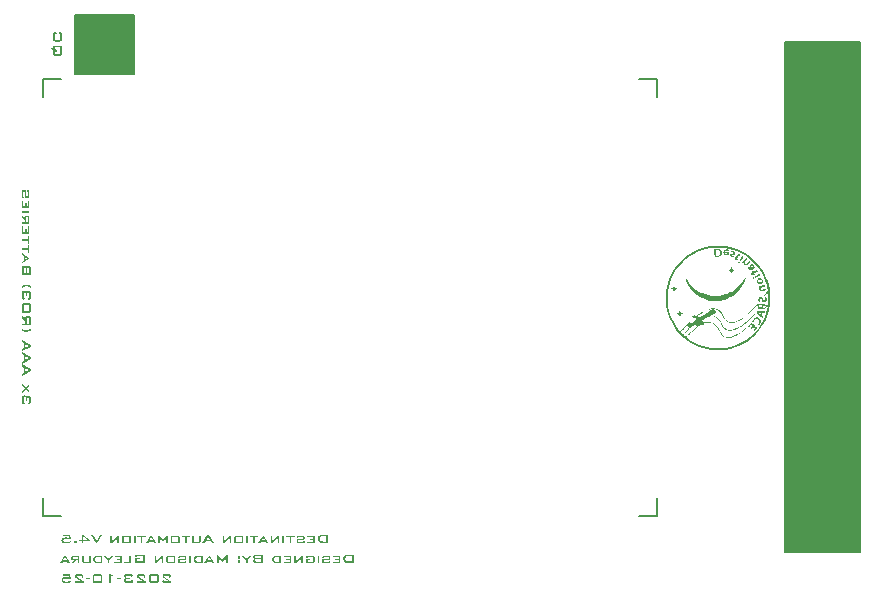
<source format=gbr>
%TF.GenerationSoftware,KiCad,Pcbnew,7.0.8*%
%TF.CreationDate,2023-11-01T11:01:00-04:00*%
%TF.ProjectId,destinationAutomation_v4.5,64657374-696e-4617-9469-6f6e4175746f,04.5*%
%TF.SameCoordinates,Original*%
%TF.FileFunction,Legend,Bot*%
%TF.FilePolarity,Positive*%
%FSLAX46Y46*%
G04 Gerber Fmt 4.6, Leading zero omitted, Abs format (unit mm)*
G04 Created by KiCad (PCBNEW 7.0.8) date 2023-11-01 11:01:00*
%MOMM*%
%LPD*%
G01*
G04 APERTURE LIST*
%ADD10C,0.150000*%
%ADD11C,0.120000*%
G04 APERTURE END LIST*
D10*
X151130000Y-86360000D02*
X157480000Y-86360000D01*
X157480000Y-129540000D01*
X151130000Y-129540000D01*
X151130000Y-86360000D01*
G36*
X151130000Y-86360000D02*
G01*
X157480000Y-86360000D01*
X157480000Y-129540000D01*
X151130000Y-129540000D01*
X151130000Y-86360000D01*
G37*
X91000000Y-84000000D02*
X96000000Y-84000000D01*
X96000000Y-89000000D01*
X91000000Y-89000000D01*
X91000000Y-84000000D01*
G36*
X91000000Y-84000000D02*
G01*
X96000000Y-84000000D01*
X96000000Y-89000000D01*
X91000000Y-89000000D01*
X91000000Y-84000000D01*
G37*
G36*
X89734238Y-86615426D02*
G01*
X89745523Y-86615858D01*
X89756334Y-86616579D01*
X89766670Y-86617587D01*
X89776530Y-86618884D01*
X89790430Y-86621369D01*
X89803260Y-86624502D01*
X89815022Y-86628284D01*
X89825714Y-86632714D01*
X89835338Y-86637792D01*
X89843892Y-86643519D01*
X89853635Y-86652163D01*
X89859964Y-86659679D01*
X89865671Y-86668397D01*
X89870755Y-86678318D01*
X89875216Y-86689440D01*
X89879055Y-86701765D01*
X89882272Y-86715292D01*
X89884070Y-86724978D01*
X89885592Y-86735198D01*
X89886837Y-86745952D01*
X89887805Y-86757241D01*
X89888497Y-86769063D01*
X89888912Y-86781421D01*
X89889050Y-86794312D01*
X89889050Y-87326273D01*
X89888912Y-87339164D01*
X89888497Y-87351522D01*
X89887805Y-87363344D01*
X89886837Y-87374633D01*
X89885592Y-87385387D01*
X89884070Y-87395607D01*
X89882272Y-87405293D01*
X89879055Y-87418820D01*
X89875216Y-87431145D01*
X89870755Y-87442267D01*
X89865671Y-87452188D01*
X89859964Y-87460906D01*
X89853635Y-87468422D01*
X89851378Y-87470691D01*
X89843892Y-87477066D01*
X89835338Y-87482793D01*
X89825714Y-87487871D01*
X89815022Y-87492301D01*
X89803260Y-87496083D01*
X89790430Y-87499216D01*
X89776530Y-87501701D01*
X89766670Y-87502998D01*
X89756334Y-87504006D01*
X89745523Y-87504727D01*
X89734238Y-87505159D01*
X89722477Y-87505303D01*
X89345122Y-87505303D01*
X89338835Y-87505267D01*
X89326640Y-87504979D01*
X89314950Y-87504403D01*
X89303767Y-87503538D01*
X89293089Y-87502386D01*
X89282916Y-87500945D01*
X89268606Y-87498244D01*
X89255433Y-87494894D01*
X89243398Y-87490896D01*
X89232501Y-87486250D01*
X89222742Y-87480956D01*
X89214120Y-87475013D01*
X89206636Y-87468422D01*
X89200089Y-87460906D01*
X89194185Y-87452188D01*
X89188926Y-87442267D01*
X89184311Y-87431145D01*
X89180339Y-87418820D01*
X89177012Y-87405293D01*
X89175151Y-87395607D01*
X89173577Y-87385387D01*
X89172289Y-87374633D01*
X89171287Y-87363344D01*
X89170572Y-87351522D01*
X89170143Y-87339164D01*
X89170000Y-87326273D01*
X89170000Y-87029518D01*
X88982421Y-86948185D01*
X88982421Y-86781367D01*
X89170000Y-86872226D01*
X89170000Y-86794312D01*
X89170127Y-86782833D01*
X89310683Y-86782833D01*
X89310683Y-86937194D01*
X89513893Y-87034891D01*
X89465289Y-87156524D01*
X89310683Y-87089602D01*
X89310683Y-87337020D01*
X89763998Y-87337020D01*
X89763998Y-86782833D01*
X89310683Y-86782833D01*
X89170127Y-86782833D01*
X89170143Y-86781421D01*
X89170572Y-86769063D01*
X89171287Y-86757241D01*
X89172289Y-86745952D01*
X89173577Y-86735198D01*
X89175151Y-86724978D01*
X89177012Y-86715292D01*
X89180339Y-86701765D01*
X89184311Y-86689440D01*
X89188926Y-86678318D01*
X89194185Y-86668397D01*
X89200089Y-86659679D01*
X89206636Y-86652163D01*
X89211499Y-86647697D01*
X89219741Y-86641538D01*
X89229122Y-86636027D01*
X89239639Y-86631165D01*
X89251295Y-86626951D01*
X89264089Y-86623386D01*
X89278020Y-86620468D01*
X89287939Y-86618884D01*
X89298364Y-86617587D01*
X89309295Y-86616579D01*
X89320732Y-86615858D01*
X89332674Y-86615426D01*
X89345122Y-86615282D01*
X89722477Y-86615282D01*
X89734238Y-86615426D01*
G37*
G36*
X89763998Y-85654919D02*
G01*
X89763998Y-86107990D01*
X89310683Y-86107990D01*
X89310683Y-85654919D01*
X89466999Y-85654919D01*
X89431828Y-85486636D01*
X89345854Y-85486636D01*
X89333347Y-85486782D01*
X89321350Y-85487220D01*
X89309862Y-85487950D01*
X89298883Y-85488971D01*
X89288414Y-85490285D01*
X89278455Y-85491891D01*
X89264471Y-85494847D01*
X89251633Y-85498460D01*
X89239941Y-85502729D01*
X89229396Y-85507656D01*
X89219997Y-85513239D01*
X89211745Y-85519480D01*
X89206880Y-85524005D01*
X89200289Y-85531561D01*
X89194347Y-85540305D01*
X89189052Y-85550239D01*
X89184406Y-85561363D01*
X89180408Y-85573675D01*
X89177059Y-85587177D01*
X89175186Y-85596839D01*
X89173601Y-85607029D01*
X89172305Y-85617748D01*
X89171296Y-85628996D01*
X89170576Y-85640772D01*
X89170144Y-85653077D01*
X89170000Y-85665910D01*
X89170000Y-86097243D01*
X89170144Y-86110134D01*
X89170576Y-86122492D01*
X89171296Y-86134314D01*
X89172305Y-86145603D01*
X89173601Y-86156357D01*
X89175186Y-86166577D01*
X89177059Y-86176263D01*
X89180408Y-86189790D01*
X89184406Y-86202115D01*
X89189052Y-86213237D01*
X89194347Y-86223158D01*
X89200289Y-86231876D01*
X89206880Y-86239392D01*
X89214368Y-86245983D01*
X89223003Y-86251926D01*
X89232784Y-86257220D01*
X89243711Y-86261866D01*
X89255785Y-86265864D01*
X89269005Y-86269214D01*
X89283371Y-86271915D01*
X89293585Y-86273356D01*
X89304309Y-86274508D01*
X89315542Y-86275373D01*
X89327285Y-86275949D01*
X89339537Y-86276237D01*
X89345854Y-86276273D01*
X89721011Y-86276273D01*
X89732863Y-86276129D01*
X89744237Y-86275697D01*
X89755135Y-86274976D01*
X89765555Y-86273968D01*
X89775499Y-86272671D01*
X89789519Y-86270186D01*
X89802466Y-86267053D01*
X89814340Y-86263271D01*
X89825141Y-86258841D01*
X89834868Y-86253763D01*
X89843522Y-86248036D01*
X89851103Y-86241661D01*
X89853391Y-86239392D01*
X89859764Y-86231876D01*
X89865510Y-86223158D01*
X89870629Y-86213237D01*
X89875121Y-86202115D01*
X89878986Y-86189790D01*
X89882225Y-86176263D01*
X89884036Y-86166577D01*
X89885568Y-86156357D01*
X89886822Y-86145603D01*
X89887797Y-86134314D01*
X89888493Y-86122492D01*
X89888911Y-86110134D01*
X89889050Y-86097243D01*
X89889050Y-85665910D01*
X89888911Y-85653077D01*
X89888493Y-85640772D01*
X89887797Y-85628996D01*
X89886822Y-85617748D01*
X89885568Y-85607029D01*
X89884036Y-85596839D01*
X89882225Y-85587177D01*
X89878986Y-85573675D01*
X89875121Y-85561363D01*
X89870629Y-85550239D01*
X89865510Y-85540305D01*
X89859764Y-85531561D01*
X89853391Y-85524005D01*
X89846168Y-85517327D01*
X89837872Y-85511305D01*
X89828503Y-85505941D01*
X89818060Y-85501233D01*
X89806544Y-85497182D01*
X89793954Y-85493789D01*
X89780291Y-85491052D01*
X89770586Y-85489592D01*
X89760405Y-85488424D01*
X89749746Y-85487548D01*
X89738610Y-85486964D01*
X89726997Y-85486672D01*
X89721011Y-85486636D01*
X89650669Y-85486636D01*
X89623314Y-85654919D01*
X89763998Y-85654919D01*
G37*
G36*
X86530000Y-116841171D02*
G01*
X86530113Y-116853134D01*
X86530454Y-116864599D01*
X86531021Y-116875566D01*
X86531816Y-116886035D01*
X86532838Y-116896006D01*
X86534796Y-116910029D01*
X86537266Y-116922931D01*
X86540246Y-116934713D01*
X86543737Y-116945374D01*
X86547739Y-116954915D01*
X86553870Y-116965892D01*
X86559064Y-116972818D01*
X86567170Y-116980718D01*
X86576833Y-116987564D01*
X86588053Y-116993357D01*
X86597490Y-116997011D01*
X86607802Y-117000072D01*
X86618991Y-117002541D01*
X86631055Y-117004417D01*
X86643995Y-117005701D01*
X86657811Y-117006392D01*
X86667508Y-117006524D01*
X86731256Y-117006524D01*
X86764473Y-116858268D01*
X86655052Y-116858268D01*
X86655052Y-116468701D01*
X86655269Y-116458694D01*
X86656153Y-116447410D01*
X86657717Y-116437485D01*
X86660490Y-116427370D01*
X86664963Y-116418044D01*
X86668974Y-116413013D01*
X86677812Y-116406816D01*
X86688426Y-116402845D01*
X86699663Y-116400521D01*
X86710536Y-116399345D01*
X86722780Y-116398861D01*
X86725394Y-116398847D01*
X86779860Y-116398847D01*
X86791000Y-116399199D01*
X86800912Y-116400255D01*
X86811184Y-116402450D01*
X86820933Y-116406292D01*
X86829127Y-116412371D01*
X86829930Y-116413258D01*
X86835486Y-116422127D01*
X86839046Y-116432617D01*
X86841130Y-116443637D01*
X86842184Y-116454249D01*
X86842618Y-116466162D01*
X86842630Y-116468701D01*
X86842630Y-116712699D01*
X86967683Y-116712699D01*
X86967683Y-116495323D01*
X86967885Y-116485492D01*
X86968707Y-116474406D01*
X86970160Y-116464655D01*
X86972739Y-116454718D01*
X86976898Y-116445555D01*
X86980628Y-116440613D01*
X86988779Y-116434629D01*
X86998667Y-116430795D01*
X87009188Y-116428551D01*
X87019399Y-116427416D01*
X87030922Y-116426949D01*
X87033384Y-116426935D01*
X87066601Y-116426935D01*
X87076937Y-116427269D01*
X87087814Y-116428551D01*
X87098397Y-116431263D01*
X87107717Y-116435965D01*
X87112763Y-116440613D01*
X87117678Y-116449161D01*
X87120827Y-116459446D01*
X87122671Y-116470346D01*
X87123603Y-116480898D01*
X87123987Y-116492785D01*
X87123998Y-116495323D01*
X87123998Y-116852162D01*
X87045840Y-116852162D01*
X87069043Y-116995044D01*
X87108122Y-116995044D01*
X87118058Y-116994913D01*
X87132210Y-116994227D01*
X87145461Y-116992953D01*
X87157810Y-116991090D01*
X87169257Y-116988639D01*
X87179803Y-116985600D01*
X87189448Y-116981973D01*
X87200904Y-116976222D01*
X87210758Y-116969425D01*
X87219009Y-116961583D01*
X87226050Y-116952210D01*
X87232152Y-116940822D01*
X87236112Y-116930959D01*
X87239545Y-116919962D01*
X87242449Y-116907832D01*
X87244826Y-116894569D01*
X87246674Y-116880172D01*
X87247613Y-116869944D01*
X87248317Y-116859213D01*
X87248786Y-116847977D01*
X87249021Y-116836239D01*
X87249050Y-116830180D01*
X87249050Y-116439147D01*
X87248933Y-116427186D01*
X87248581Y-116415727D01*
X87247994Y-116404769D01*
X87247173Y-116394314D01*
X87246117Y-116384360D01*
X87244092Y-116370370D01*
X87241540Y-116357509D01*
X87238460Y-116345778D01*
X87234851Y-116335175D01*
X87230714Y-116325702D01*
X87224377Y-116314828D01*
X87219009Y-116307989D01*
X87210758Y-116300146D01*
X87200904Y-116293350D01*
X87189448Y-116287599D01*
X87179803Y-116283971D01*
X87169257Y-116280932D01*
X87157810Y-116278482D01*
X87145461Y-116276619D01*
X87132210Y-116275345D01*
X87118058Y-116274658D01*
X87108122Y-116274528D01*
X87051214Y-116274528D01*
X87039326Y-116274798D01*
X87028027Y-116275610D01*
X87017316Y-116276962D01*
X87007193Y-116278855D01*
X86997658Y-116281290D01*
X86985860Y-116285377D01*
X86975108Y-116290426D01*
X86965401Y-116296437D01*
X86956740Y-116303409D01*
X86954738Y-116305302D01*
X86947216Y-116313732D01*
X86940282Y-116323636D01*
X86933935Y-116335012D01*
X86929561Y-116344511D01*
X86925517Y-116354839D01*
X86921804Y-116365995D01*
X86918422Y-116377980D01*
X86915370Y-116390793D01*
X86912649Y-116404435D01*
X86911018Y-116413990D01*
X86909903Y-116403304D01*
X86908572Y-116392982D01*
X86907026Y-116383024D01*
X86904301Y-116368771D01*
X86901092Y-116355338D01*
X86897398Y-116342725D01*
X86893218Y-116330932D01*
X86888553Y-116319959D01*
X86883404Y-116309806D01*
X86877769Y-116300473D01*
X86871648Y-116291960D01*
X86867299Y-116286740D01*
X86860377Y-116279538D01*
X86852893Y-116273044D01*
X86844847Y-116267259D01*
X86836238Y-116262182D01*
X86827067Y-116257814D01*
X86817333Y-116254153D01*
X86807037Y-116251202D01*
X86796178Y-116248959D01*
X86784757Y-116247424D01*
X86772774Y-116246597D01*
X86764473Y-116246440D01*
X86682407Y-116246440D01*
X86671720Y-116246590D01*
X86661459Y-116247039D01*
X86651624Y-116247788D01*
X86637668Y-116249473D01*
X86624670Y-116251832D01*
X86612630Y-116254865D01*
X86601546Y-116258573D01*
X86591421Y-116262954D01*
X86582252Y-116268009D01*
X86574041Y-116273739D01*
X86564583Y-116282427D01*
X86562484Y-116284786D01*
X86554870Y-116295254D01*
X86549826Y-116304342D01*
X86545353Y-116314491D01*
X86541451Y-116325700D01*
X86538121Y-116337970D01*
X86535361Y-116351300D01*
X86533172Y-116365690D01*
X86532030Y-116375873D01*
X86531142Y-116386527D01*
X86530507Y-116397653D01*
X86530126Y-116409250D01*
X86530000Y-116421318D01*
X86530000Y-116841171D01*
G37*
G36*
X86530000Y-116007815D02*
G01*
X86834570Y-115715212D01*
X87123998Y-116013188D01*
X87123998Y-115819748D01*
X86932023Y-115620934D01*
X87123998Y-115433600D01*
X87123998Y-115266782D01*
X86851667Y-115536914D01*
X86530000Y-115203767D01*
X86530000Y-115401360D01*
X86752260Y-115628505D01*
X86530000Y-115836845D01*
X86530000Y-116007815D01*
G37*
G36*
X87249050Y-114027493D02*
G01*
X87249050Y-114189427D01*
X86530000Y-114598289D01*
X86530000Y-114430738D01*
X86686315Y-114346719D01*
X86686315Y-113958373D01*
X86811367Y-113958373D01*
X86811367Y-114274912D01*
X87107634Y-114114200D01*
X86811367Y-113958373D01*
X86686315Y-113958373D01*
X86686315Y-113888519D01*
X86530000Y-113801813D01*
X86530000Y-113613258D01*
X87249050Y-114027493D01*
G37*
G36*
X87249050Y-112973341D02*
G01*
X87249050Y-113135274D01*
X86530000Y-113544137D01*
X86530000Y-113376586D01*
X86686315Y-113292567D01*
X86686315Y-112904221D01*
X86811367Y-112904221D01*
X86811367Y-113220759D01*
X87107634Y-113060048D01*
X86811367Y-112904221D01*
X86686315Y-112904221D01*
X86686315Y-112834367D01*
X86530000Y-112747661D01*
X86530000Y-112559106D01*
X87249050Y-112973341D01*
G37*
G36*
X87249050Y-111944590D02*
G01*
X87249050Y-112106524D01*
X86530000Y-112515386D01*
X86530000Y-112347835D01*
X86686315Y-112263816D01*
X86686315Y-111875470D01*
X86811367Y-111875470D01*
X86811367Y-112192009D01*
X87107634Y-112031297D01*
X86811367Y-111875470D01*
X86686315Y-111875470D01*
X86686315Y-111805616D01*
X86530000Y-111718910D01*
X86530000Y-111530355D01*
X87249050Y-111944590D01*
G37*
G36*
X87280314Y-110729971D02*
G01*
X87280314Y-110580250D01*
X87267728Y-110588662D01*
X87255191Y-110596801D01*
X87242701Y-110604668D01*
X87230259Y-110612261D01*
X87217865Y-110619582D01*
X87205518Y-110626629D01*
X87193219Y-110633404D01*
X87180968Y-110639906D01*
X87168764Y-110646135D01*
X87156608Y-110652092D01*
X87144500Y-110657775D01*
X87132440Y-110663186D01*
X87120427Y-110668323D01*
X87108462Y-110673188D01*
X87096545Y-110677780D01*
X87084675Y-110682099D01*
X87072837Y-110686151D01*
X87061014Y-110689942D01*
X87049206Y-110693471D01*
X87037414Y-110696739D01*
X87025637Y-110699745D01*
X87013875Y-110702490D01*
X87002129Y-110704973D01*
X86990397Y-110707195D01*
X86978681Y-110709156D01*
X86966980Y-110710855D01*
X86955295Y-110712293D01*
X86943625Y-110713469D01*
X86931970Y-110714384D01*
X86920330Y-110715038D01*
X86908706Y-110715430D01*
X86897096Y-110715560D01*
X86885546Y-110715430D01*
X86873977Y-110715038D01*
X86862389Y-110714384D01*
X86850782Y-110713469D01*
X86839156Y-110712293D01*
X86827510Y-110710855D01*
X86815846Y-110709156D01*
X86804162Y-110707195D01*
X86792459Y-110704973D01*
X86780738Y-110702490D01*
X86768997Y-110699745D01*
X86757237Y-110696739D01*
X86745458Y-110693471D01*
X86733660Y-110689942D01*
X86721843Y-110686151D01*
X86710006Y-110682099D01*
X86698137Y-110677780D01*
X86686220Y-110673188D01*
X86674254Y-110668323D01*
X86662242Y-110663186D01*
X86650181Y-110657775D01*
X86638073Y-110652092D01*
X86625917Y-110646135D01*
X86613714Y-110639906D01*
X86601462Y-110633404D01*
X86589164Y-110626629D01*
X86576817Y-110619582D01*
X86564422Y-110612261D01*
X86551980Y-110604668D01*
X86539491Y-110596801D01*
X86526953Y-110588662D01*
X86514368Y-110580250D01*
X86514368Y-110729971D01*
X86525892Y-110737364D01*
X86537445Y-110744522D01*
X86549027Y-110751446D01*
X86560637Y-110758135D01*
X86572275Y-110764589D01*
X86583943Y-110770809D01*
X86595639Y-110776794D01*
X86607363Y-110782544D01*
X86619117Y-110788060D01*
X86630899Y-110793340D01*
X86642709Y-110798386D01*
X86654548Y-110803198D01*
X86666416Y-110807775D01*
X86678312Y-110812117D01*
X86690237Y-110816224D01*
X86702191Y-110820096D01*
X86714201Y-110823734D01*
X86726233Y-110827137D01*
X86738289Y-110830306D01*
X86750368Y-110833240D01*
X86762469Y-110835939D01*
X86774593Y-110838403D01*
X86786741Y-110840633D01*
X86798911Y-110842628D01*
X86811104Y-110844388D01*
X86823320Y-110845914D01*
X86835559Y-110847205D01*
X86847821Y-110848261D01*
X86860105Y-110849082D01*
X86872413Y-110849669D01*
X86884743Y-110850021D01*
X86897096Y-110850138D01*
X86909508Y-110850021D01*
X86921891Y-110849669D01*
X86934245Y-110849082D01*
X86946571Y-110848261D01*
X86958868Y-110847205D01*
X86971136Y-110845914D01*
X86983376Y-110844388D01*
X86995587Y-110842628D01*
X87007770Y-110840633D01*
X87019924Y-110838403D01*
X87032049Y-110835939D01*
X87044146Y-110833240D01*
X87056214Y-110830306D01*
X87068253Y-110827137D01*
X87080264Y-110823734D01*
X87092247Y-110820096D01*
X87104230Y-110816224D01*
X87116182Y-110812117D01*
X87128104Y-110807775D01*
X87139996Y-110803198D01*
X87151857Y-110798386D01*
X87163688Y-110793340D01*
X87175488Y-110788060D01*
X87187257Y-110782544D01*
X87198996Y-110776794D01*
X87210704Y-110770809D01*
X87222382Y-110764589D01*
X87234030Y-110758135D01*
X87245646Y-110751446D01*
X87257233Y-110744522D01*
X87268788Y-110737364D01*
X87280314Y-110729971D01*
G37*
G36*
X86795736Y-109795009D02*
G01*
X86795736Y-109700731D01*
X86795867Y-109690140D01*
X86796262Y-109679921D01*
X86797349Y-109665290D01*
X86799027Y-109651496D01*
X86801298Y-109638540D01*
X86804162Y-109626421D01*
X86807618Y-109615138D01*
X86811667Y-109604693D01*
X86816308Y-109595086D01*
X86821542Y-109586315D01*
X86829441Y-109575923D01*
X86831602Y-109573549D01*
X86841028Y-109564806D01*
X86848920Y-109559040D01*
X86857515Y-109553952D01*
X86866814Y-109549543D01*
X86876818Y-109545812D01*
X86887525Y-109542760D01*
X86898937Y-109540386D01*
X86911053Y-109538690D01*
X86923873Y-109537672D01*
X86937397Y-109537333D01*
X87108855Y-109537333D01*
X87122329Y-109537672D01*
X87135090Y-109538690D01*
X87147139Y-109540386D01*
X87158475Y-109542760D01*
X87169098Y-109545812D01*
X87179008Y-109549543D01*
X87188206Y-109553952D01*
X87196691Y-109559040D01*
X87206896Y-109566879D01*
X87215833Y-109575923D01*
X87219856Y-109580933D01*
X87225403Y-109589146D01*
X87230366Y-109598195D01*
X87234745Y-109608082D01*
X87238540Y-109618806D01*
X87241752Y-109630367D01*
X87244379Y-109642766D01*
X87246423Y-109656001D01*
X87247883Y-109670074D01*
X87248531Y-109679921D01*
X87248921Y-109690140D01*
X87249050Y-109700731D01*
X87249050Y-110318666D01*
X86530000Y-110318666D01*
X86530000Y-110153313D01*
X86795736Y-110153313D01*
X86920788Y-110153313D01*
X87123998Y-110153313D01*
X87123998Y-109775226D01*
X87123884Y-109767273D01*
X87123379Y-109757431D01*
X87122178Y-109746351D01*
X87119902Y-109734851D01*
X87116717Y-109725308D01*
X87111053Y-109715630D01*
X87106619Y-109710986D01*
X87097590Y-109705193D01*
X87087736Y-109701777D01*
X87077838Y-109700077D01*
X87066601Y-109699510D01*
X86978918Y-109699510D01*
X86971102Y-109699762D01*
X86960523Y-109701084D01*
X86949918Y-109704060D01*
X86941182Y-109708578D01*
X86933489Y-109715630D01*
X86929830Y-109721271D01*
X86925749Y-109731453D01*
X86923219Y-109742300D01*
X86921793Y-109752836D01*
X86920987Y-109764731D01*
X86920788Y-109775226D01*
X86920788Y-110153313D01*
X86795736Y-110153313D01*
X86795736Y-109994067D01*
X86530000Y-109702930D01*
X86530000Y-109461618D01*
X86795736Y-109795009D01*
G37*
G36*
X87088424Y-108430071D02*
G01*
X87100219Y-108430478D01*
X87111512Y-108431155D01*
X87122304Y-108432104D01*
X87132593Y-108433323D01*
X87147087Y-108435660D01*
X87160451Y-108438607D01*
X87172687Y-108442163D01*
X87183793Y-108446329D01*
X87193770Y-108451104D01*
X87202618Y-108456490D01*
X87212658Y-108464618D01*
X87221188Y-108474193D01*
X87226838Y-108482642D01*
X87231849Y-108492177D01*
X87236221Y-108502798D01*
X87239952Y-108514505D01*
X87243044Y-108527298D01*
X87245497Y-108541178D01*
X87246776Y-108551035D01*
X87247771Y-108561374D01*
X87248482Y-108572196D01*
X87248908Y-108583501D01*
X87249050Y-108595288D01*
X87249050Y-109084018D01*
X87248908Y-109095748D01*
X87248482Y-109107000D01*
X87247771Y-109117775D01*
X87246776Y-109128074D01*
X87245497Y-109137895D01*
X87243044Y-109151732D01*
X87239952Y-109164496D01*
X87236221Y-109176187D01*
X87231849Y-109186804D01*
X87226838Y-109196349D01*
X87221188Y-109204819D01*
X87212658Y-109214444D01*
X87207889Y-109218614D01*
X87199794Y-109224365D01*
X87190570Y-109229511D01*
X87180216Y-109234051D01*
X87168734Y-109237986D01*
X87156122Y-109241315D01*
X87142381Y-109244039D01*
X87132593Y-109245519D01*
X87122304Y-109246730D01*
X87111512Y-109247671D01*
X87100219Y-109248344D01*
X87088424Y-109248748D01*
X87076127Y-109248882D01*
X86696085Y-109248882D01*
X86684295Y-109248748D01*
X86672985Y-109248344D01*
X86662153Y-109247671D01*
X86651800Y-109246730D01*
X86641927Y-109245519D01*
X86628014Y-109243199D01*
X86615179Y-109240273D01*
X86603422Y-109236741D01*
X86592742Y-109232605D01*
X86583140Y-109227863D01*
X86574616Y-109222515D01*
X86564926Y-109214444D01*
X86556740Y-109204819D01*
X86551317Y-109196349D01*
X86546508Y-109186804D01*
X86542313Y-109176187D01*
X86538731Y-109164496D01*
X86535764Y-109151732D01*
X86533410Y-109137895D01*
X86532182Y-109128074D01*
X86531227Y-109117775D01*
X86530545Y-109107000D01*
X86530136Y-109095748D01*
X86530000Y-109084018D01*
X86530000Y-108595288D01*
X86530136Y-108583501D01*
X86530204Y-108581611D01*
X86655052Y-108581611D01*
X86655052Y-109097696D01*
X87123998Y-109097696D01*
X87123998Y-108581611D01*
X86655052Y-108581611D01*
X86530204Y-108581611D01*
X86530545Y-108572196D01*
X86531227Y-108561374D01*
X86532182Y-108551035D01*
X86533410Y-108541178D01*
X86535764Y-108527298D01*
X86538731Y-108514505D01*
X86542313Y-108502798D01*
X86546508Y-108492177D01*
X86551317Y-108482642D01*
X86556740Y-108474193D01*
X86564926Y-108464618D01*
X86574616Y-108456490D01*
X86583140Y-108451104D01*
X86592742Y-108446329D01*
X86603422Y-108442163D01*
X86615179Y-108438607D01*
X86628014Y-108435660D01*
X86641927Y-108433323D01*
X86651800Y-108432104D01*
X86662153Y-108431155D01*
X86672985Y-108430478D01*
X86684295Y-108430071D01*
X86696085Y-108429936D01*
X87076127Y-108429936D01*
X87088424Y-108430071D01*
G37*
G36*
X86530000Y-107980041D02*
G01*
X86530113Y-107992004D01*
X86530454Y-108003469D01*
X86531021Y-108014436D01*
X86531816Y-108024905D01*
X86532838Y-108034876D01*
X86534796Y-108048899D01*
X86537266Y-108061801D01*
X86540246Y-108073583D01*
X86543737Y-108084244D01*
X86547739Y-108093784D01*
X86553870Y-108104762D01*
X86559064Y-108111687D01*
X86567170Y-108119587D01*
X86576833Y-108126434D01*
X86588053Y-108132227D01*
X86597490Y-108135880D01*
X86607802Y-108138942D01*
X86618991Y-108141410D01*
X86631055Y-108143286D01*
X86643995Y-108144570D01*
X86657811Y-108145261D01*
X86667508Y-108145393D01*
X86731256Y-108145393D01*
X86764473Y-107997138D01*
X86655052Y-107997138D01*
X86655052Y-107607570D01*
X86655269Y-107597564D01*
X86656153Y-107586280D01*
X86657717Y-107576355D01*
X86660490Y-107566240D01*
X86664963Y-107556913D01*
X86668974Y-107551883D01*
X86677812Y-107545685D01*
X86688426Y-107541715D01*
X86699663Y-107539391D01*
X86710536Y-107538215D01*
X86722780Y-107537731D01*
X86725394Y-107537717D01*
X86779860Y-107537717D01*
X86791000Y-107538069D01*
X86800912Y-107539124D01*
X86811184Y-107541319D01*
X86820933Y-107545161D01*
X86829127Y-107551241D01*
X86829930Y-107552127D01*
X86835486Y-107560996D01*
X86839046Y-107571486D01*
X86841130Y-107582506D01*
X86842184Y-107593119D01*
X86842618Y-107605032D01*
X86842630Y-107607570D01*
X86842630Y-107851569D01*
X86967683Y-107851569D01*
X86967683Y-107634193D01*
X86967885Y-107624362D01*
X86968707Y-107613276D01*
X86970160Y-107603525D01*
X86972739Y-107593587D01*
X86976898Y-107584424D01*
X86980628Y-107579482D01*
X86988779Y-107573498D01*
X86998667Y-107569665D01*
X87009188Y-107567421D01*
X87019399Y-107566286D01*
X87030922Y-107565818D01*
X87033384Y-107565805D01*
X87066601Y-107565805D01*
X87076937Y-107566139D01*
X87087814Y-107567421D01*
X87098397Y-107570132D01*
X87107717Y-107574834D01*
X87112763Y-107579482D01*
X87117678Y-107588031D01*
X87120827Y-107598316D01*
X87122671Y-107609215D01*
X87123603Y-107619767D01*
X87123987Y-107631655D01*
X87123998Y-107634193D01*
X87123998Y-107991032D01*
X87045840Y-107991032D01*
X87069043Y-108133914D01*
X87108122Y-108133914D01*
X87118058Y-108133783D01*
X87132210Y-108133097D01*
X87145461Y-108131822D01*
X87157810Y-108129960D01*
X87169257Y-108127509D01*
X87179803Y-108124470D01*
X87189448Y-108120843D01*
X87200904Y-108115092D01*
X87210758Y-108108295D01*
X87219009Y-108100452D01*
X87226050Y-108091080D01*
X87232152Y-108079692D01*
X87236112Y-108069828D01*
X87239545Y-108058832D01*
X87242449Y-108046702D01*
X87244826Y-108033438D01*
X87246674Y-108019041D01*
X87247613Y-108008814D01*
X87248317Y-107998082D01*
X87248786Y-107986847D01*
X87249021Y-107975108D01*
X87249050Y-107969050D01*
X87249050Y-107578017D01*
X87248933Y-107566056D01*
X87248581Y-107554596D01*
X87247994Y-107543639D01*
X87247173Y-107533183D01*
X87246117Y-107523229D01*
X87244092Y-107509239D01*
X87241540Y-107496379D01*
X87238460Y-107484647D01*
X87234851Y-107474045D01*
X87230714Y-107464572D01*
X87224377Y-107453697D01*
X87219009Y-107446858D01*
X87210758Y-107439016D01*
X87200904Y-107432219D01*
X87189448Y-107426468D01*
X87179803Y-107422841D01*
X87169257Y-107419802D01*
X87157810Y-107417351D01*
X87145461Y-107415489D01*
X87132210Y-107414214D01*
X87118058Y-107413528D01*
X87108122Y-107413397D01*
X87051214Y-107413397D01*
X87039326Y-107413668D01*
X87028027Y-107414479D01*
X87017316Y-107415832D01*
X87007193Y-107417725D01*
X86997658Y-107420159D01*
X86985860Y-107424246D01*
X86975108Y-107429295D01*
X86965401Y-107435306D01*
X86956740Y-107442278D01*
X86954738Y-107444172D01*
X86947216Y-107452602D01*
X86940282Y-107462505D01*
X86933935Y-107473882D01*
X86929561Y-107483381D01*
X86925517Y-107493708D01*
X86921804Y-107504864D01*
X86918422Y-107516849D01*
X86915370Y-107529663D01*
X86912649Y-107543305D01*
X86911018Y-107552860D01*
X86909903Y-107542173D01*
X86908572Y-107531851D01*
X86907026Y-107521893D01*
X86904301Y-107507640D01*
X86901092Y-107494207D01*
X86897398Y-107481594D01*
X86893218Y-107469801D01*
X86888553Y-107458828D01*
X86883404Y-107448675D01*
X86877769Y-107439342D01*
X86871648Y-107430829D01*
X86867299Y-107425609D01*
X86860377Y-107418407D01*
X86852893Y-107411914D01*
X86844847Y-107406128D01*
X86836238Y-107401051D01*
X86827067Y-107396683D01*
X86817333Y-107393023D01*
X86807037Y-107390071D01*
X86796178Y-107387828D01*
X86784757Y-107386293D01*
X86772774Y-107385467D01*
X86764473Y-107385309D01*
X86682407Y-107385309D01*
X86671720Y-107385459D01*
X86661459Y-107385908D01*
X86651624Y-107386657D01*
X86637668Y-107388343D01*
X86624670Y-107390702D01*
X86612630Y-107393735D01*
X86601546Y-107397442D01*
X86591421Y-107401824D01*
X86582252Y-107406879D01*
X86574041Y-107412608D01*
X86564583Y-107421296D01*
X86562484Y-107423655D01*
X86554870Y-107434123D01*
X86549826Y-107443212D01*
X86545353Y-107453360D01*
X86541451Y-107464570D01*
X86538121Y-107476839D01*
X86535361Y-107490169D01*
X86533172Y-107504560D01*
X86532030Y-107514743D01*
X86531142Y-107525397D01*
X86530507Y-107536522D01*
X86530126Y-107548119D01*
X86530000Y-107560187D01*
X86530000Y-107980041D01*
G37*
G36*
X87280314Y-106990857D02*
G01*
X87268699Y-106983374D01*
X87257057Y-106976130D01*
X87245389Y-106969124D01*
X87233694Y-106962357D01*
X87221972Y-106955828D01*
X87210223Y-106949538D01*
X87198448Y-106943486D01*
X87186646Y-106937673D01*
X87174818Y-106932099D01*
X87162962Y-106926762D01*
X87151080Y-106921665D01*
X87139172Y-106916806D01*
X87127236Y-106912185D01*
X87115274Y-106907803D01*
X87103285Y-106903660D01*
X87091270Y-106899754D01*
X87079263Y-106896057D01*
X87067238Y-106892599D01*
X87055197Y-106889379D01*
X87043138Y-106886397D01*
X87031063Y-106883654D01*
X87018970Y-106881150D01*
X87006860Y-106878884D01*
X86994733Y-106876857D01*
X86982588Y-106875068D01*
X86970427Y-106873517D01*
X86958248Y-106872206D01*
X86946052Y-106871132D01*
X86933839Y-106870297D01*
X86921609Y-106869701D01*
X86909361Y-106869343D01*
X86897096Y-106869224D01*
X86884832Y-106869343D01*
X86872584Y-106869701D01*
X86860354Y-106870297D01*
X86848141Y-106871132D01*
X86835945Y-106872206D01*
X86823766Y-106873517D01*
X86811605Y-106875068D01*
X86799460Y-106876857D01*
X86787333Y-106878884D01*
X86775223Y-106881150D01*
X86763130Y-106883654D01*
X86751055Y-106886397D01*
X86738996Y-106889379D01*
X86726955Y-106892599D01*
X86714930Y-106896057D01*
X86702923Y-106899754D01*
X86690967Y-106903660D01*
X86679033Y-106907803D01*
X86667123Y-106912185D01*
X86655235Y-106916806D01*
X86643370Y-106921665D01*
X86631528Y-106926762D01*
X86619709Y-106932099D01*
X86607913Y-106937673D01*
X86596140Y-106943486D01*
X86584389Y-106949538D01*
X86572662Y-106955828D01*
X86560957Y-106962357D01*
X86549276Y-106969124D01*
X86537617Y-106976130D01*
X86525981Y-106983374D01*
X86514368Y-106990857D01*
X86514368Y-107140578D01*
X86526953Y-107132166D01*
X86539491Y-107124027D01*
X86551980Y-107116160D01*
X86564422Y-107108567D01*
X86576817Y-107101246D01*
X86589164Y-107094199D01*
X86601462Y-107087424D01*
X86613714Y-107080922D01*
X86625917Y-107074692D01*
X86638073Y-107068736D01*
X86650181Y-107063053D01*
X86662242Y-107057642D01*
X86674254Y-107052505D01*
X86686220Y-107047640D01*
X86698137Y-107043048D01*
X86710006Y-107038729D01*
X86721843Y-107034677D01*
X86733660Y-107030886D01*
X86745458Y-107027357D01*
X86757237Y-107024089D01*
X86768997Y-107021083D01*
X86780738Y-107018338D01*
X86792459Y-107015855D01*
X86804162Y-107013633D01*
X86815846Y-107011672D01*
X86827510Y-107009973D01*
X86839156Y-107008535D01*
X86850782Y-107007359D01*
X86862389Y-107006444D01*
X86873977Y-107005790D01*
X86885546Y-107005398D01*
X86897096Y-107005267D01*
X86908706Y-107005398D01*
X86920330Y-107005790D01*
X86931970Y-107006444D01*
X86943625Y-107007359D01*
X86955295Y-107008535D01*
X86966980Y-107009973D01*
X86978681Y-107011672D01*
X86990397Y-107013633D01*
X87002129Y-107015855D01*
X87013875Y-107018338D01*
X87025637Y-107021083D01*
X87037414Y-107024089D01*
X87049206Y-107027357D01*
X87061014Y-107030886D01*
X87072837Y-107034677D01*
X87084675Y-107038729D01*
X87096545Y-107043048D01*
X87108462Y-107047640D01*
X87120427Y-107052505D01*
X87132440Y-107057642D01*
X87144500Y-107063053D01*
X87156608Y-107068736D01*
X87168764Y-107074692D01*
X87180968Y-107080922D01*
X87193219Y-107087424D01*
X87205518Y-107094199D01*
X87217865Y-107101246D01*
X87230259Y-107108567D01*
X87242701Y-107116160D01*
X87255191Y-107124027D01*
X87267728Y-107132166D01*
X87280314Y-107140578D01*
X87280314Y-106990857D01*
G37*
G36*
X86764786Y-105242111D02*
G01*
X86775719Y-105242609D01*
X86786253Y-105243703D01*
X86796387Y-105245394D01*
X86806122Y-105247681D01*
X86815458Y-105250566D01*
X86827285Y-105255340D01*
X86838402Y-105261175D01*
X86848809Y-105268071D01*
X86858506Y-105276028D01*
X86863065Y-105280353D01*
X86871506Y-105289672D01*
X86879047Y-105299885D01*
X86885688Y-105310990D01*
X86890077Y-105319905D01*
X86893960Y-105329323D01*
X86897335Y-105339242D01*
X86900205Y-105349664D01*
X86902568Y-105360589D01*
X86904424Y-105372015D01*
X86906002Y-105360953D01*
X86907987Y-105350389D01*
X86910381Y-105340322D01*
X86913182Y-105330754D01*
X86917552Y-105318771D01*
X86922647Y-105307673D01*
X86928466Y-105297460D01*
X86935011Y-105288133D01*
X86942281Y-105279692D01*
X86950231Y-105272135D01*
X86958814Y-105265587D01*
X86968030Y-105260045D01*
X86977880Y-105255512D01*
X86988363Y-105251985D01*
X86999480Y-105249467D01*
X87011230Y-105247955D01*
X87023614Y-105247452D01*
X87103482Y-105247452D01*
X87108189Y-105247489D01*
X87121827Y-105248051D01*
X87134739Y-105249287D01*
X87146925Y-105251196D01*
X87158386Y-105253780D01*
X87169122Y-105257038D01*
X87179132Y-105260970D01*
X87188416Y-105265576D01*
X87196975Y-105270856D01*
X87204808Y-105276810D01*
X87214124Y-105285798D01*
X87218353Y-105290775D01*
X87224186Y-105298932D01*
X87229404Y-105307917D01*
X87234009Y-105317731D01*
X87237999Y-105328373D01*
X87241376Y-105339844D01*
X87244139Y-105352144D01*
X87246288Y-105365272D01*
X87247823Y-105379229D01*
X87248505Y-105388994D01*
X87248914Y-105399127D01*
X87249050Y-105409629D01*
X87249050Y-106028784D01*
X86530000Y-106028784D01*
X86530000Y-105863432D01*
X86655052Y-105863432D01*
X86842630Y-105863432D01*
X86967683Y-105863432D01*
X87123998Y-105863432D01*
X87123998Y-105479971D01*
X87123902Y-105472012D01*
X87123472Y-105462141D01*
X87122453Y-105450994D01*
X87120521Y-105439364D01*
X87117816Y-105429642D01*
X87113007Y-105419643D01*
X87106718Y-105412270D01*
X87097453Y-105406493D01*
X87087271Y-105403597D01*
X87076859Y-105402790D01*
X87014822Y-105402790D01*
X87004136Y-105403597D01*
X86993756Y-105406493D01*
X86985329Y-105411496D01*
X86978185Y-105419643D01*
X86975160Y-105425495D01*
X86971785Y-105435912D01*
X86969693Y-105446905D01*
X86968513Y-105457523D01*
X86967847Y-105469465D01*
X86967683Y-105479971D01*
X86967683Y-105863432D01*
X86842630Y-105863432D01*
X86842630Y-105479971D01*
X86842616Y-105477009D01*
X86842279Y-105465774D01*
X86841490Y-105455516D01*
X86839872Y-105444067D01*
X86837550Y-105434145D01*
X86833835Y-105424253D01*
X86828220Y-105415491D01*
X86826361Y-105413450D01*
X86818455Y-105407344D01*
X86808375Y-105402851D01*
X86798005Y-105400284D01*
X86788144Y-105399049D01*
X86777173Y-105398638D01*
X86721242Y-105398638D01*
X86718958Y-105398654D01*
X86708193Y-105399230D01*
X86696707Y-105401008D01*
X86686783Y-105403970D01*
X86677181Y-105408924D01*
X86669706Y-105415491D01*
X86668805Y-105416559D01*
X86663295Y-105425749D01*
X86659689Y-105436007D01*
X86657470Y-105446235D01*
X86655968Y-105457989D01*
X86655281Y-105468491D01*
X86655052Y-105479971D01*
X86655052Y-105863432D01*
X86530000Y-105863432D01*
X86530000Y-105454570D01*
X86530032Y-105447922D01*
X86530296Y-105434946D01*
X86530822Y-105422398D01*
X86531612Y-105410278D01*
X86532666Y-105398585D01*
X86533982Y-105387319D01*
X86535562Y-105376481D01*
X86537405Y-105366070D01*
X86539512Y-105356086D01*
X86543166Y-105341913D01*
X86547412Y-105328701D01*
X86552250Y-105316450D01*
X86557681Y-105305162D01*
X86563705Y-105294835D01*
X86568058Y-105288446D01*
X86575115Y-105279636D01*
X86582802Y-105271754D01*
X86591120Y-105264799D01*
X86600070Y-105258771D01*
X86609650Y-105253670D01*
X86619862Y-105249497D01*
X86630705Y-105246251D01*
X86642179Y-105243933D01*
X86654284Y-105242542D01*
X86667020Y-105242078D01*
X86761053Y-105242078D01*
X86764786Y-105242111D01*
G37*
G36*
X87123998Y-104570899D02*
G01*
X87123998Y-104709629D01*
X86530000Y-105060850D01*
X86530000Y-104916747D01*
X86655052Y-104842253D01*
X86655052Y-104509350D01*
X86764473Y-104509350D01*
X86764473Y-104780704D01*
X87015066Y-104647347D01*
X86764473Y-104509350D01*
X86655052Y-104509350D01*
X86655052Y-104450487D01*
X86530000Y-104375993D01*
X86530000Y-104214060D01*
X87123998Y-104570899D01*
G37*
G36*
X87014577Y-103752441D02*
G01*
X86530000Y-103752441D01*
X86530000Y-103896544D01*
X87014577Y-103896544D01*
X87014577Y-104182309D01*
X87123998Y-104182309D01*
X87123998Y-103465944D01*
X87014577Y-103465944D01*
X87014577Y-103752441D01*
G37*
G36*
X87014577Y-102996265D02*
G01*
X86530000Y-102996265D01*
X86530000Y-103140369D01*
X87014577Y-103140369D01*
X87014577Y-103426133D01*
X87123998Y-103426133D01*
X87123998Y-102709768D01*
X87014577Y-102709768D01*
X87014577Y-102996265D01*
G37*
G36*
X86530000Y-102554674D02*
G01*
X87123998Y-102554674D01*
X87123998Y-101919643D01*
X87014577Y-101919643D01*
X87014577Y-102409106D01*
X86905157Y-102409106D01*
X86905157Y-102124074D01*
X86795736Y-102124074D01*
X86795736Y-102409106D01*
X86639420Y-102409106D01*
X86639420Y-101912071D01*
X86530000Y-101912071D01*
X86530000Y-102554674D01*
G37*
G36*
X86748841Y-101251883D02*
G01*
X86748841Y-101170550D01*
X86748952Y-101161579D01*
X86749533Y-101148712D01*
X86750612Y-101136554D01*
X86752189Y-101125105D01*
X86754264Y-101114364D01*
X86756837Y-101104331D01*
X86759908Y-101095006D01*
X86764778Y-101083676D01*
X86770533Y-101073605D01*
X86777173Y-101064793D01*
X86784810Y-101057065D01*
X86793553Y-101050367D01*
X86803403Y-101044700D01*
X86814359Y-101040063D01*
X86826423Y-101036457D01*
X86836196Y-101034428D01*
X86846593Y-101032979D01*
X86857611Y-101032110D01*
X86869253Y-101031820D01*
X87002121Y-101031820D01*
X87013895Y-101032110D01*
X87025039Y-101032979D01*
X87035551Y-101034428D01*
X87045432Y-101036457D01*
X87057625Y-101040063D01*
X87068696Y-101044700D01*
X87078645Y-101050367D01*
X87087472Y-101057065D01*
X87095177Y-101064793D01*
X87098667Y-101069041D01*
X87104972Y-101078483D01*
X87110376Y-101089184D01*
X87114879Y-101101144D01*
X87117665Y-101110941D01*
X87119945Y-101121446D01*
X87121718Y-101132659D01*
X87122985Y-101144581D01*
X87123745Y-101157211D01*
X87123998Y-101170550D01*
X87123998Y-101703732D01*
X86530000Y-101703732D01*
X86530000Y-101561583D01*
X86748841Y-101561583D01*
X86858262Y-101561583D01*
X87014577Y-101561583D01*
X87014577Y-101232099D01*
X87014321Y-101220923D01*
X87013552Y-101210904D01*
X87011952Y-101200409D01*
X87009152Y-101190269D01*
X87004075Y-101180564D01*
X86998030Y-101174366D01*
X86989040Y-101169511D01*
X86979102Y-101167076D01*
X86968904Y-101166398D01*
X86903935Y-101166398D01*
X86895100Y-101166896D01*
X86884895Y-101169109D01*
X86875568Y-101173716D01*
X86868520Y-101180564D01*
X86867889Y-101181457D01*
X86863561Y-101190269D01*
X86860826Y-101200409D01*
X86859264Y-101210904D01*
X86858512Y-101220923D01*
X86858262Y-101232099D01*
X86858262Y-101561583D01*
X86748841Y-101561583D01*
X86748841Y-101425540D01*
X86530000Y-101177389D01*
X86530000Y-100970271D01*
X86748841Y-101251883D01*
G37*
G36*
X86530000Y-100794172D02*
G01*
X87123998Y-100794172D01*
X87123998Y-100650557D01*
X86530000Y-100650557D01*
X86530000Y-100794172D01*
G37*
G36*
X86530000Y-100386775D02*
G01*
X87123998Y-100386775D01*
X87123998Y-99751743D01*
X87014577Y-99751743D01*
X87014577Y-100241206D01*
X86905157Y-100241206D01*
X86905157Y-99956175D01*
X86795736Y-99956175D01*
X86795736Y-100241206D01*
X86639420Y-100241206D01*
X86639420Y-99744172D01*
X86530000Y-99744172D01*
X86530000Y-100386775D01*
G37*
G36*
X87014577Y-98988973D02*
G01*
X87014577Y-99396370D01*
X86889525Y-99396370D01*
X86889525Y-99010711D01*
X86889416Y-98999586D01*
X86889090Y-98988927D01*
X86888546Y-98978734D01*
X86887322Y-98964317D01*
X86885609Y-98950947D01*
X86883407Y-98938625D01*
X86880715Y-98927351D01*
X86877534Y-98917124D01*
X86873863Y-98907945D01*
X86868207Y-98897336D01*
X86861681Y-98888589D01*
X86854003Y-98881205D01*
X86844767Y-98874805D01*
X86833975Y-98869389D01*
X86821625Y-98864959D01*
X86811341Y-98862282D01*
X86800182Y-98860159D01*
X86788146Y-98858589D01*
X86775235Y-98857574D01*
X86761447Y-98857113D01*
X86756657Y-98857082D01*
X86672393Y-98857082D01*
X86662279Y-98857208D01*
X86647877Y-98857869D01*
X86634398Y-98859097D01*
X86621842Y-98860891D01*
X86610209Y-98863253D01*
X86599500Y-98866181D01*
X86589713Y-98869676D01*
X86578100Y-98875217D01*
X86568128Y-98881766D01*
X86559797Y-98889322D01*
X86552813Y-98898218D01*
X86546761Y-98908907D01*
X86542832Y-98918101D01*
X86539428Y-98928304D01*
X86536547Y-98939516D01*
X86534190Y-98951737D01*
X86532357Y-98964967D01*
X86531047Y-98979206D01*
X86530465Y-98989259D01*
X86530116Y-98999761D01*
X86530000Y-99010711D01*
X86530000Y-99394905D01*
X86530116Y-99406123D01*
X86530465Y-99416879D01*
X86531047Y-99427173D01*
X86531862Y-99437006D01*
X86533521Y-99450889D01*
X86535703Y-99463733D01*
X86538409Y-99475539D01*
X86541639Y-99486305D01*
X86545393Y-99496032D01*
X86551213Y-99507386D01*
X86557964Y-99516892D01*
X86559797Y-99518980D01*
X86568128Y-99526593D01*
X86578100Y-99533192D01*
X86589713Y-99538775D01*
X86599500Y-99542296D01*
X86610209Y-99545246D01*
X86621842Y-99547626D01*
X86634398Y-99549434D01*
X86647877Y-99550671D01*
X86662279Y-99551337D01*
X86672393Y-99551464D01*
X86690711Y-99551464D01*
X86717578Y-99422992D01*
X86639420Y-99422992D01*
X86639420Y-98987507D01*
X86780104Y-98987507D01*
X86780104Y-99370969D01*
X86780216Y-99382127D01*
X86780551Y-99392825D01*
X86781109Y-99403063D01*
X86781890Y-99412841D01*
X86783481Y-99426646D01*
X86785574Y-99439417D01*
X86788169Y-99451153D01*
X86791267Y-99461854D01*
X86794867Y-99471520D01*
X86800448Y-99482799D01*
X86806922Y-99492239D01*
X86808681Y-99494311D01*
X86816649Y-99501810D01*
X86826144Y-99508310D01*
X86837165Y-99513809D01*
X86846433Y-99517277D01*
X86856560Y-99520183D01*
X86867545Y-99522526D01*
X86879389Y-99524307D01*
X86892091Y-99525526D01*
X86905653Y-99526182D01*
X86915170Y-99526307D01*
X86981605Y-99526307D01*
X86991601Y-99526182D01*
X87005845Y-99525526D01*
X87019187Y-99524307D01*
X87031628Y-99522526D01*
X87043167Y-99520183D01*
X87053805Y-99517277D01*
X87063540Y-99513809D01*
X87075119Y-99508310D01*
X87085095Y-99501810D01*
X87093468Y-99494311D01*
X87100623Y-99485332D01*
X87106825Y-99474512D01*
X87110850Y-99465191D01*
X87114338Y-99454835D01*
X87117290Y-99443444D01*
X87119705Y-99431018D01*
X87121583Y-99417558D01*
X87122925Y-99403063D01*
X87123521Y-99392825D01*
X87123879Y-99382127D01*
X87123998Y-99370969D01*
X87123998Y-99019748D01*
X87123885Y-99008764D01*
X87123544Y-98998224D01*
X87122976Y-98988126D01*
X87121699Y-98973809D01*
X87119911Y-98960488D01*
X87117612Y-98948163D01*
X87114802Y-98936835D01*
X87111481Y-98926502D01*
X87107649Y-98917166D01*
X87101745Y-98906266D01*
X87094933Y-98897138D01*
X87086972Y-98889352D01*
X87077622Y-98882605D01*
X87066883Y-98876896D01*
X87054755Y-98872225D01*
X87044748Y-98869403D01*
X87033958Y-98867164D01*
X87022388Y-98865510D01*
X87010036Y-98864440D01*
X86996903Y-98863953D01*
X86992351Y-98863921D01*
X86978185Y-98863921D01*
X86952051Y-98988973D01*
X87014577Y-98988973D01*
G37*
D11*
G36*
X112442113Y-128749999D02*
G01*
X112020306Y-128749999D01*
X112006782Y-128749947D01*
X111993569Y-128749792D01*
X111980664Y-128749535D01*
X111968068Y-128749174D01*
X111955782Y-128748711D01*
X111943804Y-128748144D01*
X111932136Y-128747474D01*
X111920777Y-128746701D01*
X111909726Y-128745825D01*
X111898986Y-128744847D01*
X111888554Y-128743765D01*
X111878431Y-128742580D01*
X111868617Y-128741292D01*
X111854477Y-128739166D01*
X111841031Y-128736809D01*
X111832359Y-128735069D01*
X111819686Y-128732230D01*
X111807417Y-128729116D01*
X111795552Y-128725727D01*
X111784090Y-128722063D01*
X111773032Y-128718125D01*
X111762377Y-128713912D01*
X111752126Y-128709424D01*
X111742279Y-128704661D01*
X111732835Y-128699623D01*
X111723795Y-128694311D01*
X111714434Y-128688377D01*
X111705343Y-128682175D01*
X111696521Y-128675707D01*
X111687967Y-128668971D01*
X111679683Y-128661968D01*
X111671668Y-128654698D01*
X111663922Y-128647161D01*
X111656445Y-128639356D01*
X111649237Y-128631285D01*
X111642298Y-128622946D01*
X111635628Y-128614341D01*
X111629227Y-128605468D01*
X111623095Y-128596328D01*
X111617232Y-128586921D01*
X111611639Y-128577246D01*
X111606314Y-128567305D01*
X111601256Y-128557152D01*
X111596525Y-128546842D01*
X111592120Y-128536376D01*
X111588041Y-128525753D01*
X111584289Y-128514974D01*
X111580863Y-128504038D01*
X111577763Y-128492946D01*
X111574990Y-128481698D01*
X111572543Y-128470293D01*
X111570422Y-128458731D01*
X111568627Y-128447013D01*
X111567159Y-128435139D01*
X111566017Y-128423108D01*
X111565201Y-128410921D01*
X111564712Y-128398577D01*
X111564548Y-128386077D01*
X111564619Y-128378994D01*
X111738205Y-128378994D01*
X111738488Y-128394139D01*
X111739338Y-128408738D01*
X111740755Y-128422791D01*
X111742739Y-128436299D01*
X111745289Y-128449261D01*
X111748406Y-128461677D01*
X111752090Y-128473548D01*
X111756340Y-128484873D01*
X111761157Y-128495652D01*
X111766541Y-128505885D01*
X111772492Y-128515573D01*
X111779009Y-128524715D01*
X111786093Y-128533311D01*
X111793744Y-128541362D01*
X111801961Y-128548866D01*
X111810745Y-128555825D01*
X111820178Y-128562303D01*
X111830403Y-128568362D01*
X111841420Y-128574003D01*
X111853228Y-128579227D01*
X111865829Y-128584033D01*
X111879221Y-128588420D01*
X111893405Y-128592390D01*
X111908381Y-128595942D01*
X111924149Y-128599076D01*
X111940709Y-128601793D01*
X111958061Y-128604091D01*
X111976204Y-128605972D01*
X111995140Y-128607434D01*
X112004905Y-128608009D01*
X112014867Y-128608479D01*
X112025028Y-128608845D01*
X112035387Y-128609106D01*
X112045943Y-128609262D01*
X112056698Y-128609315D01*
X112274074Y-128609315D01*
X112274074Y-128156000D01*
X111976098Y-128156000D01*
X111961637Y-128156221D01*
X111947624Y-128156885D01*
X111934060Y-128157992D01*
X111920944Y-128159541D01*
X111908277Y-128161534D01*
X111896058Y-128163968D01*
X111884288Y-128166846D01*
X111872966Y-128170166D01*
X111862092Y-128173929D01*
X111851667Y-128178134D01*
X111841691Y-128182783D01*
X111832162Y-128187874D01*
X111823082Y-128193407D01*
X111814451Y-128199384D01*
X111806268Y-128205803D01*
X111798533Y-128212664D01*
X111791228Y-128219926D01*
X111784394Y-128227605D01*
X111778031Y-128235702D01*
X111772140Y-128244217D01*
X111766719Y-128253150D01*
X111761771Y-128262501D01*
X111757293Y-128272270D01*
X111753287Y-128282457D01*
X111749752Y-128293061D01*
X111746689Y-128304084D01*
X111744096Y-128315524D01*
X111741976Y-128327382D01*
X111740326Y-128339658D01*
X111739148Y-128352352D01*
X111738441Y-128365464D01*
X111738205Y-128378994D01*
X111564619Y-128378994D01*
X111564653Y-128375528D01*
X111564966Y-128365130D01*
X111565489Y-128354883D01*
X111566220Y-128344788D01*
X111567160Y-128334844D01*
X111568309Y-128325051D01*
X111571235Y-128305919D01*
X111574995Y-128287392D01*
X111579592Y-128269470D01*
X111585025Y-128252152D01*
X111591293Y-128235440D01*
X111598397Y-128219332D01*
X111606337Y-128203830D01*
X111615112Y-128188932D01*
X111624724Y-128174639D01*
X111635171Y-128160951D01*
X111646454Y-128147867D01*
X111658572Y-128135389D01*
X111671527Y-128123516D01*
X111685258Y-128112306D01*
X111699706Y-128101820D01*
X111714872Y-128092057D01*
X111730756Y-128083017D01*
X111747356Y-128074700D01*
X111764675Y-128067107D01*
X111782711Y-128060237D01*
X111791998Y-128057073D01*
X111801464Y-128054090D01*
X111811110Y-128051287D01*
X111820935Y-128048666D01*
X111830939Y-128046225D01*
X111841123Y-128043965D01*
X111851486Y-128041886D01*
X111862029Y-128039987D01*
X111872750Y-128038270D01*
X111883652Y-128036733D01*
X111894732Y-128035377D01*
X111905992Y-128034202D01*
X111917432Y-128033208D01*
X111929050Y-128032394D01*
X111940848Y-128031761D01*
X111952826Y-128031309D01*
X111964983Y-128031038D01*
X111977319Y-128030948D01*
X112442113Y-128030948D01*
X112442113Y-128749999D01*
G37*
G36*
X111308826Y-128749999D02*
G01*
X111308826Y-128156000D01*
X110673795Y-128156000D01*
X110673795Y-128265421D01*
X111163257Y-128265421D01*
X111163257Y-128374841D01*
X110878226Y-128374841D01*
X110878226Y-128484262D01*
X111163257Y-128484262D01*
X111163257Y-128640578D01*
X110666223Y-128640578D01*
X110666223Y-128749999D01*
X111308826Y-128749999D01*
G37*
G36*
X109911024Y-128265421D02*
G01*
X110318421Y-128265421D01*
X110318421Y-128390473D01*
X109932762Y-128390473D01*
X109921637Y-128390582D01*
X109910978Y-128390908D01*
X109900785Y-128391452D01*
X109886368Y-128392676D01*
X109872999Y-128394389D01*
X109860677Y-128396591D01*
X109849403Y-128399283D01*
X109839176Y-128402464D01*
X109829997Y-128406135D01*
X109819387Y-128411791D01*
X109810640Y-128418317D01*
X109803256Y-128425995D01*
X109796856Y-128435231D01*
X109791441Y-128446023D01*
X109787010Y-128458373D01*
X109784333Y-128468657D01*
X109782210Y-128479816D01*
X109780641Y-128491852D01*
X109779625Y-128504763D01*
X109779164Y-128518551D01*
X109779133Y-128523341D01*
X109779133Y-128607605D01*
X109779259Y-128617719D01*
X109779920Y-128632121D01*
X109781148Y-128645600D01*
X109782943Y-128658156D01*
X109785304Y-128669789D01*
X109788232Y-128680498D01*
X109791727Y-128690285D01*
X109797268Y-128701898D01*
X109803817Y-128711870D01*
X109811373Y-128720201D01*
X109820269Y-128727185D01*
X109830958Y-128733237D01*
X109840153Y-128737166D01*
X109850356Y-128740570D01*
X109861568Y-128743451D01*
X109873789Y-128745808D01*
X109887019Y-128747641D01*
X109901257Y-128748951D01*
X109911311Y-128749533D01*
X109921812Y-128749882D01*
X109932762Y-128749999D01*
X110316956Y-128749999D01*
X110328174Y-128749882D01*
X110338930Y-128749533D01*
X110349225Y-128748951D01*
X110359057Y-128748136D01*
X110372940Y-128746477D01*
X110385785Y-128744295D01*
X110397590Y-128741589D01*
X110408356Y-128738359D01*
X110418083Y-128734605D01*
X110429437Y-128728785D01*
X110438943Y-128722034D01*
X110441031Y-128720201D01*
X110448645Y-128711870D01*
X110455243Y-128701898D01*
X110460826Y-128690285D01*
X110464348Y-128680498D01*
X110467298Y-128669789D01*
X110469677Y-128658156D01*
X110471485Y-128645600D01*
X110472722Y-128632121D01*
X110473389Y-128617719D01*
X110473516Y-128607605D01*
X110473516Y-128589287D01*
X110345044Y-128562420D01*
X110345044Y-128640578D01*
X109909559Y-128640578D01*
X109909559Y-128499894D01*
X110293020Y-128499894D01*
X110304178Y-128499782D01*
X110314876Y-128499447D01*
X110325114Y-128498889D01*
X110334892Y-128498108D01*
X110348698Y-128496517D01*
X110361468Y-128494424D01*
X110373204Y-128491829D01*
X110383905Y-128488731D01*
X110393572Y-128485131D01*
X110404851Y-128479550D01*
X110414290Y-128473076D01*
X110416363Y-128471317D01*
X110423862Y-128463349D01*
X110430361Y-128453854D01*
X110435860Y-128442833D01*
X110439328Y-128433565D01*
X110442234Y-128423438D01*
X110444578Y-128412453D01*
X110446359Y-128400609D01*
X110447577Y-128387907D01*
X110448234Y-128374345D01*
X110448359Y-128364828D01*
X110448359Y-128298393D01*
X110448234Y-128288397D01*
X110447577Y-128274153D01*
X110446359Y-128260811D01*
X110444578Y-128248370D01*
X110442234Y-128236831D01*
X110439328Y-128226193D01*
X110435860Y-128216458D01*
X110430361Y-128204879D01*
X110423862Y-128194903D01*
X110416363Y-128186530D01*
X110407383Y-128179375D01*
X110396564Y-128173173D01*
X110387242Y-128169148D01*
X110376886Y-128165660D01*
X110365495Y-128162708D01*
X110353069Y-128160293D01*
X110339609Y-128158415D01*
X110325114Y-128157073D01*
X110314876Y-128156477D01*
X110304178Y-128156119D01*
X110293020Y-128156000D01*
X109941799Y-128156000D01*
X109930816Y-128156113D01*
X109920275Y-128156454D01*
X109910177Y-128157022D01*
X109895860Y-128158299D01*
X109882539Y-128160087D01*
X109870215Y-128162386D01*
X109858886Y-128165196D01*
X109848553Y-128168517D01*
X109839217Y-128172349D01*
X109828318Y-128178253D01*
X109819189Y-128185065D01*
X109811404Y-128193026D01*
X109804657Y-128202376D01*
X109798947Y-128213115D01*
X109794276Y-128225243D01*
X109791454Y-128235250D01*
X109789216Y-128246040D01*
X109787561Y-128257610D01*
X109786491Y-128269962D01*
X109786004Y-128283095D01*
X109785972Y-128287647D01*
X109785972Y-128301813D01*
X109911024Y-128327947D01*
X109911024Y-128265421D01*
G37*
G36*
X109177075Y-128265421D02*
G01*
X109177075Y-128749999D01*
X109321178Y-128749999D01*
X109321178Y-128265421D01*
X109606942Y-128265421D01*
X109606942Y-128156000D01*
X108890578Y-128156000D01*
X108890578Y-128265421D01*
X109177075Y-128265421D01*
G37*
G36*
X108704220Y-128749999D02*
G01*
X108704220Y-128156000D01*
X108560606Y-128156000D01*
X108560606Y-128749999D01*
X108704220Y-128749999D01*
G37*
G36*
X108296823Y-128749999D02*
G01*
X108296823Y-128156000D01*
X108197661Y-128156000D01*
X107695253Y-128550452D01*
X107695253Y-128156000D01*
X107564583Y-128156000D01*
X107564583Y-128749999D01*
X107664479Y-128749999D01*
X108165421Y-128349440D01*
X108165421Y-128749999D01*
X108296823Y-128749999D01*
G37*
G36*
X107390438Y-128749999D02*
G01*
X107246335Y-128749999D01*
X107171841Y-128624946D01*
X106780075Y-128624946D01*
X106705581Y-128749999D01*
X106543648Y-128749999D01*
X106684506Y-128515525D01*
X106838938Y-128515525D01*
X107110292Y-128515525D01*
X106976935Y-128264932D01*
X106838938Y-128515525D01*
X106684506Y-128515525D01*
X106900487Y-128156000D01*
X107039217Y-128156000D01*
X107390438Y-128749999D01*
G37*
G36*
X106082029Y-128265421D02*
G01*
X106082029Y-128749999D01*
X106226132Y-128749999D01*
X106226132Y-128265421D01*
X106511897Y-128265421D01*
X106511897Y-128156000D01*
X105795532Y-128156000D01*
X105795532Y-128265421D01*
X106082029Y-128265421D01*
G37*
G36*
X105647277Y-128749999D02*
G01*
X105647277Y-128156000D01*
X105503662Y-128156000D01*
X105503662Y-128749999D01*
X105647277Y-128749999D01*
G37*
G36*
X105111543Y-128156116D02*
G01*
X105122204Y-128156465D01*
X105132402Y-128157047D01*
X105146830Y-128158357D01*
X105160215Y-128160190D01*
X105172556Y-128162547D01*
X105183854Y-128165428D01*
X105194108Y-128168833D01*
X105203320Y-128172761D01*
X105213979Y-128178814D01*
X105222783Y-128185798D01*
X105230167Y-128193995D01*
X105236567Y-128203810D01*
X105241983Y-128215244D01*
X105245398Y-128224881D01*
X105248259Y-128235428D01*
X105250567Y-128246886D01*
X105252321Y-128259254D01*
X105253521Y-128272531D01*
X105254167Y-128286719D01*
X105254290Y-128296684D01*
X105254290Y-128613467D01*
X105254167Y-128623162D01*
X105253521Y-128636968D01*
X105252321Y-128649889D01*
X105250567Y-128661927D01*
X105248259Y-128673079D01*
X105245398Y-128683347D01*
X105241983Y-128692731D01*
X105236567Y-128703867D01*
X105230167Y-128713431D01*
X105222783Y-128721422D01*
X105213979Y-128728120D01*
X105203320Y-128733924D01*
X105194108Y-128737692D01*
X105183854Y-128740957D01*
X105172556Y-128743720D01*
X105160215Y-128745980D01*
X105146830Y-128747738D01*
X105132402Y-128748994D01*
X105122204Y-128749552D01*
X105111543Y-128749887D01*
X105100417Y-128749999D01*
X104642462Y-128749999D01*
X104631395Y-128749887D01*
X104620785Y-128749552D01*
X104610634Y-128748994D01*
X104596266Y-128747738D01*
X104582928Y-128745980D01*
X104570620Y-128743720D01*
X104559343Y-128740957D01*
X104549096Y-128737692D01*
X104539880Y-128733924D01*
X104529194Y-128728120D01*
X104520340Y-128721422D01*
X104514666Y-128715576D01*
X104507968Y-128706405D01*
X104502263Y-128695663D01*
X104498635Y-128686574D01*
X104495565Y-128676600D01*
X104493054Y-128665742D01*
X104491100Y-128654000D01*
X104489705Y-128641373D01*
X104488868Y-128627862D01*
X104488589Y-128613467D01*
X104488589Y-128296684D01*
X104488711Y-128286719D01*
X104489352Y-128272531D01*
X104489990Y-128265421D01*
X104632692Y-128265421D01*
X104632692Y-128640578D01*
X105109943Y-128640578D01*
X105109943Y-128265421D01*
X104632692Y-128265421D01*
X104489990Y-128265421D01*
X104490543Y-128259254D01*
X104492283Y-128246886D01*
X104494573Y-128235428D01*
X104497412Y-128224881D01*
X104500801Y-128215244D01*
X104506174Y-128203810D01*
X104512525Y-128193995D01*
X104519852Y-128185798D01*
X104521850Y-128183964D01*
X104531024Y-128177213D01*
X104542091Y-128171393D01*
X104551634Y-128167640D01*
X104562241Y-128164410D01*
X104573914Y-128161703D01*
X104586650Y-128159521D01*
X104600452Y-128157862D01*
X104610245Y-128157047D01*
X104620511Y-128156465D01*
X104631250Y-128156116D01*
X104642462Y-128156000D01*
X105100417Y-128156000D01*
X105111543Y-128156116D01*
G37*
G36*
X104239461Y-128749999D02*
G01*
X104239461Y-128156000D01*
X104140299Y-128156000D01*
X103637891Y-128550452D01*
X103637891Y-128156000D01*
X103507221Y-128156000D01*
X103507221Y-128749999D01*
X103607116Y-128749999D01*
X104108058Y-128349440D01*
X104108058Y-128749999D01*
X104239461Y-128749999D01*
G37*
G36*
X102787193Y-128749999D02*
G01*
X102619643Y-128749999D01*
X102535623Y-128593683D01*
X102077423Y-128593683D01*
X101990717Y-128749999D01*
X101802162Y-128749999D01*
X101964254Y-128468631D01*
X102147277Y-128468631D01*
X102463816Y-128468631D01*
X102303104Y-128172364D01*
X102147277Y-128468631D01*
X101964254Y-128468631D01*
X102216398Y-128030948D01*
X102378331Y-128030948D01*
X102787193Y-128749999D01*
G37*
G36*
X101498079Y-128156000D02*
G01*
X101498079Y-128640578D01*
X101085797Y-128640578D01*
X101085797Y-128156000D01*
X100940229Y-128156000D01*
X100940229Y-128611024D01*
X100940356Y-128620841D01*
X100941022Y-128634825D01*
X100942259Y-128647920D01*
X100944067Y-128660127D01*
X100946446Y-128671445D01*
X100949397Y-128681874D01*
X100952918Y-128691415D01*
X100958501Y-128702753D01*
X100965100Y-128712511D01*
X100972713Y-128720689D01*
X100981746Y-128727559D01*
X100992604Y-128733512D01*
X101001944Y-128737376D01*
X101012310Y-128740725D01*
X101023702Y-128743559D01*
X101036121Y-128745877D01*
X101049565Y-128747680D01*
X101064036Y-128748968D01*
X101074253Y-128749541D01*
X101084926Y-128749884D01*
X101096056Y-128749999D01*
X101487821Y-128749999D01*
X101498888Y-128749885D01*
X101509498Y-128749544D01*
X101519649Y-128748977D01*
X101534017Y-128747699D01*
X101547355Y-128745911D01*
X101559663Y-128743612D01*
X101570940Y-128740802D01*
X101581187Y-128737481D01*
X101590403Y-128733649D01*
X101601089Y-128727746D01*
X101609943Y-128720934D01*
X101617384Y-128712805D01*
X101623834Y-128703073D01*
X101629291Y-128691739D01*
X101632733Y-128682186D01*
X101635617Y-128671732D01*
X101637942Y-128660376D01*
X101639710Y-128648119D01*
X101640919Y-128634960D01*
X101641570Y-128620899D01*
X101641694Y-128611024D01*
X101641694Y-128156000D01*
X101498079Y-128156000D01*
G37*
G36*
X100343299Y-128265421D02*
G01*
X100343299Y-128749999D01*
X100487403Y-128749999D01*
X100487403Y-128265421D01*
X100773167Y-128265421D01*
X100773167Y-128156000D01*
X100056802Y-128156000D01*
X100056802Y-128265421D01*
X100343299Y-128265421D01*
G37*
G36*
X99742108Y-128156116D02*
G01*
X99752770Y-128156465D01*
X99762968Y-128157047D01*
X99777395Y-128158357D01*
X99790780Y-128160190D01*
X99803121Y-128162547D01*
X99814419Y-128165428D01*
X99824674Y-128168833D01*
X99833885Y-128172761D01*
X99844544Y-128178814D01*
X99853348Y-128185798D01*
X99860733Y-128193995D01*
X99867133Y-128203810D01*
X99872548Y-128215244D01*
X99875963Y-128224881D01*
X99878825Y-128235428D01*
X99881132Y-128246886D01*
X99882886Y-128259254D01*
X99884086Y-128272531D01*
X99884732Y-128286719D01*
X99884855Y-128296684D01*
X99884855Y-128613467D01*
X99884732Y-128623162D01*
X99884086Y-128636968D01*
X99882886Y-128649889D01*
X99881132Y-128661927D01*
X99878825Y-128673079D01*
X99875963Y-128683347D01*
X99872548Y-128692731D01*
X99867133Y-128703867D01*
X99860733Y-128713431D01*
X99853348Y-128721422D01*
X99844544Y-128728120D01*
X99833885Y-128733924D01*
X99824674Y-128737692D01*
X99814419Y-128740957D01*
X99803121Y-128743720D01*
X99790780Y-128745980D01*
X99777395Y-128747738D01*
X99762968Y-128748994D01*
X99752770Y-128749552D01*
X99742108Y-128749887D01*
X99730982Y-128749999D01*
X99273027Y-128749999D01*
X99261960Y-128749887D01*
X99251351Y-128749552D01*
X99241199Y-128748994D01*
X99226831Y-128747738D01*
X99213493Y-128745980D01*
X99201185Y-128743720D01*
X99189908Y-128740957D01*
X99179661Y-128737692D01*
X99170445Y-128733924D01*
X99159759Y-128728120D01*
X99150906Y-128721422D01*
X99145231Y-128715576D01*
X99138534Y-128706405D01*
X99132828Y-128695663D01*
X99129200Y-128686574D01*
X99126131Y-128676600D01*
X99123619Y-128665742D01*
X99121666Y-128654000D01*
X99120270Y-128641373D01*
X99119433Y-128627862D01*
X99119154Y-128613467D01*
X99119154Y-128296684D01*
X99119276Y-128286719D01*
X99119917Y-128272531D01*
X99120555Y-128265421D01*
X99263257Y-128265421D01*
X99263257Y-128640578D01*
X99740508Y-128640578D01*
X99740508Y-128265421D01*
X99263257Y-128265421D01*
X99120555Y-128265421D01*
X99121108Y-128259254D01*
X99122848Y-128246886D01*
X99125138Y-128235428D01*
X99127977Y-128224881D01*
X99131366Y-128215244D01*
X99136740Y-128203810D01*
X99143090Y-128193995D01*
X99150417Y-128185798D01*
X99152415Y-128183964D01*
X99161589Y-128177213D01*
X99172657Y-128171393D01*
X99182199Y-128167640D01*
X99192807Y-128164410D01*
X99204479Y-128161703D01*
X99217216Y-128159521D01*
X99231017Y-128157862D01*
X99240810Y-128157047D01*
X99251076Y-128156465D01*
X99261815Y-128156116D01*
X99273027Y-128156000D01*
X99730982Y-128156000D01*
X99742108Y-128156116D01*
G37*
G36*
X98870026Y-128749999D02*
G01*
X98870026Y-128156000D01*
X98754500Y-128156000D01*
X98464583Y-128508442D01*
X98176132Y-128156000D01*
X98059873Y-128156000D01*
X98059873Y-128749999D01*
X98193962Y-128749999D01*
X98193962Y-128341136D01*
X98458477Y-128678680D01*
X98486565Y-128678680D01*
X98754500Y-128350906D01*
X98754500Y-128749999D01*
X98870026Y-128749999D01*
G37*
G36*
X97886460Y-128749999D02*
G01*
X97742357Y-128749999D01*
X97667863Y-128624946D01*
X97276098Y-128624946D01*
X97201603Y-128749999D01*
X97039670Y-128749999D01*
X97180528Y-128515525D01*
X97334960Y-128515525D01*
X97606314Y-128515525D01*
X97472957Y-128264932D01*
X97334960Y-128515525D01*
X97180528Y-128515525D01*
X97396509Y-128156000D01*
X97535239Y-128156000D01*
X97886460Y-128749999D01*
G37*
G36*
X96578051Y-128265421D02*
G01*
X96578051Y-128749999D01*
X96722155Y-128749999D01*
X96722155Y-128265421D01*
X97007919Y-128265421D01*
X97007919Y-128156000D01*
X96291555Y-128156000D01*
X96291555Y-128265421D01*
X96578051Y-128265421D01*
G37*
G36*
X96143299Y-128749999D02*
G01*
X96143299Y-128156000D01*
X95999684Y-128156000D01*
X95999684Y-128749999D01*
X96143299Y-128749999D01*
G37*
G36*
X95607565Y-128156116D02*
G01*
X95618227Y-128156465D01*
X95628425Y-128157047D01*
X95642853Y-128158357D01*
X95656237Y-128160190D01*
X95668578Y-128162547D01*
X95679876Y-128165428D01*
X95690131Y-128168833D01*
X95699342Y-128172761D01*
X95710001Y-128178814D01*
X95718805Y-128185798D01*
X95726190Y-128193995D01*
X95732590Y-128203810D01*
X95738005Y-128215244D01*
X95741420Y-128224881D01*
X95744282Y-128235428D01*
X95746589Y-128246886D01*
X95748343Y-128259254D01*
X95749543Y-128272531D01*
X95750189Y-128286719D01*
X95750312Y-128296684D01*
X95750312Y-128613467D01*
X95750189Y-128623162D01*
X95749543Y-128636968D01*
X95748343Y-128649889D01*
X95746589Y-128661927D01*
X95744282Y-128673079D01*
X95741420Y-128683347D01*
X95738005Y-128692731D01*
X95732590Y-128703867D01*
X95726190Y-128713431D01*
X95718805Y-128721422D01*
X95710001Y-128728120D01*
X95699342Y-128733924D01*
X95690131Y-128737692D01*
X95679876Y-128740957D01*
X95668578Y-128743720D01*
X95656237Y-128745980D01*
X95642853Y-128747738D01*
X95628425Y-128748994D01*
X95618227Y-128749552D01*
X95607565Y-128749887D01*
X95596439Y-128749999D01*
X95138484Y-128749999D01*
X95127417Y-128749887D01*
X95116808Y-128749552D01*
X95106656Y-128748994D01*
X95092288Y-128747738D01*
X95078950Y-128745980D01*
X95066642Y-128743720D01*
X95055365Y-128740957D01*
X95045119Y-128737692D01*
X95035902Y-128733924D01*
X95025217Y-128728120D01*
X95016363Y-128721422D01*
X95010688Y-128715576D01*
X95003991Y-128706405D01*
X94998285Y-128695663D01*
X94994658Y-128686574D01*
X94991588Y-128676600D01*
X94989076Y-128665742D01*
X94987123Y-128654000D01*
X94985727Y-128641373D01*
X94984890Y-128627862D01*
X94984611Y-128613467D01*
X94984611Y-128296684D01*
X94984733Y-128286719D01*
X94985374Y-128272531D01*
X94986012Y-128265421D01*
X95128714Y-128265421D01*
X95128714Y-128640578D01*
X95605965Y-128640578D01*
X95605965Y-128265421D01*
X95128714Y-128265421D01*
X94986012Y-128265421D01*
X94986565Y-128259254D01*
X94988305Y-128246886D01*
X94990595Y-128235428D01*
X94993434Y-128224881D01*
X94996823Y-128215244D01*
X95002197Y-128203810D01*
X95008547Y-128193995D01*
X95015874Y-128185798D01*
X95017872Y-128183964D01*
X95027046Y-128177213D01*
X95038114Y-128171393D01*
X95047656Y-128167640D01*
X95058264Y-128164410D01*
X95069936Y-128161703D01*
X95082673Y-128159521D01*
X95096474Y-128157862D01*
X95106267Y-128157047D01*
X95116533Y-128156465D01*
X95127272Y-128156116D01*
X95138484Y-128156000D01*
X95596439Y-128156000D01*
X95607565Y-128156116D01*
G37*
G36*
X94735483Y-128749999D02*
G01*
X94735483Y-128156000D01*
X94636321Y-128156000D01*
X94133913Y-128550452D01*
X94133913Y-128156000D01*
X94003243Y-128156000D01*
X94003243Y-128749999D01*
X94103139Y-128749999D01*
X94604081Y-128349440D01*
X94604081Y-128749999D01*
X94735483Y-128749999D01*
G37*
G36*
X92900975Y-128749999D02*
G01*
X93318631Y-128030948D01*
X93126656Y-128030948D01*
X92834053Y-128550696D01*
X92555128Y-128030948D01*
X92387577Y-128030948D01*
X92784716Y-128749999D01*
X92900975Y-128749999D01*
G37*
G36*
X92262525Y-128468631D02*
G01*
X92262525Y-128593683D01*
X91715176Y-128593683D01*
X91715176Y-128765630D01*
X91562525Y-128765630D01*
X91562525Y-128593683D01*
X91387647Y-128593683D01*
X91387647Y-128468631D01*
X91562525Y-128468631D01*
X91562525Y-128154534D01*
X91715176Y-128154534D01*
X91715176Y-128468631D01*
X92110117Y-128468631D01*
X91715176Y-128154534D01*
X91562525Y-128154534D01*
X91562525Y-128030948D01*
X91721038Y-128030948D01*
X92262525Y-128468631D01*
G37*
G36*
X91012978Y-128531157D02*
G01*
X90987577Y-128531157D01*
X90977178Y-128532206D01*
X90967469Y-128536236D01*
X90961687Y-128541904D01*
X90957376Y-128551601D01*
X90955365Y-128561554D01*
X90954382Y-128572266D01*
X90954116Y-128582936D01*
X90954116Y-128697486D01*
X90954318Y-128707294D01*
X90955097Y-128717552D01*
X90956743Y-128727437D01*
X90960028Y-128736848D01*
X90962420Y-128740473D01*
X90970821Y-128745496D01*
X90980703Y-128747906D01*
X90991797Y-128749245D01*
X91002892Y-128749850D01*
X91012978Y-128749999D01*
X91138031Y-128749999D01*
X91148430Y-128748925D01*
X91158139Y-128744804D01*
X91163920Y-128739008D01*
X91168231Y-128729032D01*
X91170242Y-128718950D01*
X91171226Y-128708174D01*
X91171492Y-128697486D01*
X91171492Y-128582936D01*
X91171208Y-128571562D01*
X91170358Y-128561802D01*
X91168343Y-128551299D01*
X91164408Y-128542207D01*
X91163432Y-128540927D01*
X91154926Y-128535775D01*
X91145027Y-128533304D01*
X91133956Y-128531930D01*
X91122907Y-128531310D01*
X91112874Y-128531157D01*
X91012978Y-128531157D01*
G37*
G36*
X90649789Y-128422469D02*
G01*
X90608756Y-128030948D01*
X89984472Y-128030948D01*
X89996928Y-128156000D01*
X90501289Y-128156000D01*
X90517654Y-128283006D01*
X90506109Y-128281837D01*
X90494741Y-128280713D01*
X90483548Y-128279632D01*
X90472530Y-128278595D01*
X90461688Y-128277601D01*
X90451021Y-128276652D01*
X90440530Y-128275747D01*
X90430215Y-128274885D01*
X90420075Y-128274067D01*
X90410111Y-128273294D01*
X90400322Y-128272564D01*
X90385968Y-128271551D01*
X90372009Y-128270638D01*
X90358445Y-128269823D01*
X90354011Y-128269573D01*
X90340842Y-128268831D01*
X90327896Y-128268162D01*
X90315174Y-128267566D01*
X90302674Y-128267043D01*
X90290398Y-128266593D01*
X90278345Y-128266215D01*
X90266516Y-128265911D01*
X90254909Y-128265680D01*
X90243526Y-128265522D01*
X90232367Y-128265437D01*
X90225051Y-128265421D01*
X90213949Y-128265482D01*
X90203022Y-128265667D01*
X90192271Y-128265975D01*
X90181694Y-128266405D01*
X90171292Y-128266959D01*
X90161066Y-128267636D01*
X90151014Y-128268436D01*
X90141138Y-128269359D01*
X90121911Y-128271574D01*
X90103384Y-128274282D01*
X90085557Y-128277482D01*
X90068430Y-128281174D01*
X90052004Y-128285359D01*
X90036278Y-128290036D01*
X90021252Y-128295205D01*
X90006927Y-128300866D01*
X89993302Y-128307020D01*
X89980377Y-128313666D01*
X89968152Y-128320805D01*
X89956628Y-128328435D01*
X89945773Y-128336528D01*
X89935619Y-128345113D01*
X89926165Y-128354190D01*
X89917412Y-128363759D01*
X89909358Y-128373821D01*
X89902005Y-128384375D01*
X89895353Y-128395421D01*
X89889400Y-128406959D01*
X89884148Y-128418990D01*
X89879596Y-128431513D01*
X89875744Y-128444529D01*
X89872593Y-128458037D01*
X89870142Y-128472037D01*
X89868391Y-128486529D01*
X89867341Y-128501514D01*
X89866991Y-128516991D01*
X89867358Y-128533045D01*
X89868460Y-128548540D01*
X89870297Y-128563476D01*
X89872868Y-128577853D01*
X89876174Y-128591671D01*
X89880214Y-128604930D01*
X89884989Y-128617629D01*
X89890499Y-128629770D01*
X89896744Y-128641351D01*
X89903723Y-128652374D01*
X89911436Y-128662837D01*
X89919885Y-128672741D01*
X89929068Y-128682087D01*
X89938985Y-128690873D01*
X89949637Y-128699100D01*
X89961024Y-128706768D01*
X89973231Y-128713895D01*
X89986342Y-128720563D01*
X90000357Y-128726772D01*
X90015277Y-128732520D01*
X90031101Y-128737808D01*
X90047830Y-128742637D01*
X90065463Y-128747006D01*
X90084001Y-128750914D01*
X90093609Y-128752696D01*
X90103443Y-128754363D01*
X90113503Y-128755915D01*
X90123789Y-128757352D01*
X90134302Y-128758675D01*
X90145040Y-128759882D01*
X90156005Y-128760974D01*
X90167196Y-128761951D01*
X90178613Y-128762813D01*
X90190256Y-128763561D01*
X90202125Y-128764193D01*
X90214220Y-128764710D01*
X90226542Y-128765113D01*
X90239089Y-128765400D01*
X90251863Y-128765573D01*
X90264862Y-128765630D01*
X90278518Y-128765601D01*
X90292008Y-128765516D01*
X90305331Y-128765372D01*
X90318489Y-128765172D01*
X90331481Y-128764914D01*
X90344306Y-128764600D01*
X90356966Y-128764228D01*
X90369459Y-128763798D01*
X90381787Y-128763312D01*
X90393949Y-128762768D01*
X90405944Y-128762167D01*
X90417774Y-128761508D01*
X90429437Y-128760793D01*
X90440935Y-128760020D01*
X90452266Y-128759190D01*
X90463432Y-128758303D01*
X90474379Y-128757392D01*
X90485116Y-128756429D01*
X90495643Y-128755415D01*
X90505961Y-128754349D01*
X90516068Y-128753232D01*
X90525966Y-128752063D01*
X90540418Y-128750213D01*
X90554399Y-128748248D01*
X90567907Y-128746166D01*
X90580943Y-128743969D01*
X90593507Y-128741655D01*
X90605598Y-128739226D01*
X90613397Y-128737542D01*
X90649789Y-128599545D01*
X90636586Y-128602128D01*
X90623476Y-128604624D01*
X90610459Y-128607035D01*
X90597536Y-128609360D01*
X90584707Y-128611600D01*
X90571971Y-128613753D01*
X90559329Y-128615820D01*
X90546780Y-128617802D01*
X90534324Y-128619698D01*
X90521962Y-128621508D01*
X90509694Y-128623232D01*
X90497519Y-128624870D01*
X90485438Y-128626422D01*
X90473450Y-128627889D01*
X90461555Y-128629269D01*
X90449754Y-128630564D01*
X90438029Y-128631776D01*
X90426360Y-128632911D01*
X90414749Y-128633967D01*
X90403195Y-128634945D01*
X90391699Y-128635845D01*
X90380259Y-128636666D01*
X90368877Y-128637409D01*
X90357553Y-128638074D01*
X90346285Y-128638661D01*
X90335075Y-128639169D01*
X90323921Y-128639600D01*
X90312826Y-128639952D01*
X90301787Y-128640226D01*
X90290806Y-128640421D01*
X90279881Y-128640539D01*
X90269015Y-128640578D01*
X90252324Y-128640463D01*
X90236263Y-128640120D01*
X90220832Y-128639547D01*
X90206030Y-128638746D01*
X90191859Y-128637715D01*
X90178316Y-128636456D01*
X90165404Y-128634968D01*
X90153121Y-128633250D01*
X90141468Y-128631304D01*
X90130445Y-128629129D01*
X90120051Y-128626725D01*
X90110287Y-128624091D01*
X90096822Y-128619712D01*
X90084773Y-128614818D01*
X90077528Y-128611269D01*
X90067620Y-128605380D01*
X90058686Y-128598795D01*
X90050727Y-128591515D01*
X90043742Y-128583539D01*
X90037733Y-128574868D01*
X90032697Y-128565502D01*
X90028636Y-128555440D01*
X90025550Y-128544682D01*
X90023439Y-128533229D01*
X90022302Y-128521080D01*
X90022085Y-128512594D01*
X90022559Y-128500648D01*
X90023983Y-128489353D01*
X90026355Y-128478711D01*
X90029676Y-128468722D01*
X90033945Y-128459386D01*
X90039164Y-128450702D01*
X90045331Y-128442670D01*
X90052447Y-128435292D01*
X90060512Y-128428565D01*
X90069526Y-128422492D01*
X90076063Y-128418805D01*
X90086840Y-128413742D01*
X90098932Y-128409177D01*
X90112337Y-128405109D01*
X90122004Y-128402675D01*
X90132254Y-128400461D01*
X90143089Y-128398469D01*
X90154507Y-128396698D01*
X90166509Y-128395149D01*
X90179095Y-128393821D01*
X90192265Y-128392714D01*
X90206019Y-128391829D01*
X90220357Y-128391165D01*
X90235279Y-128390722D01*
X90250785Y-128390501D01*
X90258756Y-128390473D01*
X90269078Y-128390505D01*
X90279528Y-128390603D01*
X90290106Y-128390765D01*
X90300812Y-128390992D01*
X90311645Y-128391284D01*
X90322607Y-128391641D01*
X90333696Y-128392063D01*
X90344913Y-128392549D01*
X90356258Y-128393101D01*
X90367731Y-128393717D01*
X90379331Y-128394398D01*
X90391060Y-128395144D01*
X90402916Y-128395955D01*
X90414900Y-128396831D01*
X90427012Y-128397772D01*
X90439252Y-128398777D01*
X90451609Y-128399814D01*
X90464073Y-128400911D01*
X90476644Y-128402066D01*
X90489322Y-128403281D01*
X90502106Y-128404554D01*
X90514998Y-128405887D01*
X90527996Y-128407279D01*
X90541101Y-128408730D01*
X90554313Y-128410240D01*
X90567632Y-128411810D01*
X90581058Y-128413439D01*
X90594590Y-128415126D01*
X90608230Y-128416873D01*
X90621976Y-128418679D01*
X90635829Y-128420544D01*
X90649789Y-128422469D01*
G37*
G36*
X114602196Y-130429999D02*
G01*
X114180389Y-130429999D01*
X114166865Y-130429947D01*
X114153652Y-130429792D01*
X114140747Y-130429535D01*
X114128151Y-130429174D01*
X114115865Y-130428711D01*
X114103887Y-130428144D01*
X114092219Y-130427474D01*
X114080860Y-130426701D01*
X114069809Y-130425825D01*
X114059069Y-130424847D01*
X114048637Y-130423765D01*
X114038514Y-130422580D01*
X114028700Y-130421292D01*
X114014560Y-130419166D01*
X114001114Y-130416809D01*
X113992442Y-130415069D01*
X113979769Y-130412230D01*
X113967500Y-130409116D01*
X113955635Y-130405727D01*
X113944173Y-130402063D01*
X113933115Y-130398125D01*
X113922460Y-130393912D01*
X113912209Y-130389424D01*
X113902362Y-130384661D01*
X113892918Y-130379623D01*
X113883878Y-130374311D01*
X113874517Y-130368377D01*
X113865426Y-130362175D01*
X113856604Y-130355707D01*
X113848050Y-130348971D01*
X113839766Y-130341968D01*
X113831751Y-130334698D01*
X113824005Y-130327161D01*
X113816528Y-130319356D01*
X113809320Y-130311285D01*
X113802381Y-130302946D01*
X113795711Y-130294341D01*
X113789310Y-130285468D01*
X113783178Y-130276328D01*
X113777315Y-130266921D01*
X113771722Y-130257246D01*
X113766397Y-130247305D01*
X113761339Y-130237152D01*
X113756608Y-130226842D01*
X113752203Y-130216376D01*
X113748124Y-130205753D01*
X113744372Y-130194974D01*
X113740946Y-130184038D01*
X113737846Y-130172946D01*
X113735073Y-130161698D01*
X113732626Y-130150293D01*
X113730505Y-130138731D01*
X113728710Y-130127013D01*
X113727242Y-130115139D01*
X113726100Y-130103108D01*
X113725284Y-130090921D01*
X113724795Y-130078577D01*
X113724631Y-130066077D01*
X113724702Y-130058994D01*
X113898288Y-130058994D01*
X113898571Y-130074139D01*
X113899421Y-130088738D01*
X113900838Y-130102791D01*
X113902822Y-130116299D01*
X113905372Y-130129261D01*
X113908489Y-130141677D01*
X113912173Y-130153548D01*
X113916423Y-130164873D01*
X113921240Y-130175652D01*
X113926624Y-130185885D01*
X113932575Y-130195573D01*
X113939092Y-130204715D01*
X113946176Y-130213311D01*
X113953827Y-130221362D01*
X113962044Y-130228866D01*
X113970828Y-130235825D01*
X113980261Y-130242303D01*
X113990486Y-130248362D01*
X114001503Y-130254003D01*
X114013311Y-130259227D01*
X114025912Y-130264033D01*
X114039304Y-130268420D01*
X114053488Y-130272390D01*
X114068464Y-130275942D01*
X114084232Y-130279076D01*
X114100792Y-130281793D01*
X114118144Y-130284091D01*
X114136287Y-130285972D01*
X114155223Y-130287434D01*
X114164988Y-130288009D01*
X114174950Y-130288479D01*
X114185111Y-130288845D01*
X114195470Y-130289106D01*
X114206026Y-130289262D01*
X114216781Y-130289315D01*
X114434157Y-130289315D01*
X114434157Y-129836000D01*
X114136181Y-129836000D01*
X114121720Y-129836221D01*
X114107707Y-129836885D01*
X114094143Y-129837992D01*
X114081027Y-129839541D01*
X114068360Y-129841534D01*
X114056141Y-129843968D01*
X114044371Y-129846846D01*
X114033049Y-129850166D01*
X114022175Y-129853929D01*
X114011750Y-129858134D01*
X114001774Y-129862783D01*
X113992245Y-129867874D01*
X113983165Y-129873407D01*
X113974534Y-129879384D01*
X113966351Y-129885803D01*
X113958616Y-129892664D01*
X113951311Y-129899926D01*
X113944477Y-129907605D01*
X113938114Y-129915702D01*
X113932223Y-129924217D01*
X113926802Y-129933150D01*
X113921854Y-129942501D01*
X113917376Y-129952270D01*
X113913370Y-129962457D01*
X113909835Y-129973061D01*
X113906772Y-129984084D01*
X113904179Y-129995524D01*
X113902059Y-130007382D01*
X113900409Y-130019658D01*
X113899231Y-130032352D01*
X113898524Y-130045464D01*
X113898288Y-130058994D01*
X113724702Y-130058994D01*
X113724736Y-130055528D01*
X113725049Y-130045130D01*
X113725572Y-130034883D01*
X113726303Y-130024788D01*
X113727243Y-130014844D01*
X113728392Y-130005051D01*
X113731318Y-129985919D01*
X113735078Y-129967392D01*
X113739675Y-129949470D01*
X113745108Y-129932152D01*
X113751376Y-129915440D01*
X113758480Y-129899332D01*
X113766420Y-129883830D01*
X113775195Y-129868932D01*
X113784807Y-129854639D01*
X113795254Y-129840951D01*
X113806537Y-129827867D01*
X113818655Y-129815389D01*
X113831610Y-129803516D01*
X113845341Y-129792306D01*
X113859789Y-129781820D01*
X113874955Y-129772057D01*
X113890839Y-129763017D01*
X113907439Y-129754700D01*
X113924758Y-129747107D01*
X113942794Y-129740237D01*
X113952081Y-129737073D01*
X113961547Y-129734090D01*
X113971193Y-129731287D01*
X113981018Y-129728666D01*
X113991022Y-129726225D01*
X114001206Y-129723965D01*
X114011569Y-129721886D01*
X114022112Y-129719987D01*
X114032833Y-129718270D01*
X114043735Y-129716733D01*
X114054815Y-129715377D01*
X114066075Y-129714202D01*
X114077515Y-129713208D01*
X114089133Y-129712394D01*
X114100931Y-129711761D01*
X114112909Y-129711309D01*
X114125066Y-129711038D01*
X114137402Y-129710948D01*
X114602196Y-129710948D01*
X114602196Y-130429999D01*
G37*
G36*
X113468909Y-130429999D02*
G01*
X113468909Y-129836000D01*
X112833878Y-129836000D01*
X112833878Y-129945421D01*
X113323340Y-129945421D01*
X113323340Y-130054841D01*
X113038309Y-130054841D01*
X113038309Y-130164262D01*
X113323340Y-130164262D01*
X113323340Y-130320578D01*
X112826306Y-130320578D01*
X112826306Y-130429999D01*
X113468909Y-130429999D01*
G37*
G36*
X112071107Y-129945421D02*
G01*
X112478504Y-129945421D01*
X112478504Y-130070473D01*
X112092845Y-130070473D01*
X112081720Y-130070582D01*
X112071061Y-130070908D01*
X112060868Y-130071452D01*
X112046451Y-130072676D01*
X112033082Y-130074389D01*
X112020760Y-130076591D01*
X112009486Y-130079283D01*
X111999259Y-130082464D01*
X111990080Y-130086135D01*
X111979470Y-130091791D01*
X111970723Y-130098317D01*
X111963339Y-130105995D01*
X111956939Y-130115231D01*
X111951524Y-130126023D01*
X111947093Y-130138373D01*
X111944416Y-130148657D01*
X111942293Y-130159816D01*
X111940724Y-130171852D01*
X111939708Y-130184763D01*
X111939247Y-130198551D01*
X111939216Y-130203341D01*
X111939216Y-130287605D01*
X111939342Y-130297719D01*
X111940003Y-130312121D01*
X111941231Y-130325600D01*
X111943026Y-130338156D01*
X111945387Y-130349789D01*
X111948315Y-130360498D01*
X111951810Y-130370285D01*
X111957351Y-130381898D01*
X111963900Y-130391870D01*
X111971456Y-130400201D01*
X111980352Y-130407185D01*
X111991041Y-130413237D01*
X112000236Y-130417166D01*
X112010439Y-130420570D01*
X112021651Y-130423451D01*
X112033872Y-130425808D01*
X112047102Y-130427641D01*
X112061340Y-130428951D01*
X112071394Y-130429533D01*
X112081895Y-130429882D01*
X112092845Y-130429999D01*
X112477039Y-130429999D01*
X112488257Y-130429882D01*
X112499013Y-130429533D01*
X112509308Y-130428951D01*
X112519140Y-130428136D01*
X112533023Y-130426477D01*
X112545868Y-130424295D01*
X112557673Y-130421589D01*
X112568439Y-130418359D01*
X112578166Y-130414605D01*
X112589520Y-130408785D01*
X112599026Y-130402034D01*
X112601114Y-130400201D01*
X112608728Y-130391870D01*
X112615326Y-130381898D01*
X112620909Y-130370285D01*
X112624431Y-130360498D01*
X112627381Y-130349789D01*
X112629760Y-130338156D01*
X112631568Y-130325600D01*
X112632805Y-130312121D01*
X112633472Y-130297719D01*
X112633599Y-130287605D01*
X112633599Y-130269287D01*
X112505127Y-130242420D01*
X112505127Y-130320578D01*
X112069642Y-130320578D01*
X112069642Y-130179894D01*
X112453103Y-130179894D01*
X112464261Y-130179782D01*
X112474959Y-130179447D01*
X112485197Y-130178889D01*
X112494975Y-130178108D01*
X112508781Y-130176517D01*
X112521551Y-130174424D01*
X112533287Y-130171829D01*
X112543988Y-130168731D01*
X112553655Y-130165131D01*
X112564934Y-130159550D01*
X112574373Y-130153076D01*
X112576446Y-130151317D01*
X112583945Y-130143349D01*
X112590444Y-130133854D01*
X112595943Y-130122833D01*
X112599411Y-130113565D01*
X112602317Y-130103438D01*
X112604661Y-130092453D01*
X112606442Y-130080609D01*
X112607660Y-130067907D01*
X112608317Y-130054345D01*
X112608442Y-130044828D01*
X112608442Y-129978393D01*
X112608317Y-129968397D01*
X112607660Y-129954153D01*
X112606442Y-129940811D01*
X112604661Y-129928370D01*
X112602317Y-129916831D01*
X112599411Y-129906193D01*
X112595943Y-129896458D01*
X112590444Y-129884879D01*
X112583945Y-129874903D01*
X112576446Y-129866530D01*
X112567466Y-129859375D01*
X112556647Y-129853173D01*
X112547325Y-129849148D01*
X112536969Y-129845660D01*
X112525578Y-129842708D01*
X112513152Y-129840293D01*
X112499692Y-129838415D01*
X112485197Y-129837073D01*
X112474959Y-129836477D01*
X112464261Y-129836119D01*
X112453103Y-129836000D01*
X112101882Y-129836000D01*
X112090899Y-129836113D01*
X112080358Y-129836454D01*
X112070260Y-129837022D01*
X112055943Y-129838299D01*
X112042622Y-129840087D01*
X112030298Y-129842386D01*
X112018969Y-129845196D01*
X112008636Y-129848517D01*
X111999300Y-129852349D01*
X111988401Y-129858253D01*
X111979272Y-129865065D01*
X111971487Y-129873026D01*
X111964740Y-129882376D01*
X111959030Y-129893115D01*
X111954359Y-129905243D01*
X111951537Y-129915250D01*
X111949299Y-129926040D01*
X111947644Y-129937610D01*
X111946574Y-129949962D01*
X111946087Y-129963095D01*
X111946055Y-129967647D01*
X111946055Y-129981813D01*
X112071107Y-130007947D01*
X112071107Y-129945421D01*
G37*
G36*
X111689844Y-130429999D02*
G01*
X111689844Y-129836000D01*
X111546229Y-129836000D01*
X111546229Y-130429999D01*
X111689844Y-130429999D01*
G37*
G36*
X110702126Y-129945421D02*
G01*
X111152510Y-129945421D01*
X111152510Y-130320578D01*
X110702126Y-130320578D01*
X110702126Y-130195525D01*
X110937088Y-130195525D01*
X110937088Y-130086105D01*
X110560465Y-130086105D01*
X110560465Y-130293955D01*
X110560744Y-130308305D01*
X110561582Y-130321770D01*
X110562977Y-130334351D01*
X110564930Y-130346048D01*
X110567442Y-130356860D01*
X110570512Y-130366787D01*
X110575473Y-130378648D01*
X110581426Y-130388937D01*
X110588372Y-130397653D01*
X110592217Y-130401422D01*
X110601071Y-130408120D01*
X110611756Y-130413924D01*
X110620973Y-130417692D01*
X110631219Y-130420957D01*
X110642497Y-130423720D01*
X110654804Y-130425980D01*
X110668142Y-130427738D01*
X110682510Y-130428994D01*
X110692662Y-130429552D01*
X110703271Y-130429887D01*
X110714338Y-130429999D01*
X111142984Y-130429999D01*
X111154052Y-130429887D01*
X111164661Y-130429552D01*
X111174812Y-130428994D01*
X111189181Y-130427738D01*
X111202519Y-130425980D01*
X111214826Y-130423720D01*
X111226103Y-130420957D01*
X111236350Y-130417692D01*
X111245566Y-130413924D01*
X111256252Y-130408120D01*
X111265106Y-130401422D01*
X111272548Y-130393492D01*
X111278997Y-130383989D01*
X111284454Y-130372914D01*
X111287896Y-130363576D01*
X111290780Y-130353354D01*
X111293106Y-130342247D01*
X111294873Y-130330256D01*
X111296082Y-130317380D01*
X111296733Y-130303620D01*
X111296857Y-130293955D01*
X111296857Y-129975707D01*
X111296733Y-129965803D01*
X111296082Y-129951701D01*
X111294873Y-129938506D01*
X111293106Y-129926216D01*
X111290780Y-129914832D01*
X111287896Y-129904354D01*
X111284454Y-129894782D01*
X111278997Y-129883429D01*
X111272548Y-129873686D01*
X111265106Y-129865553D01*
X111256252Y-129858627D01*
X111245566Y-129852624D01*
X111236350Y-129848727D01*
X111226103Y-129845351D01*
X111214826Y-129842494D01*
X111202519Y-129840156D01*
X111189181Y-129838338D01*
X111174812Y-129837039D01*
X111164661Y-129836462D01*
X111154052Y-129836115D01*
X111142984Y-129836000D01*
X110714338Y-129836000D01*
X110703359Y-129836112D01*
X110692830Y-129836450D01*
X110682751Y-129837013D01*
X110668477Y-129838280D01*
X110655216Y-129840053D01*
X110642969Y-129842333D01*
X110631735Y-129845119D01*
X110621514Y-129848412D01*
X110612306Y-129852212D01*
X110601605Y-129858066D01*
X110592705Y-129864821D01*
X110585149Y-129872751D01*
X110578600Y-129882131D01*
X110573059Y-129892962D01*
X110568525Y-129905243D01*
X110565786Y-129915405D01*
X110563614Y-129926383D01*
X110562008Y-129938177D01*
X110560969Y-129950786D01*
X110560497Y-129964212D01*
X110560465Y-129968868D01*
X110560465Y-129984500D01*
X110702126Y-130007947D01*
X110702126Y-129945421D01*
G37*
G36*
X110314268Y-130429999D02*
G01*
X110314268Y-129836000D01*
X110215106Y-129836000D01*
X109712698Y-130230452D01*
X109712698Y-129836000D01*
X109582028Y-129836000D01*
X109582028Y-130429999D01*
X109681924Y-130429999D01*
X110182866Y-130029440D01*
X110182866Y-130429999D01*
X110314268Y-130429999D01*
G37*
G36*
X109317758Y-130429999D02*
G01*
X109317758Y-129836000D01*
X108682726Y-129836000D01*
X108682726Y-129945421D01*
X109172189Y-129945421D01*
X109172189Y-130054841D01*
X108887158Y-130054841D01*
X108887158Y-130164262D01*
X109172189Y-130164262D01*
X109172189Y-130320578D01*
X108675155Y-130320578D01*
X108675155Y-130429999D01*
X109317758Y-130429999D01*
G37*
G36*
X108466816Y-130429999D02*
G01*
X108104359Y-130429999D01*
X108092153Y-130429926D01*
X108080141Y-130429707D01*
X108068324Y-130429342D01*
X108056701Y-130428831D01*
X108045273Y-130428174D01*
X108034040Y-130427371D01*
X108023002Y-130426422D01*
X108012158Y-130425327D01*
X108001508Y-130424087D01*
X107991053Y-130422700D01*
X107980793Y-130421167D01*
X107970728Y-130419488D01*
X107960857Y-130417664D01*
X107951181Y-130415693D01*
X107932412Y-130411314D01*
X107914422Y-130406351D01*
X107897211Y-130400804D01*
X107880778Y-130394673D01*
X107865123Y-130387958D01*
X107850247Y-130380660D01*
X107836150Y-130372777D01*
X107822831Y-130364311D01*
X107810291Y-130355260D01*
X107798490Y-130345626D01*
X107787450Y-130335408D01*
X107777172Y-130324606D01*
X107767655Y-130313220D01*
X107758900Y-130301250D01*
X107750905Y-130288696D01*
X107743673Y-130275559D01*
X107737201Y-130261837D01*
X107731491Y-130247532D01*
X107726542Y-130232643D01*
X107722355Y-130217169D01*
X107718929Y-130201112D01*
X107716264Y-130184471D01*
X107714361Y-130167247D01*
X107713219Y-130149438D01*
X107712838Y-130131045D01*
X107712933Y-130126405D01*
X107861093Y-130126405D01*
X107861153Y-130132925D01*
X107861628Y-130145608D01*
X107862578Y-130157816D01*
X107864003Y-130169550D01*
X107865904Y-130180808D01*
X107868280Y-130191591D01*
X107871130Y-130201898D01*
X107874456Y-130211731D01*
X107878257Y-130221089D01*
X107884850Y-130234234D01*
X107892511Y-130246310D01*
X107901242Y-130257318D01*
X107911041Y-130267256D01*
X107921910Y-130276126D01*
X107929870Y-130281508D01*
X107938545Y-130286544D01*
X107947936Y-130291232D01*
X107958042Y-130295573D01*
X107968865Y-130299567D01*
X107980402Y-130303214D01*
X107992655Y-130306513D01*
X108005624Y-130309465D01*
X108019308Y-130312069D01*
X108033708Y-130314327D01*
X108048824Y-130316237D01*
X108064654Y-130317799D01*
X108081201Y-130319015D01*
X108098463Y-130319883D01*
X108116441Y-130320404D01*
X108135134Y-130320578D01*
X108321247Y-130320578D01*
X108321247Y-129945421D01*
X108066990Y-129945421D01*
X108060494Y-129945465D01*
X108047820Y-129945816D01*
X108035570Y-129946518D01*
X108023743Y-129947571D01*
X108012340Y-129948976D01*
X108001361Y-129950731D01*
X107990805Y-129952838D01*
X107980673Y-129955295D01*
X107970964Y-129958104D01*
X107957195Y-129962976D01*
X107944380Y-129968637D01*
X107932517Y-129975089D01*
X107921608Y-129982330D01*
X107911652Y-129990361D01*
X107908541Y-129993200D01*
X107899802Y-130002264D01*
X107891952Y-130012148D01*
X107884990Y-130022852D01*
X107878917Y-130034376D01*
X107873733Y-130046720D01*
X107869437Y-130059884D01*
X107866031Y-130073869D01*
X107864253Y-130083647D01*
X107862871Y-130093790D01*
X107861883Y-130104297D01*
X107861291Y-130115169D01*
X107861093Y-130126405D01*
X107712933Y-130126405D01*
X107713198Y-130113533D01*
X107714277Y-130096535D01*
X107716075Y-130080049D01*
X107718593Y-130064077D01*
X107721830Y-130048618D01*
X107725787Y-130033673D01*
X107730463Y-130019240D01*
X107735858Y-130005321D01*
X107741972Y-129991916D01*
X107748806Y-129979023D01*
X107756360Y-129966644D01*
X107764633Y-129954778D01*
X107773625Y-129943426D01*
X107783336Y-129932586D01*
X107793767Y-129922261D01*
X107804917Y-129912448D01*
X107816708Y-129903191D01*
X107829120Y-129894530D01*
X107842155Y-129886468D01*
X107855812Y-129879002D01*
X107870090Y-129872134D01*
X107884991Y-129865862D01*
X107900514Y-129860189D01*
X107916659Y-129855112D01*
X107933425Y-129850633D01*
X107950814Y-129846750D01*
X107968825Y-129843466D01*
X107987458Y-129840778D01*
X108006714Y-129838688D01*
X108016574Y-129837866D01*
X108026591Y-129837194D01*
X108036763Y-129836672D01*
X108047090Y-129836299D01*
X108057573Y-129836075D01*
X108068211Y-129836000D01*
X108466816Y-129836000D01*
X108466816Y-130429999D01*
G37*
G36*
X106901707Y-130429999D02*
G01*
X106327492Y-130429999D01*
X106320845Y-130429966D01*
X106307869Y-130429702D01*
X106295321Y-130429176D01*
X106283201Y-130428386D01*
X106271507Y-130427332D01*
X106260242Y-130426016D01*
X106249403Y-130424436D01*
X106238993Y-130422593D01*
X106229009Y-130420486D01*
X106214835Y-130416832D01*
X106201623Y-130412586D01*
X106189373Y-130407748D01*
X106178085Y-130402317D01*
X106167758Y-130396293D01*
X106161369Y-130391940D01*
X106152559Y-130384883D01*
X106144677Y-130377196D01*
X106137722Y-130368878D01*
X106131694Y-130359928D01*
X106126593Y-130350348D01*
X106122420Y-130340136D01*
X106119174Y-130329293D01*
X106116856Y-130317819D01*
X106115465Y-130305714D01*
X106115001Y-130292978D01*
X106115001Y-130238756D01*
X106271561Y-130238756D01*
X106271577Y-130241040D01*
X106272153Y-130251805D01*
X106273931Y-130263291D01*
X106276893Y-130273215D01*
X106281847Y-130282817D01*
X106288414Y-130290292D01*
X106289482Y-130291193D01*
X106298672Y-130296703D01*
X106308930Y-130300309D01*
X106319158Y-130302528D01*
X106330912Y-130304030D01*
X106341414Y-130304717D01*
X106352894Y-130304946D01*
X106736355Y-130304946D01*
X106736355Y-130117368D01*
X106352894Y-130117368D01*
X106349932Y-130117382D01*
X106338697Y-130117719D01*
X106328439Y-130118508D01*
X106316990Y-130120126D01*
X106307068Y-130122448D01*
X106297176Y-130126163D01*
X106288414Y-130131778D01*
X106286373Y-130133637D01*
X106280267Y-130141543D01*
X106275774Y-130151623D01*
X106273207Y-130161993D01*
X106271972Y-130171854D01*
X106271561Y-130182825D01*
X106271561Y-130238756D01*
X106115001Y-130238756D01*
X106115001Y-130198945D01*
X106115034Y-130195212D01*
X106115532Y-130184279D01*
X106116626Y-130173745D01*
X106118317Y-130163611D01*
X106120604Y-130153876D01*
X106123489Y-130144540D01*
X106128263Y-130132713D01*
X106134098Y-130121596D01*
X106140994Y-130111189D01*
X106148951Y-130101492D01*
X106153276Y-130096933D01*
X106162595Y-130088492D01*
X106172808Y-130080951D01*
X106183913Y-130074310D01*
X106192828Y-130069921D01*
X106202246Y-130066038D01*
X106212165Y-130062663D01*
X106222587Y-130059793D01*
X106233512Y-130057430D01*
X106244938Y-130055574D01*
X106233876Y-130053996D01*
X106223311Y-130052011D01*
X106213245Y-130049617D01*
X106203677Y-130046816D01*
X106191693Y-130042446D01*
X106180596Y-130037351D01*
X106170383Y-130031532D01*
X106161056Y-130024987D01*
X106152615Y-130017717D01*
X106145058Y-130009767D01*
X106138510Y-130001184D01*
X106132968Y-129991968D01*
X106128435Y-129982118D01*
X106124908Y-129971635D01*
X106122390Y-129960518D01*
X106120878Y-129948768D01*
X106120732Y-129945176D01*
X106275713Y-129945176D01*
X106276519Y-129955862D01*
X106279416Y-129966242D01*
X106284419Y-129974669D01*
X106292566Y-129981813D01*
X106298418Y-129984838D01*
X106308835Y-129988213D01*
X106319828Y-129990305D01*
X106330446Y-129991485D01*
X106342387Y-129992151D01*
X106352894Y-129992315D01*
X106736355Y-129992315D01*
X106736355Y-129836000D01*
X106352894Y-129836000D01*
X106344935Y-129836096D01*
X106335064Y-129836526D01*
X106323917Y-129837545D01*
X106312287Y-129839477D01*
X106302564Y-129842182D01*
X106292566Y-129846991D01*
X106285193Y-129853280D01*
X106279416Y-129862545D01*
X106276519Y-129872727D01*
X106275713Y-129883139D01*
X106275713Y-129945176D01*
X106120732Y-129945176D01*
X106120375Y-129936384D01*
X106120375Y-129856516D01*
X106120412Y-129851809D01*
X106120974Y-129838171D01*
X106122209Y-129825259D01*
X106124119Y-129813073D01*
X106126703Y-129801612D01*
X106129961Y-129790876D01*
X106133893Y-129780866D01*
X106138499Y-129771582D01*
X106143779Y-129763023D01*
X106149733Y-129755190D01*
X106158721Y-129745874D01*
X106163698Y-129741645D01*
X106171855Y-129735812D01*
X106180840Y-129730594D01*
X106190654Y-129725989D01*
X106201296Y-129721999D01*
X106212767Y-129718622D01*
X106225067Y-129715859D01*
X106238195Y-129713710D01*
X106252152Y-129712175D01*
X106261917Y-129711493D01*
X106272050Y-129711084D01*
X106282552Y-129710948D01*
X106901707Y-129710948D01*
X106901707Y-130429999D01*
G37*
G36*
X105620165Y-130429999D02*
G01*
X105620165Y-130163285D01*
X105943298Y-129836000D01*
X105748637Y-129836000D01*
X105537367Y-130057528D01*
X105323410Y-129836000D01*
X105153906Y-129836000D01*
X105475818Y-130160354D01*
X105475818Y-130429999D01*
X105620165Y-130429999D01*
G37*
G36*
X104864478Y-129836000D02*
G01*
X104839077Y-129836000D01*
X104828677Y-129837049D01*
X104818969Y-129841079D01*
X104813187Y-129846747D01*
X104808876Y-129856444D01*
X104806865Y-129866397D01*
X104805881Y-129877109D01*
X104805615Y-129887779D01*
X104805615Y-130002329D01*
X104805818Y-130012137D01*
X104806597Y-130022395D01*
X104808243Y-130032280D01*
X104811527Y-130041691D01*
X104813920Y-130045316D01*
X104822320Y-130050339D01*
X104832203Y-130052748D01*
X104843297Y-130054088D01*
X104854391Y-130054693D01*
X104864478Y-130054841D01*
X104989530Y-130054841D01*
X104999930Y-130053768D01*
X105009638Y-130049647D01*
X105015420Y-130043851D01*
X105019731Y-130033875D01*
X105021742Y-130023793D01*
X105022725Y-130013017D01*
X105022991Y-130002329D01*
X105022991Y-129887779D01*
X105022708Y-129876405D01*
X105021858Y-129866645D01*
X105019843Y-129856142D01*
X105015907Y-129847050D01*
X105014931Y-129845770D01*
X105006426Y-129840618D01*
X104996527Y-129838147D01*
X104985456Y-129836773D01*
X104974406Y-129836153D01*
X104964373Y-129836000D01*
X104864478Y-129836000D01*
G37*
G36*
X104864478Y-130211157D02*
G01*
X104839077Y-130211157D01*
X104828677Y-130212206D01*
X104818969Y-130216236D01*
X104813187Y-130221904D01*
X104808876Y-130231601D01*
X104806865Y-130241554D01*
X104805881Y-130252266D01*
X104805615Y-130262936D01*
X104805615Y-130377486D01*
X104805818Y-130387294D01*
X104806597Y-130397552D01*
X104808243Y-130407437D01*
X104811527Y-130416848D01*
X104813920Y-130420473D01*
X104822320Y-130425496D01*
X104832203Y-130427906D01*
X104843297Y-130429245D01*
X104854391Y-130429850D01*
X104864478Y-130429999D01*
X104989530Y-130429999D01*
X104999930Y-130428925D01*
X105009638Y-130424804D01*
X105015420Y-130419008D01*
X105019731Y-130409032D01*
X105021742Y-130398950D01*
X105022725Y-130388174D01*
X105022991Y-130377486D01*
X105022991Y-130262936D01*
X105022708Y-130251562D01*
X105021858Y-130241802D01*
X105019843Y-130231299D01*
X105015907Y-130222207D01*
X105014931Y-130220927D01*
X105006426Y-130215775D01*
X104996527Y-130213304D01*
X104985456Y-130211930D01*
X104974406Y-130211310D01*
X104964373Y-130211157D01*
X104864478Y-130211157D01*
G37*
G36*
X103958581Y-130429999D02*
G01*
X103958581Y-129710948D01*
X103822538Y-129710948D01*
X103482063Y-130140571D01*
X103149160Y-129710948D01*
X103014583Y-129710948D01*
X103014583Y-130429999D01*
X103170409Y-130429999D01*
X103170409Y-129982546D01*
X103170169Y-129972058D01*
X103169601Y-129961850D01*
X103168805Y-129951520D01*
X103168700Y-129950306D01*
X103167784Y-129940246D01*
X103166746Y-129929606D01*
X103165737Y-129919820D01*
X103164635Y-129909590D01*
X103164303Y-129906586D01*
X103169312Y-129916592D01*
X103174081Y-129925912D01*
X103179340Y-129935916D01*
X103184272Y-129944986D01*
X103188239Y-129952015D01*
X103193231Y-129960533D01*
X103198518Y-129969167D01*
X103203985Y-129977582D01*
X103206557Y-129981324D01*
X103477911Y-130336209D01*
X103511372Y-130336209D01*
X103783459Y-129979859D01*
X103789874Y-129971118D01*
X103795868Y-129962635D01*
X103801441Y-129954409D01*
X103807295Y-129945322D01*
X103809349Y-129942001D01*
X103814371Y-129933147D01*
X103818935Y-129924416D01*
X103823523Y-129914739D01*
X103826690Y-129907319D01*
X103825774Y-129918172D01*
X103824980Y-129928507D01*
X103824309Y-129938322D01*
X103823759Y-129947619D01*
X103823169Y-129957689D01*
X103822772Y-129967566D01*
X103822557Y-129978313D01*
X103822538Y-129982546D01*
X103822538Y-130429999D01*
X103958581Y-130429999D01*
G37*
G36*
X102804534Y-130429999D02*
G01*
X102660430Y-130429999D01*
X102585936Y-130304946D01*
X102194171Y-130304946D01*
X102119677Y-130429999D01*
X101957744Y-130429999D01*
X102098602Y-130195525D01*
X102253033Y-130195525D01*
X102524387Y-130195525D01*
X102391031Y-129944932D01*
X102253033Y-130195525D01*
X102098602Y-130195525D01*
X102314583Y-129836000D01*
X102453312Y-129836000D01*
X102804534Y-130429999D01*
G37*
G36*
X101810710Y-130429999D02*
G01*
X101448253Y-130429999D01*
X101436047Y-130429926D01*
X101424035Y-130429707D01*
X101412218Y-130429342D01*
X101400595Y-130428831D01*
X101389167Y-130428174D01*
X101377934Y-130427371D01*
X101366895Y-130426422D01*
X101356051Y-130425327D01*
X101345402Y-130424087D01*
X101334947Y-130422700D01*
X101324687Y-130421167D01*
X101314622Y-130419488D01*
X101304751Y-130417664D01*
X101295075Y-130415693D01*
X101276306Y-130411314D01*
X101258316Y-130406351D01*
X101241105Y-130400804D01*
X101224672Y-130394673D01*
X101209017Y-130387958D01*
X101194141Y-130380660D01*
X101180044Y-130372777D01*
X101166725Y-130364311D01*
X101154185Y-130355260D01*
X101142384Y-130345626D01*
X101131344Y-130335408D01*
X101121066Y-130324606D01*
X101111549Y-130313220D01*
X101102794Y-130301250D01*
X101094799Y-130288696D01*
X101087567Y-130275559D01*
X101081095Y-130261837D01*
X101075385Y-130247532D01*
X101070436Y-130232643D01*
X101066249Y-130217169D01*
X101062823Y-130201112D01*
X101060158Y-130184471D01*
X101058255Y-130167247D01*
X101057113Y-130149438D01*
X101056732Y-130131045D01*
X101056827Y-130126405D01*
X101204987Y-130126405D01*
X101205047Y-130132925D01*
X101205522Y-130145608D01*
X101206472Y-130157816D01*
X101207897Y-130169550D01*
X101209798Y-130180808D01*
X101212174Y-130191591D01*
X101215024Y-130201898D01*
X101218350Y-130211731D01*
X101222151Y-130221089D01*
X101228744Y-130234234D01*
X101236405Y-130246310D01*
X101245136Y-130257318D01*
X101254935Y-130267256D01*
X101265804Y-130276126D01*
X101273764Y-130281508D01*
X101282439Y-130286544D01*
X101291830Y-130291232D01*
X101301936Y-130295573D01*
X101312758Y-130299567D01*
X101324296Y-130303214D01*
X101336549Y-130306513D01*
X101349518Y-130309465D01*
X101363202Y-130312069D01*
X101377602Y-130314327D01*
X101392717Y-130316237D01*
X101408548Y-130317799D01*
X101425095Y-130319015D01*
X101442357Y-130319883D01*
X101460335Y-130320404D01*
X101479028Y-130320578D01*
X101665141Y-130320578D01*
X101665141Y-129945421D01*
X101410884Y-129945421D01*
X101404388Y-129945465D01*
X101391714Y-129945816D01*
X101379464Y-129946518D01*
X101367637Y-129947571D01*
X101356234Y-129948976D01*
X101345255Y-129950731D01*
X101334699Y-129952838D01*
X101324567Y-129955295D01*
X101314858Y-129958104D01*
X101301089Y-129962976D01*
X101288274Y-129968637D01*
X101276411Y-129975089D01*
X101265502Y-129982330D01*
X101255546Y-129990361D01*
X101252435Y-129993200D01*
X101243696Y-130002264D01*
X101235846Y-130012148D01*
X101228884Y-130022852D01*
X101222811Y-130034376D01*
X101217627Y-130046720D01*
X101213331Y-130059884D01*
X101209925Y-130073869D01*
X101208147Y-130083647D01*
X101206765Y-130093790D01*
X101205777Y-130104297D01*
X101205185Y-130115169D01*
X101204987Y-130126405D01*
X101056827Y-130126405D01*
X101057092Y-130113533D01*
X101058171Y-130096535D01*
X101059969Y-130080049D01*
X101062487Y-130064077D01*
X101065724Y-130048618D01*
X101069681Y-130033673D01*
X101074356Y-130019240D01*
X101079752Y-130005321D01*
X101085866Y-129991916D01*
X101092700Y-129979023D01*
X101100254Y-129966644D01*
X101108527Y-129954778D01*
X101117519Y-129943426D01*
X101127230Y-129932586D01*
X101137661Y-129922261D01*
X101148811Y-129912448D01*
X101160602Y-129903191D01*
X101173014Y-129894530D01*
X101186049Y-129886468D01*
X101199706Y-129879002D01*
X101213984Y-129872134D01*
X101228885Y-129865862D01*
X101244408Y-129860189D01*
X101260553Y-129855112D01*
X101277319Y-129850633D01*
X101294708Y-129846750D01*
X101312719Y-129843466D01*
X101331352Y-129840778D01*
X101350608Y-129838688D01*
X101360468Y-129837866D01*
X101370485Y-129837194D01*
X101380657Y-129836672D01*
X101390984Y-129836299D01*
X101401467Y-129836075D01*
X101412105Y-129836000D01*
X101810710Y-129836000D01*
X101810710Y-130429999D01*
G37*
G36*
X100839600Y-130429999D02*
G01*
X100839600Y-129836000D01*
X100695985Y-129836000D01*
X100695985Y-130429999D01*
X100839600Y-130429999D01*
G37*
G36*
X99885343Y-129945421D02*
G01*
X100292740Y-129945421D01*
X100292740Y-130070473D01*
X99907081Y-130070473D01*
X99895956Y-130070582D01*
X99885297Y-130070908D01*
X99875104Y-130071452D01*
X99860687Y-130072676D01*
X99847318Y-130074389D01*
X99834996Y-130076591D01*
X99823721Y-130079283D01*
X99813495Y-130082464D01*
X99804316Y-130086135D01*
X99793706Y-130091791D01*
X99784959Y-130098317D01*
X99777575Y-130105995D01*
X99771175Y-130115231D01*
X99765760Y-130126023D01*
X99761329Y-130138373D01*
X99758652Y-130148657D01*
X99756529Y-130159816D01*
X99754960Y-130171852D01*
X99753944Y-130184763D01*
X99753483Y-130198551D01*
X99753452Y-130203341D01*
X99753452Y-130287605D01*
X99753578Y-130297719D01*
X99754239Y-130312121D01*
X99755467Y-130325600D01*
X99757262Y-130338156D01*
X99759623Y-130349789D01*
X99762551Y-130360498D01*
X99766046Y-130370285D01*
X99771587Y-130381898D01*
X99778136Y-130391870D01*
X99785692Y-130400201D01*
X99794588Y-130407185D01*
X99805277Y-130413237D01*
X99814471Y-130417166D01*
X99824675Y-130420570D01*
X99835887Y-130423451D01*
X99848108Y-130425808D01*
X99861337Y-130427641D01*
X99875576Y-130428951D01*
X99885629Y-130429533D01*
X99896131Y-130429882D01*
X99907081Y-130429999D01*
X100291275Y-130429999D01*
X100302493Y-130429882D01*
X100313249Y-130429533D01*
X100323543Y-130428951D01*
X100333376Y-130428136D01*
X100347259Y-130426477D01*
X100360104Y-130424295D01*
X100371909Y-130421589D01*
X100382675Y-130418359D01*
X100392402Y-130414605D01*
X100403756Y-130408785D01*
X100413262Y-130402034D01*
X100415350Y-130400201D01*
X100422964Y-130391870D01*
X100429562Y-130381898D01*
X100435145Y-130370285D01*
X100438666Y-130360498D01*
X100441617Y-130349789D01*
X100443996Y-130338156D01*
X100445804Y-130325600D01*
X100447041Y-130312121D01*
X100447708Y-130297719D01*
X100447834Y-130287605D01*
X100447834Y-130269287D01*
X100319363Y-130242420D01*
X100319363Y-130320578D01*
X99883878Y-130320578D01*
X99883878Y-130179894D01*
X100267339Y-130179894D01*
X100278497Y-130179782D01*
X100289195Y-130179447D01*
X100299433Y-130178889D01*
X100309211Y-130178108D01*
X100323017Y-130176517D01*
X100335787Y-130174424D01*
X100347523Y-130171829D01*
X100358224Y-130168731D01*
X100367890Y-130165131D01*
X100379170Y-130159550D01*
X100388609Y-130153076D01*
X100390682Y-130151317D01*
X100398181Y-130143349D01*
X100404680Y-130133854D01*
X100410179Y-130122833D01*
X100413647Y-130113565D01*
X100416553Y-130103438D01*
X100418897Y-130092453D01*
X100420678Y-130080609D01*
X100421896Y-130067907D01*
X100422552Y-130054345D01*
X100422677Y-130044828D01*
X100422677Y-129978393D01*
X100422552Y-129968397D01*
X100421896Y-129954153D01*
X100420678Y-129940811D01*
X100418897Y-129928370D01*
X100416553Y-129916831D01*
X100413647Y-129906193D01*
X100410179Y-129896458D01*
X100404680Y-129884879D01*
X100398181Y-129874903D01*
X100390682Y-129866530D01*
X100381702Y-129859375D01*
X100370883Y-129853173D01*
X100361561Y-129849148D01*
X100351205Y-129845660D01*
X100339814Y-129842708D01*
X100327388Y-129840293D01*
X100313928Y-129838415D01*
X100299433Y-129837073D01*
X100289195Y-129836477D01*
X100278497Y-129836119D01*
X100267339Y-129836000D01*
X99916118Y-129836000D01*
X99905134Y-129836113D01*
X99894594Y-129836454D01*
X99884496Y-129837022D01*
X99870179Y-129838299D01*
X99856858Y-129840087D01*
X99844534Y-129842386D01*
X99833205Y-129845196D01*
X99822872Y-129848517D01*
X99813536Y-129852349D01*
X99802636Y-129858253D01*
X99793508Y-129865065D01*
X99785723Y-129873026D01*
X99778975Y-129882376D01*
X99773266Y-129893115D01*
X99768595Y-129905243D01*
X99765773Y-129915250D01*
X99763535Y-129926040D01*
X99761880Y-129937610D01*
X99760810Y-129949962D01*
X99760323Y-129963095D01*
X99760291Y-129967647D01*
X99760291Y-129981813D01*
X99885343Y-130007947D01*
X99885343Y-129945421D01*
G37*
G36*
X99375743Y-129836116D02*
G01*
X99386405Y-129836465D01*
X99396603Y-129837047D01*
X99411030Y-129838357D01*
X99424415Y-129840190D01*
X99436756Y-129842547D01*
X99448054Y-129845428D01*
X99458309Y-129848833D01*
X99467520Y-129852761D01*
X99478179Y-129858814D01*
X99486983Y-129865798D01*
X99494368Y-129873995D01*
X99500768Y-129883810D01*
X99506183Y-129895244D01*
X99509598Y-129904881D01*
X99512460Y-129915428D01*
X99514767Y-129926886D01*
X99516521Y-129939254D01*
X99517721Y-129952531D01*
X99518367Y-129966719D01*
X99518490Y-129976684D01*
X99518490Y-130293467D01*
X99518367Y-130303162D01*
X99517721Y-130316968D01*
X99516521Y-130329889D01*
X99514767Y-130341927D01*
X99512460Y-130353079D01*
X99509598Y-130363347D01*
X99506183Y-130372731D01*
X99500768Y-130383867D01*
X99494368Y-130393431D01*
X99486983Y-130401422D01*
X99478179Y-130408120D01*
X99467520Y-130413924D01*
X99458309Y-130417692D01*
X99448054Y-130420957D01*
X99436756Y-130423720D01*
X99424415Y-130425980D01*
X99411030Y-130427738D01*
X99396603Y-130428994D01*
X99386405Y-130429552D01*
X99375743Y-130429887D01*
X99364617Y-130429999D01*
X98906662Y-130429999D01*
X98895595Y-130429887D01*
X98884986Y-130429552D01*
X98874834Y-130428994D01*
X98860466Y-130427738D01*
X98847128Y-130425980D01*
X98834820Y-130423720D01*
X98823543Y-130420957D01*
X98813296Y-130417692D01*
X98804080Y-130413924D01*
X98793394Y-130408120D01*
X98784541Y-130401422D01*
X98778866Y-130395576D01*
X98772169Y-130386405D01*
X98766463Y-130375663D01*
X98762835Y-130366574D01*
X98759766Y-130356600D01*
X98757254Y-130345742D01*
X98755301Y-130334000D01*
X98753905Y-130321373D01*
X98753068Y-130307862D01*
X98752789Y-130293467D01*
X98752789Y-129976684D01*
X98752911Y-129966719D01*
X98753552Y-129952531D01*
X98754190Y-129945421D01*
X98896892Y-129945421D01*
X98896892Y-130320578D01*
X99374143Y-130320578D01*
X99374143Y-129945421D01*
X98896892Y-129945421D01*
X98754190Y-129945421D01*
X98754743Y-129939254D01*
X98756483Y-129926886D01*
X98758773Y-129915428D01*
X98761612Y-129904881D01*
X98765001Y-129895244D01*
X98770375Y-129883810D01*
X98776725Y-129873995D01*
X98784052Y-129865798D01*
X98786050Y-129863964D01*
X98795224Y-129857213D01*
X98806292Y-129851393D01*
X98815834Y-129847640D01*
X98826442Y-129844410D01*
X98838114Y-129841703D01*
X98850851Y-129839521D01*
X98864652Y-129837862D01*
X98874445Y-129837047D01*
X98884711Y-129836465D01*
X98895450Y-129836116D01*
X98906662Y-129836000D01*
X99364617Y-129836000D01*
X99375743Y-129836116D01*
G37*
G36*
X98503661Y-130429999D02*
G01*
X98503661Y-129836000D01*
X98404499Y-129836000D01*
X97902091Y-130230452D01*
X97902091Y-129836000D01*
X97771421Y-129836000D01*
X97771421Y-130429999D01*
X97871317Y-130429999D01*
X98372259Y-130029440D01*
X98372259Y-130429999D01*
X98503661Y-130429999D01*
G37*
G36*
X96235134Y-129836000D02*
G01*
X96760012Y-129836000D01*
X96760012Y-130289315D01*
X96235134Y-130289315D01*
X96235134Y-130132999D01*
X96509907Y-130132999D01*
X96509907Y-130007947D01*
X96071735Y-130007947D01*
X96071735Y-130255365D01*
X96071879Y-130267782D01*
X96072312Y-130279694D01*
X96073032Y-130291100D01*
X96074040Y-130302000D01*
X96075337Y-130312395D01*
X96076922Y-130322284D01*
X96079839Y-130336169D01*
X96083405Y-130348917D01*
X96087619Y-130360526D01*
X96092481Y-130370999D01*
X96097991Y-130380333D01*
X96104150Y-130388530D01*
X96108616Y-130393362D01*
X96116132Y-130399909D01*
X96124851Y-130405813D01*
X96134771Y-130411072D01*
X96145894Y-130415687D01*
X96158218Y-130419659D01*
X96171745Y-130422986D01*
X96181431Y-130424847D01*
X96191651Y-130426421D01*
X96202405Y-130427709D01*
X96213694Y-130428711D01*
X96225517Y-130429426D01*
X96237874Y-130429855D01*
X96250765Y-130429999D01*
X96749265Y-130429999D01*
X96762156Y-130429855D01*
X96774514Y-130429426D01*
X96786336Y-130428711D01*
X96797625Y-130427709D01*
X96808379Y-130426421D01*
X96818599Y-130424847D01*
X96828285Y-130422986D01*
X96841812Y-130419659D01*
X96854137Y-130415687D01*
X96865259Y-130411072D01*
X96875180Y-130405813D01*
X96883898Y-130399909D01*
X96891414Y-130393362D01*
X96898005Y-130385924D01*
X96903948Y-130377348D01*
X96909242Y-130367634D01*
X96913888Y-130356783D01*
X96917886Y-130344794D01*
X96921236Y-130331667D01*
X96923937Y-130317402D01*
X96925378Y-130307261D01*
X96926530Y-130296613D01*
X96927395Y-130285460D01*
X96927971Y-130273801D01*
X96928259Y-130261637D01*
X96928295Y-130255365D01*
X96928295Y-129876300D01*
X96928151Y-129864629D01*
X96927719Y-129853429D01*
X96926998Y-129842700D01*
X96925990Y-129832443D01*
X96924693Y-129822657D01*
X96922208Y-129808862D01*
X96919075Y-129796127D01*
X96915293Y-129784453D01*
X96910863Y-129773839D01*
X96905785Y-129764286D01*
X96900058Y-129755793D01*
X96893683Y-129748360D01*
X96891414Y-129746119D01*
X96883898Y-129739833D01*
X96875180Y-129734166D01*
X96865259Y-129729117D01*
X96854137Y-129724686D01*
X96841812Y-129720874D01*
X96828285Y-129717680D01*
X96818599Y-129715893D01*
X96808379Y-129714382D01*
X96797625Y-129713146D01*
X96786336Y-129712184D01*
X96774514Y-129711497D01*
X96762156Y-129711085D01*
X96749265Y-129710948D01*
X96250765Y-129710948D01*
X96238048Y-129711082D01*
X96225849Y-129711486D01*
X96214166Y-129712158D01*
X96203001Y-129713100D01*
X96192352Y-129714311D01*
X96182221Y-129715790D01*
X96172607Y-129717539D01*
X96159155Y-129720667D01*
X96146867Y-129724400D01*
X96135742Y-129728738D01*
X96125781Y-129733682D01*
X96116983Y-129739231D01*
X96109349Y-129745386D01*
X96100533Y-129754862D01*
X96094693Y-129763106D01*
X96089514Y-129772324D01*
X96084996Y-129782517D01*
X96081139Y-129793685D01*
X96077943Y-129805827D01*
X96075409Y-129818944D01*
X96073535Y-129833035D01*
X96072654Y-129842971D01*
X96072066Y-129853340D01*
X96071772Y-129864142D01*
X96071735Y-129869705D01*
X96071735Y-129885581D01*
X96235134Y-129914158D01*
X96235134Y-129836000D01*
G37*
G36*
X95769118Y-130429999D02*
G01*
X95769118Y-129836000D01*
X95623550Y-129836000D01*
X95623550Y-130320578D01*
X95159244Y-130320578D01*
X95159244Y-130429999D01*
X95769118Y-130429999D01*
G37*
G36*
X94997311Y-130429999D02*
G01*
X94997311Y-129836000D01*
X94362280Y-129836000D01*
X94362280Y-129945421D01*
X94851742Y-129945421D01*
X94851742Y-130054841D01*
X94566711Y-130054841D01*
X94566711Y-130164262D01*
X94851742Y-130164262D01*
X94851742Y-130320578D01*
X94354708Y-130320578D01*
X94354708Y-130429999D01*
X94997311Y-130429999D01*
G37*
G36*
X93922887Y-130429999D02*
G01*
X93922887Y-130163285D01*
X94246020Y-129836000D01*
X94051359Y-129836000D01*
X93840088Y-130057528D01*
X93626132Y-129836000D01*
X93456627Y-129836000D01*
X93778539Y-130160354D01*
X93778539Y-130429999D01*
X93922887Y-130429999D01*
G37*
G36*
X93316920Y-130429999D02*
G01*
X92954464Y-130429999D01*
X92942257Y-130429926D01*
X92930246Y-130429707D01*
X92918429Y-130429342D01*
X92906806Y-130428831D01*
X92895378Y-130428174D01*
X92884145Y-130427371D01*
X92873106Y-130426422D01*
X92862262Y-130425327D01*
X92851613Y-130424087D01*
X92841158Y-130422700D01*
X92830898Y-130421167D01*
X92820833Y-130419488D01*
X92810962Y-130417664D01*
X92801285Y-130415693D01*
X92782517Y-130411314D01*
X92764527Y-130406351D01*
X92747315Y-130400804D01*
X92730882Y-130394673D01*
X92715228Y-130387958D01*
X92700352Y-130380660D01*
X92686255Y-130372777D01*
X92672936Y-130364311D01*
X92660395Y-130355260D01*
X92648595Y-130345626D01*
X92637555Y-130335408D01*
X92627277Y-130324606D01*
X92617760Y-130313220D01*
X92609004Y-130301250D01*
X92601010Y-130288696D01*
X92593777Y-130275559D01*
X92587306Y-130261837D01*
X92581596Y-130247532D01*
X92576647Y-130232643D01*
X92572459Y-130217169D01*
X92569033Y-130201112D01*
X92566369Y-130184471D01*
X92564465Y-130167247D01*
X92563323Y-130149438D01*
X92562943Y-130131045D01*
X92563038Y-130126405D01*
X92711198Y-130126405D01*
X92711257Y-130132925D01*
X92711733Y-130145608D01*
X92712683Y-130157816D01*
X92714108Y-130169550D01*
X92716009Y-130180808D01*
X92718384Y-130191591D01*
X92721235Y-130201898D01*
X92724561Y-130211731D01*
X92728362Y-130221089D01*
X92734954Y-130234234D01*
X92742616Y-130246310D01*
X92751346Y-130257318D01*
X92761146Y-130267256D01*
X92772014Y-130276126D01*
X92779974Y-130281508D01*
X92788650Y-130286544D01*
X92798041Y-130291232D01*
X92808147Y-130295573D01*
X92818969Y-130299567D01*
X92830507Y-130303214D01*
X92842760Y-130306513D01*
X92855729Y-130309465D01*
X92869413Y-130312069D01*
X92883813Y-130314327D01*
X92898928Y-130316237D01*
X92914759Y-130317799D01*
X92931306Y-130319015D01*
X92948568Y-130319883D01*
X92966545Y-130320404D01*
X92985238Y-130320578D01*
X93171352Y-130320578D01*
X93171352Y-129945421D01*
X92917095Y-129945421D01*
X92910599Y-129945465D01*
X92897925Y-129945816D01*
X92885675Y-129946518D01*
X92873848Y-129947571D01*
X92862445Y-129948976D01*
X92851465Y-129950731D01*
X92840910Y-129952838D01*
X92830777Y-129955295D01*
X92821069Y-129958104D01*
X92807300Y-129962976D01*
X92794484Y-129968637D01*
X92782622Y-129975089D01*
X92771713Y-129982330D01*
X92761756Y-129990361D01*
X92758646Y-129993200D01*
X92749907Y-130002264D01*
X92742056Y-130012148D01*
X92735095Y-130022852D01*
X92729022Y-130034376D01*
X92723838Y-130046720D01*
X92719542Y-130059884D01*
X92716135Y-130073869D01*
X92714358Y-130083647D01*
X92712975Y-130093790D01*
X92711988Y-130104297D01*
X92711395Y-130115169D01*
X92711198Y-130126405D01*
X92563038Y-130126405D01*
X92563302Y-130113533D01*
X92564381Y-130096535D01*
X92566180Y-130080049D01*
X92568698Y-130064077D01*
X92571935Y-130048618D01*
X92575891Y-130033673D01*
X92580567Y-130019240D01*
X92585962Y-130005321D01*
X92592077Y-129991916D01*
X92598911Y-129979023D01*
X92606465Y-129966644D01*
X92614737Y-129954778D01*
X92623729Y-129943426D01*
X92633441Y-129932586D01*
X92643872Y-129922261D01*
X92655022Y-129912448D01*
X92666813Y-129903191D01*
X92679225Y-129894530D01*
X92692260Y-129886468D01*
X92705916Y-129879002D01*
X92720195Y-129872134D01*
X92735096Y-129865862D01*
X92750618Y-129860189D01*
X92766763Y-129855112D01*
X92783530Y-129850633D01*
X92800919Y-129846750D01*
X92818930Y-129843466D01*
X92837563Y-129840778D01*
X92856818Y-129838688D01*
X92866679Y-129837866D01*
X92876695Y-129837194D01*
X92886867Y-129836672D01*
X92897195Y-129836299D01*
X92907678Y-129836075D01*
X92918316Y-129836000D01*
X93316920Y-129836000D01*
X93316920Y-130429999D01*
G37*
G36*
X92202196Y-129836000D02*
G01*
X92202196Y-130320578D01*
X91789914Y-130320578D01*
X91789914Y-129836000D01*
X91644345Y-129836000D01*
X91644345Y-130291024D01*
X91644472Y-130300841D01*
X91645138Y-130314825D01*
X91646376Y-130327920D01*
X91648184Y-130340127D01*
X91650563Y-130351445D01*
X91653513Y-130361874D01*
X91657034Y-130371415D01*
X91662618Y-130382753D01*
X91669216Y-130392511D01*
X91676830Y-130400689D01*
X91685863Y-130407559D01*
X91696720Y-130413512D01*
X91706060Y-130417376D01*
X91716426Y-130420725D01*
X91727819Y-130423559D01*
X91740237Y-130425877D01*
X91753682Y-130427680D01*
X91768153Y-130428968D01*
X91778370Y-130429541D01*
X91789043Y-130429884D01*
X91800172Y-130429999D01*
X92191938Y-130429999D01*
X92203005Y-130429885D01*
X92213614Y-130429544D01*
X92223766Y-130428977D01*
X92238134Y-130427699D01*
X92251472Y-130425911D01*
X92263779Y-130423612D01*
X92275057Y-130420802D01*
X92285303Y-130417481D01*
X92294520Y-130413649D01*
X92305205Y-130407746D01*
X92314059Y-130400934D01*
X92321501Y-130392805D01*
X92327950Y-130383073D01*
X92333408Y-130371739D01*
X92336850Y-130362186D01*
X92339733Y-130351732D01*
X92342059Y-130340376D01*
X92343826Y-130328119D01*
X92345036Y-130314960D01*
X92345687Y-130300899D01*
X92345811Y-130291024D01*
X92345811Y-129836000D01*
X92202196Y-129836000D01*
G37*
G36*
X91381540Y-130429999D02*
G01*
X91239391Y-130429999D01*
X91239391Y-130211157D01*
X91103347Y-130211157D01*
X90855197Y-130429999D01*
X90648079Y-130429999D01*
X90929691Y-130211157D01*
X90848358Y-130211157D01*
X90839387Y-130211046D01*
X90826520Y-130210465D01*
X90814362Y-130209386D01*
X90802913Y-130207809D01*
X90792171Y-130205734D01*
X90782139Y-130203161D01*
X90772814Y-130200090D01*
X90761484Y-130195220D01*
X90751412Y-130189465D01*
X90742601Y-130182825D01*
X90734873Y-130175188D01*
X90728175Y-130166445D01*
X90722508Y-130156595D01*
X90717871Y-130145639D01*
X90714265Y-130133575D01*
X90712236Y-130123802D01*
X90710787Y-130113405D01*
X90709918Y-130102387D01*
X90709628Y-130090745D01*
X90709628Y-130056063D01*
X90844206Y-130056063D01*
X90844704Y-130064898D01*
X90846917Y-130075103D01*
X90851524Y-130084430D01*
X90858372Y-130091478D01*
X90859265Y-130092109D01*
X90868077Y-130096437D01*
X90878216Y-130099172D01*
X90888712Y-130100734D01*
X90898731Y-130101486D01*
X90909907Y-130101736D01*
X91239391Y-130101736D01*
X91239391Y-129945421D01*
X90909907Y-129945421D01*
X90898731Y-129945677D01*
X90888712Y-129946446D01*
X90878216Y-129948046D01*
X90868077Y-129950846D01*
X90858372Y-129955923D01*
X90852174Y-129961968D01*
X90847318Y-129970958D01*
X90844884Y-129980896D01*
X90844206Y-129991094D01*
X90844206Y-130056063D01*
X90709628Y-130056063D01*
X90709628Y-129957877D01*
X90709918Y-129946103D01*
X90710787Y-129934959D01*
X90712236Y-129924447D01*
X90714265Y-129914566D01*
X90717871Y-129902373D01*
X90722508Y-129891302D01*
X90728175Y-129881353D01*
X90734873Y-129872526D01*
X90742601Y-129864821D01*
X90746849Y-129861331D01*
X90756291Y-129855026D01*
X90766992Y-129849622D01*
X90778952Y-129845119D01*
X90788748Y-129842333D01*
X90799254Y-129840053D01*
X90810467Y-129838280D01*
X90822389Y-129837013D01*
X90835019Y-129836253D01*
X90848358Y-129836000D01*
X91381540Y-129836000D01*
X91381540Y-130429999D01*
G37*
G36*
X90587506Y-130429999D02*
G01*
X90443403Y-130429999D01*
X90368909Y-130304946D01*
X89977144Y-130304946D01*
X89902650Y-130429999D01*
X89740716Y-130429999D01*
X89881574Y-130195525D01*
X90036006Y-130195525D01*
X90307360Y-130195525D01*
X90174003Y-129944932D01*
X90036006Y-130195525D01*
X89881574Y-130195525D01*
X90097555Y-129836000D01*
X90236285Y-129836000D01*
X90587506Y-130429999D01*
G37*
G36*
X99130144Y-131535295D02*
G01*
X99130014Y-131525120D01*
X99129622Y-131515355D01*
X99128543Y-131501477D01*
X99126877Y-131488522D01*
X99124622Y-131476490D01*
X99121779Y-131465381D01*
X99118348Y-131455195D01*
X99114329Y-131445932D01*
X99108055Y-131435017D01*
X99100735Y-131425744D01*
X99096683Y-131421722D01*
X99087310Y-131414509D01*
X99075923Y-131408258D01*
X99066059Y-131404201D01*
X99055063Y-131400685D01*
X99042933Y-131397710D01*
X99029669Y-131395275D01*
X99015272Y-131393382D01*
X99005044Y-131392420D01*
X98994313Y-131391699D01*
X98983078Y-131391218D01*
X98971339Y-131390978D01*
X98965281Y-131390948D01*
X98594031Y-131390948D01*
X98582069Y-131391068D01*
X98570607Y-131391428D01*
X98559645Y-131392029D01*
X98549182Y-131392871D01*
X98539220Y-131393953D01*
X98525214Y-131396027D01*
X98512332Y-131398641D01*
X98500576Y-131401797D01*
X98489944Y-131405493D01*
X98480437Y-131409731D01*
X98469511Y-131416222D01*
X98462629Y-131421722D01*
X98454672Y-131430175D01*
X98447776Y-131440269D01*
X98441941Y-131452004D01*
X98438261Y-131461883D01*
X98435177Y-131472684D01*
X98432691Y-131484408D01*
X98430801Y-131497056D01*
X98429508Y-131510626D01*
X98428812Y-131525120D01*
X98428679Y-131535295D01*
X98428679Y-131584144D01*
X98428931Y-131597008D01*
X98429687Y-131609102D01*
X98430946Y-131620425D01*
X98432709Y-131630977D01*
X98434976Y-131640758D01*
X98438518Y-131651901D01*
X98442847Y-131661839D01*
X98444799Y-131665477D01*
X98450946Y-131674510D01*
X98457460Y-131682107D01*
X98465394Y-131690031D01*
X98474748Y-131698284D01*
X98482695Y-131704689D01*
X98491440Y-131711278D01*
X98500984Y-131718053D01*
X98511327Y-131725011D01*
X98522468Y-131732155D01*
X98946962Y-131984946D01*
X98527109Y-131984946D01*
X98527109Y-131875525D01*
X98393752Y-131914116D01*
X98393752Y-131972978D01*
X98394051Y-131987332D01*
X98394946Y-132000810D01*
X98396438Y-132013413D01*
X98398526Y-132025139D01*
X98401212Y-132035990D01*
X98404494Y-132045965D01*
X98408373Y-132055064D01*
X98414474Y-132065833D01*
X98421635Y-132075046D01*
X98427702Y-132080934D01*
X98437132Y-132087746D01*
X98448570Y-132093649D01*
X98458465Y-132097481D01*
X98469490Y-132100802D01*
X98481643Y-132103612D01*
X98494926Y-132105911D01*
X98509338Y-132107699D01*
X98519573Y-132108608D01*
X98530311Y-132109289D01*
X98541550Y-132109743D01*
X98553290Y-132109970D01*
X98559349Y-132109999D01*
X99167025Y-132109999D01*
X99167025Y-132046740D01*
X99166712Y-132035176D01*
X99165773Y-132024300D01*
X99164209Y-132014110D01*
X99161373Y-132002339D01*
X99157559Y-131991642D01*
X99152767Y-131982018D01*
X99146997Y-131973467D01*
X99139905Y-131965227D01*
X99131298Y-131956689D01*
X99123322Y-131949644D01*
X99114377Y-131942409D01*
X99104462Y-131934982D01*
X99096390Y-131929287D01*
X99087772Y-131923485D01*
X99078609Y-131917575D01*
X99075434Y-131915581D01*
X98575713Y-131609789D01*
X98575713Y-131516000D01*
X98987262Y-131516000D01*
X98987262Y-131672315D01*
X99130144Y-131633481D01*
X99130144Y-131535295D01*
G37*
G36*
X97959738Y-131391090D02*
G01*
X97970991Y-131391516D01*
X97981766Y-131392227D01*
X97992064Y-131393222D01*
X98001886Y-131394501D01*
X98015723Y-131396954D01*
X98028487Y-131400046D01*
X98040178Y-131403777D01*
X98050795Y-131408149D01*
X98060339Y-131413160D01*
X98068810Y-131418810D01*
X98078435Y-131427340D01*
X98082605Y-131432109D01*
X98088356Y-131440204D01*
X98093502Y-131449428D01*
X98098042Y-131459782D01*
X98101977Y-131471264D01*
X98105306Y-131483876D01*
X98108030Y-131497617D01*
X98109510Y-131507405D01*
X98110721Y-131517694D01*
X98111662Y-131528486D01*
X98112335Y-131539779D01*
X98112739Y-131551574D01*
X98112873Y-131563871D01*
X98112873Y-131943913D01*
X98112739Y-131955703D01*
X98112335Y-131967013D01*
X98111662Y-131977845D01*
X98110721Y-131988198D01*
X98109510Y-131998071D01*
X98107189Y-132011984D01*
X98104263Y-132024819D01*
X98100732Y-132036576D01*
X98096596Y-132047256D01*
X98091854Y-132056858D01*
X98086506Y-132065382D01*
X98078435Y-132075072D01*
X98068810Y-132083258D01*
X98060339Y-132088681D01*
X98050795Y-132093490D01*
X98040178Y-132097685D01*
X98028487Y-132101267D01*
X98015723Y-132104234D01*
X98001886Y-132106588D01*
X97992064Y-132107816D01*
X97981766Y-132108771D01*
X97970991Y-132109453D01*
X97959738Y-132109862D01*
X97948009Y-132109999D01*
X97459279Y-132109999D01*
X97447492Y-132109862D01*
X97436187Y-132109453D01*
X97425365Y-132108771D01*
X97415025Y-132107816D01*
X97405169Y-132106588D01*
X97391289Y-132104234D01*
X97378496Y-132101267D01*
X97366789Y-132097685D01*
X97356168Y-132093490D01*
X97346633Y-132088681D01*
X97338184Y-132083258D01*
X97328609Y-132075072D01*
X97320481Y-132065382D01*
X97315095Y-132056858D01*
X97310320Y-132047256D01*
X97306154Y-132036576D01*
X97302597Y-132024819D01*
X97299651Y-132011984D01*
X97297314Y-131998071D01*
X97296094Y-131988198D01*
X97295146Y-131977845D01*
X97294469Y-131967013D01*
X97294062Y-131955703D01*
X97293927Y-131943913D01*
X97293927Y-131563871D01*
X97294062Y-131551574D01*
X97294469Y-131539779D01*
X97295146Y-131528486D01*
X97296094Y-131517694D01*
X97296295Y-131516000D01*
X97445602Y-131516000D01*
X97445602Y-131984946D01*
X97961687Y-131984946D01*
X97961687Y-131516000D01*
X97445602Y-131516000D01*
X97296295Y-131516000D01*
X97297314Y-131507405D01*
X97299651Y-131492911D01*
X97302597Y-131479547D01*
X97306154Y-131467311D01*
X97310320Y-131456205D01*
X97315095Y-131446228D01*
X97320481Y-131437380D01*
X97328609Y-131427340D01*
X97338184Y-131418810D01*
X97346633Y-131413160D01*
X97356168Y-131408149D01*
X97366789Y-131403777D01*
X97378496Y-131400046D01*
X97391289Y-131396954D01*
X97405169Y-131394501D01*
X97415025Y-131393222D01*
X97425365Y-131392227D01*
X97436187Y-131391516D01*
X97447492Y-131391090D01*
X97459279Y-131390948D01*
X97948009Y-131390948D01*
X97959738Y-131391090D01*
G37*
G36*
X96967130Y-131535295D02*
G01*
X96966999Y-131525120D01*
X96966607Y-131515355D01*
X96965529Y-131501477D01*
X96963862Y-131488522D01*
X96961607Y-131476490D01*
X96958765Y-131465381D01*
X96955333Y-131455195D01*
X96951314Y-131445932D01*
X96945040Y-131435017D01*
X96937721Y-131425744D01*
X96933669Y-131421722D01*
X96924296Y-131414509D01*
X96912908Y-131408258D01*
X96903045Y-131404201D01*
X96892048Y-131400685D01*
X96879918Y-131397710D01*
X96866654Y-131395275D01*
X96852257Y-131393382D01*
X96842030Y-131392420D01*
X96831298Y-131391699D01*
X96820063Y-131391218D01*
X96808324Y-131390978D01*
X96802266Y-131390948D01*
X96431017Y-131390948D01*
X96419055Y-131391068D01*
X96407592Y-131391428D01*
X96396630Y-131392029D01*
X96386168Y-131392871D01*
X96376205Y-131393953D01*
X96362199Y-131396027D01*
X96349318Y-131398641D01*
X96337561Y-131401797D01*
X96326929Y-131405493D01*
X96317422Y-131409731D01*
X96306496Y-131416222D01*
X96299614Y-131421722D01*
X96291657Y-131430175D01*
X96284761Y-131440269D01*
X96278926Y-131452004D01*
X96275246Y-131461883D01*
X96272163Y-131472684D01*
X96269676Y-131484408D01*
X96267786Y-131497056D01*
X96266493Y-131510626D01*
X96265797Y-131525120D01*
X96265664Y-131535295D01*
X96265664Y-131584144D01*
X96265916Y-131597008D01*
X96266672Y-131609102D01*
X96267931Y-131620425D01*
X96269694Y-131630977D01*
X96271961Y-131640758D01*
X96275503Y-131651901D01*
X96279832Y-131661839D01*
X96281784Y-131665477D01*
X96287931Y-131674510D01*
X96294445Y-131682107D01*
X96302380Y-131690031D01*
X96311733Y-131698284D01*
X96319680Y-131704689D01*
X96328426Y-131711278D01*
X96337970Y-131718053D01*
X96348312Y-131725011D01*
X96359454Y-131732155D01*
X96783948Y-131984946D01*
X96364094Y-131984946D01*
X96364094Y-131875525D01*
X96230738Y-131914116D01*
X96230738Y-131972978D01*
X96231036Y-131987332D01*
X96231931Y-132000810D01*
X96233423Y-132013413D01*
X96235512Y-132025139D01*
X96238197Y-132035990D01*
X96241480Y-132045965D01*
X96245359Y-132055064D01*
X96251459Y-132065833D01*
X96258620Y-132075046D01*
X96264687Y-132080934D01*
X96274117Y-132087746D01*
X96285555Y-132093649D01*
X96295450Y-132097481D01*
X96306475Y-132100802D01*
X96318629Y-132103612D01*
X96331911Y-132105911D01*
X96346323Y-132107699D01*
X96356559Y-132108608D01*
X96367296Y-132109289D01*
X96378535Y-132109743D01*
X96390276Y-132109970D01*
X96396334Y-132109999D01*
X97004011Y-132109999D01*
X97004011Y-132046740D01*
X97003698Y-132035176D01*
X97002759Y-132024300D01*
X97001194Y-132014110D01*
X96998358Y-132002339D01*
X96994544Y-131991642D01*
X96989752Y-131982018D01*
X96983983Y-131973467D01*
X96976890Y-131965227D01*
X96968283Y-131956689D01*
X96960307Y-131949644D01*
X96951362Y-131942409D01*
X96941447Y-131934982D01*
X96933375Y-131929287D01*
X96924758Y-131923485D01*
X96915595Y-131917575D01*
X96912419Y-131915581D01*
X96412699Y-131609789D01*
X96412699Y-131516000D01*
X96824248Y-131516000D01*
X96824248Y-131672315D01*
X96967130Y-131633481D01*
X96967130Y-131535295D01*
G37*
G36*
X95762524Y-132109999D02*
G01*
X95774487Y-132109885D01*
X95785952Y-132109544D01*
X95796919Y-132108977D01*
X95807388Y-132108182D01*
X95817359Y-132107160D01*
X95831382Y-132105202D01*
X95844284Y-132102732D01*
X95856066Y-132099752D01*
X95866727Y-132096261D01*
X95876268Y-132092259D01*
X95887245Y-132086128D01*
X95894171Y-132080934D01*
X95902071Y-132072828D01*
X95908917Y-132063165D01*
X95914710Y-132051945D01*
X95918364Y-132042508D01*
X95921425Y-132032196D01*
X95923894Y-132021007D01*
X95925770Y-132008943D01*
X95927054Y-131996003D01*
X95927745Y-131982187D01*
X95927877Y-131972490D01*
X95927877Y-131908742D01*
X95779621Y-131875525D01*
X95779621Y-131984946D01*
X95390054Y-131984946D01*
X95380047Y-131984729D01*
X95368763Y-131983845D01*
X95358838Y-131982281D01*
X95348723Y-131979508D01*
X95339397Y-131975035D01*
X95334366Y-131971024D01*
X95328169Y-131962186D01*
X95324198Y-131951572D01*
X95321874Y-131940335D01*
X95320698Y-131929462D01*
X95320214Y-131917218D01*
X95320200Y-131914604D01*
X95320200Y-131860138D01*
X95320552Y-131848998D01*
X95321608Y-131839086D01*
X95323803Y-131828814D01*
X95327645Y-131819065D01*
X95333724Y-131810871D01*
X95334611Y-131810068D01*
X95343480Y-131804512D01*
X95353970Y-131800952D01*
X95364990Y-131798868D01*
X95375602Y-131797814D01*
X95387515Y-131797380D01*
X95390054Y-131797368D01*
X95634052Y-131797368D01*
X95634052Y-131672315D01*
X95416676Y-131672315D01*
X95406845Y-131672113D01*
X95395759Y-131671291D01*
X95386009Y-131669838D01*
X95376071Y-131667259D01*
X95366908Y-131663100D01*
X95361966Y-131659370D01*
X95355982Y-131651219D01*
X95352148Y-131641331D01*
X95349904Y-131630810D01*
X95348769Y-131620599D01*
X95348302Y-131609076D01*
X95348288Y-131606614D01*
X95348288Y-131573397D01*
X95348622Y-131563061D01*
X95349904Y-131552184D01*
X95352616Y-131541601D01*
X95357318Y-131532281D01*
X95361966Y-131527235D01*
X95370514Y-131522320D01*
X95380799Y-131519171D01*
X95391699Y-131517327D01*
X95402251Y-131516395D01*
X95414138Y-131516011D01*
X95416676Y-131516000D01*
X95773515Y-131516000D01*
X95773515Y-131594158D01*
X95916397Y-131570955D01*
X95916397Y-131531876D01*
X95916266Y-131521940D01*
X95915580Y-131507788D01*
X95914306Y-131494537D01*
X95912443Y-131482188D01*
X95909992Y-131470741D01*
X95906953Y-131460195D01*
X95903326Y-131450550D01*
X95897575Y-131439094D01*
X95890778Y-131429240D01*
X95882936Y-131420989D01*
X95873563Y-131413948D01*
X95862175Y-131407846D01*
X95852312Y-131403886D01*
X95841315Y-131400453D01*
X95829185Y-131397549D01*
X95815922Y-131395172D01*
X95801525Y-131393324D01*
X95791297Y-131392385D01*
X95780566Y-131391681D01*
X95769330Y-131391212D01*
X95757592Y-131390977D01*
X95751533Y-131390948D01*
X95360500Y-131390948D01*
X95348539Y-131391065D01*
X95337080Y-131391417D01*
X95326122Y-131392004D01*
X95315667Y-131392825D01*
X95305713Y-131393881D01*
X95291723Y-131395906D01*
X95278862Y-131398458D01*
X95267131Y-131401538D01*
X95256528Y-131405147D01*
X95247055Y-131409284D01*
X95236181Y-131415621D01*
X95229342Y-131420989D01*
X95221499Y-131429240D01*
X95214703Y-131439094D01*
X95208952Y-131450550D01*
X95205324Y-131460195D01*
X95202285Y-131470741D01*
X95199835Y-131482188D01*
X95197972Y-131494537D01*
X95196698Y-131507788D01*
X95196011Y-131521940D01*
X95195881Y-131531876D01*
X95195881Y-131588784D01*
X95196151Y-131600672D01*
X95196963Y-131611971D01*
X95198315Y-131622682D01*
X95200208Y-131632805D01*
X95202643Y-131642340D01*
X95206730Y-131654138D01*
X95211779Y-131664890D01*
X95217790Y-131674597D01*
X95224762Y-131683258D01*
X95226655Y-131685260D01*
X95235086Y-131692782D01*
X95244989Y-131699716D01*
X95256365Y-131706063D01*
X95265864Y-131710437D01*
X95276192Y-131714481D01*
X95287348Y-131718194D01*
X95299333Y-131721576D01*
X95312146Y-131724628D01*
X95325788Y-131727349D01*
X95335343Y-131728980D01*
X95324657Y-131730095D01*
X95314335Y-131731426D01*
X95304377Y-131732972D01*
X95290124Y-131735697D01*
X95276691Y-131738906D01*
X95264078Y-131742600D01*
X95252285Y-131746780D01*
X95241312Y-131751445D01*
X95231159Y-131756594D01*
X95221826Y-131762229D01*
X95213313Y-131768350D01*
X95208093Y-131772699D01*
X95200891Y-131779621D01*
X95194397Y-131787105D01*
X95188612Y-131795151D01*
X95183535Y-131803760D01*
X95179167Y-131812931D01*
X95175506Y-131822665D01*
X95172555Y-131832961D01*
X95170312Y-131843820D01*
X95168777Y-131855241D01*
X95167950Y-131867224D01*
X95167793Y-131875525D01*
X95167793Y-131957591D01*
X95167943Y-131968278D01*
X95168392Y-131978539D01*
X95169141Y-131988374D01*
X95170826Y-132002330D01*
X95173185Y-132015328D01*
X95176218Y-132027368D01*
X95179926Y-132038452D01*
X95184307Y-132048577D01*
X95189362Y-132057746D01*
X95195092Y-132065957D01*
X95203780Y-132075415D01*
X95206139Y-132077514D01*
X95216607Y-132085128D01*
X95225695Y-132090172D01*
X95235844Y-132094645D01*
X95247053Y-132098547D01*
X95259323Y-132101877D01*
X95272653Y-132104637D01*
X95287043Y-132106826D01*
X95297226Y-132107968D01*
X95307880Y-132108856D01*
X95319006Y-132109491D01*
X95330603Y-132109872D01*
X95342671Y-132109999D01*
X95762524Y-132109999D01*
G37*
G36*
X94933320Y-131812999D02*
G01*
X94933320Y-131672315D01*
X94607255Y-131672315D01*
X94607255Y-131812999D01*
X94933320Y-131812999D01*
G37*
G36*
X94042566Y-132109999D02*
G01*
X94042566Y-131532120D01*
X94196439Y-131532120D01*
X94196439Y-131436865D01*
X93890158Y-131390948D01*
X93890158Y-132109999D01*
X94042566Y-132109999D01*
G37*
G36*
X93171602Y-131391090D02*
G01*
X93182854Y-131391516D01*
X93193629Y-131392227D01*
X93203928Y-131393222D01*
X93213749Y-131394501D01*
X93227586Y-131396954D01*
X93240350Y-131400046D01*
X93252041Y-131403777D01*
X93262659Y-131408149D01*
X93272203Y-131413160D01*
X93280673Y-131418810D01*
X93290298Y-131427340D01*
X93294468Y-131432109D01*
X93300219Y-131440204D01*
X93305365Y-131449428D01*
X93309905Y-131459782D01*
X93313840Y-131471264D01*
X93317169Y-131483876D01*
X93319893Y-131497617D01*
X93321373Y-131507405D01*
X93322584Y-131517694D01*
X93323526Y-131528486D01*
X93324198Y-131539779D01*
X93324602Y-131551574D01*
X93324736Y-131563871D01*
X93324736Y-131943913D01*
X93324602Y-131955703D01*
X93324198Y-131967013D01*
X93323526Y-131977845D01*
X93322584Y-131988198D01*
X93321373Y-131998071D01*
X93319053Y-132011984D01*
X93316127Y-132024819D01*
X93312595Y-132036576D01*
X93308459Y-132047256D01*
X93303717Y-132056858D01*
X93298369Y-132065382D01*
X93290298Y-132075072D01*
X93280673Y-132083258D01*
X93272203Y-132088681D01*
X93262659Y-132093490D01*
X93252041Y-132097685D01*
X93240350Y-132101267D01*
X93227586Y-132104234D01*
X93213749Y-132106588D01*
X93203928Y-132107816D01*
X93193629Y-132108771D01*
X93182854Y-132109453D01*
X93171602Y-132109862D01*
X93159872Y-132109999D01*
X92671142Y-132109999D01*
X92659355Y-132109862D01*
X92648050Y-132109453D01*
X92637228Y-132108771D01*
X92626889Y-132107816D01*
X92617032Y-132106588D01*
X92603152Y-132104234D01*
X92590359Y-132101267D01*
X92578652Y-132097685D01*
X92568031Y-132093490D01*
X92558496Y-132088681D01*
X92550048Y-132083258D01*
X92540472Y-132075072D01*
X92532344Y-132065382D01*
X92526959Y-132056858D01*
X92522183Y-132047256D01*
X92518017Y-132036576D01*
X92514461Y-132024819D01*
X92511514Y-132011984D01*
X92509177Y-131998071D01*
X92507958Y-131988198D01*
X92507009Y-131977845D01*
X92506332Y-131967013D01*
X92505925Y-131955703D01*
X92505790Y-131943913D01*
X92505790Y-131563871D01*
X92505925Y-131551574D01*
X92506332Y-131539779D01*
X92507009Y-131528486D01*
X92507958Y-131517694D01*
X92508159Y-131516000D01*
X92657465Y-131516000D01*
X92657465Y-131984946D01*
X93173550Y-131984946D01*
X93173550Y-131516000D01*
X92657465Y-131516000D01*
X92508159Y-131516000D01*
X92509177Y-131507405D01*
X92511514Y-131492911D01*
X92514461Y-131479547D01*
X92518017Y-131467311D01*
X92522183Y-131456205D01*
X92526959Y-131446228D01*
X92532344Y-131437380D01*
X92540472Y-131427340D01*
X92550048Y-131418810D01*
X92558496Y-131413160D01*
X92568031Y-131408149D01*
X92578652Y-131403777D01*
X92590359Y-131400046D01*
X92603152Y-131396954D01*
X92617032Y-131394501D01*
X92626889Y-131393222D01*
X92637228Y-131392227D01*
X92648050Y-131391516D01*
X92659355Y-131391090D01*
X92671142Y-131390948D01*
X93159872Y-131390948D01*
X93171602Y-131391090D01*
G37*
G36*
X92308198Y-131812999D02*
G01*
X92308198Y-131672315D01*
X91982133Y-131672315D01*
X91982133Y-131812999D01*
X92308198Y-131812999D01*
G37*
G36*
X91716886Y-131535295D02*
G01*
X91716755Y-131525120D01*
X91716363Y-131515355D01*
X91715284Y-131501477D01*
X91713618Y-131488522D01*
X91711363Y-131476490D01*
X91708520Y-131465381D01*
X91705089Y-131455195D01*
X91701070Y-131445932D01*
X91694796Y-131435017D01*
X91687476Y-131425744D01*
X91683424Y-131421722D01*
X91674052Y-131414509D01*
X91662664Y-131408258D01*
X91652800Y-131404201D01*
X91641804Y-131400685D01*
X91629674Y-131397710D01*
X91616410Y-131395275D01*
X91602013Y-131393382D01*
X91591786Y-131392420D01*
X91581054Y-131391699D01*
X91569819Y-131391218D01*
X91558080Y-131390978D01*
X91552022Y-131390948D01*
X91180773Y-131390948D01*
X91168810Y-131391068D01*
X91157348Y-131391428D01*
X91146386Y-131392029D01*
X91135923Y-131392871D01*
X91125961Y-131393953D01*
X91111955Y-131396027D01*
X91099073Y-131398641D01*
X91087317Y-131401797D01*
X91076685Y-131405493D01*
X91067178Y-131409731D01*
X91056252Y-131416222D01*
X91049370Y-131421722D01*
X91041413Y-131430175D01*
X91034517Y-131440269D01*
X91028682Y-131452004D01*
X91025002Y-131461883D01*
X91021918Y-131472684D01*
X91019432Y-131484408D01*
X91017542Y-131497056D01*
X91016249Y-131510626D01*
X91015553Y-131525120D01*
X91015420Y-131535295D01*
X91015420Y-131584144D01*
X91015672Y-131597008D01*
X91016428Y-131609102D01*
X91017687Y-131620425D01*
X91019450Y-131630977D01*
X91021717Y-131640758D01*
X91025259Y-131651901D01*
X91029588Y-131661839D01*
X91031540Y-131665477D01*
X91037687Y-131674510D01*
X91044201Y-131682107D01*
X91052135Y-131690031D01*
X91061489Y-131698284D01*
X91069436Y-131704689D01*
X91078181Y-131711278D01*
X91087726Y-131718053D01*
X91098068Y-131725011D01*
X91109209Y-131732155D01*
X91533703Y-131984946D01*
X91113850Y-131984946D01*
X91113850Y-131875525D01*
X90980493Y-131914116D01*
X90980493Y-131972978D01*
X90980792Y-131987332D01*
X90981687Y-132000810D01*
X90983179Y-132013413D01*
X90985268Y-132025139D01*
X90987953Y-132035990D01*
X90991235Y-132045965D01*
X90995114Y-132055064D01*
X91001215Y-132065833D01*
X91008376Y-132075046D01*
X91014443Y-132080934D01*
X91023873Y-132087746D01*
X91035311Y-132093649D01*
X91045206Y-132097481D01*
X91056231Y-132100802D01*
X91068384Y-132103612D01*
X91081667Y-132105911D01*
X91096079Y-132107699D01*
X91106314Y-132108608D01*
X91117052Y-132109289D01*
X91128291Y-132109743D01*
X91140031Y-132109970D01*
X91146090Y-132109999D01*
X91753766Y-132109999D01*
X91753766Y-132046740D01*
X91753453Y-132035176D01*
X91752515Y-132024300D01*
X91750950Y-132014110D01*
X91748114Y-132002339D01*
X91744300Y-131991642D01*
X91739508Y-131982018D01*
X91733738Y-131973467D01*
X91726646Y-131965227D01*
X91718039Y-131956689D01*
X91710063Y-131949644D01*
X91701118Y-131942409D01*
X91691203Y-131934982D01*
X91683131Y-131929287D01*
X91674513Y-131923485D01*
X91665351Y-131917575D01*
X91662175Y-131915581D01*
X91162454Y-131609789D01*
X91162454Y-131516000D01*
X91574004Y-131516000D01*
X91574004Y-131672315D01*
X91716886Y-131633481D01*
X91716886Y-131535295D01*
G37*
G36*
X90649789Y-131782469D02*
G01*
X90608756Y-131390948D01*
X89984471Y-131390948D01*
X89996927Y-131516000D01*
X90501289Y-131516000D01*
X90517653Y-131643006D01*
X90506109Y-131641837D01*
X90494740Y-131640713D01*
X90483547Y-131639632D01*
X90472529Y-131638595D01*
X90461687Y-131637601D01*
X90451021Y-131636652D01*
X90440530Y-131635747D01*
X90430214Y-131634885D01*
X90420074Y-131634067D01*
X90410110Y-131633294D01*
X90400321Y-131632564D01*
X90385967Y-131631551D01*
X90372008Y-131630638D01*
X90358444Y-131629823D01*
X90354011Y-131629573D01*
X90340841Y-131628831D01*
X90327896Y-131628162D01*
X90315173Y-131627566D01*
X90302674Y-131627043D01*
X90290398Y-131626593D01*
X90278345Y-131626215D01*
X90266515Y-131625911D01*
X90254909Y-131625680D01*
X90243526Y-131625522D01*
X90232366Y-131625437D01*
X90225050Y-131625421D01*
X90213948Y-131625482D01*
X90203022Y-131625667D01*
X90192270Y-131625975D01*
X90181693Y-131626405D01*
X90171292Y-131626959D01*
X90161065Y-131627636D01*
X90151014Y-131628436D01*
X90141138Y-131629359D01*
X90121910Y-131631574D01*
X90103383Y-131634282D01*
X90085556Y-131637482D01*
X90068430Y-131641174D01*
X90052003Y-131645359D01*
X90036277Y-131650036D01*
X90021252Y-131655205D01*
X90006926Y-131660866D01*
X89993301Y-131667020D01*
X89980376Y-131673666D01*
X89968152Y-131680805D01*
X89956627Y-131688435D01*
X89945773Y-131696528D01*
X89935619Y-131705113D01*
X89926165Y-131714190D01*
X89917411Y-131723759D01*
X89909358Y-131733821D01*
X89902005Y-131744375D01*
X89895352Y-131755421D01*
X89889400Y-131766959D01*
X89884147Y-131778990D01*
X89879595Y-131791513D01*
X89875744Y-131804529D01*
X89872593Y-131818037D01*
X89870142Y-131832037D01*
X89868391Y-131846529D01*
X89867340Y-131861514D01*
X89866990Y-131876991D01*
X89867358Y-131893045D01*
X89868460Y-131908540D01*
X89870296Y-131923476D01*
X89872867Y-131937853D01*
X89876173Y-131951671D01*
X89880214Y-131964930D01*
X89884989Y-131977629D01*
X89890499Y-131989770D01*
X89896743Y-132001351D01*
X89903722Y-132012374D01*
X89911436Y-132022837D01*
X89919884Y-132032741D01*
X89929067Y-132042087D01*
X89938985Y-132050873D01*
X89949637Y-132059100D01*
X89961024Y-132066768D01*
X89973230Y-132073895D01*
X89986341Y-132080563D01*
X90000356Y-132086772D01*
X90015276Y-132092520D01*
X90031100Y-132097808D01*
X90047829Y-132102637D01*
X90065462Y-132107006D01*
X90084000Y-132110914D01*
X90093608Y-132112696D01*
X90103442Y-132114363D01*
X90113502Y-132115915D01*
X90123789Y-132117352D01*
X90134301Y-132118675D01*
X90145040Y-132119882D01*
X90156004Y-132120974D01*
X90167195Y-132121951D01*
X90178612Y-132122813D01*
X90190255Y-132123561D01*
X90202124Y-132124193D01*
X90214220Y-132124710D01*
X90226541Y-132125113D01*
X90239089Y-132125400D01*
X90251862Y-132125573D01*
X90264862Y-132125630D01*
X90278518Y-132125601D01*
X90292007Y-132125516D01*
X90305331Y-132125372D01*
X90318488Y-132125172D01*
X90331480Y-132124914D01*
X90344306Y-132124600D01*
X90356965Y-132124228D01*
X90369459Y-132123798D01*
X90381786Y-132123312D01*
X90393948Y-132122768D01*
X90405944Y-132122167D01*
X90417773Y-132121508D01*
X90429437Y-132120793D01*
X90440934Y-132120020D01*
X90452266Y-132119190D01*
X90463431Y-132118303D01*
X90474378Y-132117392D01*
X90485115Y-132116429D01*
X90495643Y-132115415D01*
X90505960Y-132114349D01*
X90516068Y-132113232D01*
X90525965Y-132112063D01*
X90540418Y-132110213D01*
X90554398Y-132108248D01*
X90567907Y-132106166D01*
X90580943Y-132103969D01*
X90593506Y-132101655D01*
X90605598Y-132099226D01*
X90613396Y-132097542D01*
X90649789Y-131959545D01*
X90636585Y-131962128D01*
X90623475Y-131964624D01*
X90610459Y-131967035D01*
X90597536Y-131969360D01*
X90584706Y-131971600D01*
X90571971Y-131973753D01*
X90559328Y-131975820D01*
X90546779Y-131977802D01*
X90534324Y-131979698D01*
X90521962Y-131981508D01*
X90509693Y-131983232D01*
X90497518Y-131984870D01*
X90485437Y-131986422D01*
X90473449Y-131987889D01*
X90461555Y-131989269D01*
X90449754Y-131990564D01*
X90438028Y-131991776D01*
X90426360Y-131992911D01*
X90414749Y-131993967D01*
X90403195Y-131994945D01*
X90391698Y-131995845D01*
X90380259Y-131996666D01*
X90368877Y-131997409D01*
X90357552Y-131998074D01*
X90346284Y-131998661D01*
X90335074Y-131999169D01*
X90323921Y-131999600D01*
X90312825Y-131999952D01*
X90301786Y-132000226D01*
X90290805Y-132000421D01*
X90279881Y-132000539D01*
X90269014Y-132000578D01*
X90252323Y-132000463D01*
X90236263Y-132000120D01*
X90220831Y-131999547D01*
X90206030Y-131998746D01*
X90191858Y-131997715D01*
X90178316Y-131996456D01*
X90165404Y-131994968D01*
X90153121Y-131993250D01*
X90141468Y-131991304D01*
X90130444Y-131989129D01*
X90120051Y-131986725D01*
X90110287Y-131984091D01*
X90096821Y-131979712D01*
X90084773Y-131974818D01*
X90077528Y-131971269D01*
X90067619Y-131965380D01*
X90058686Y-131958795D01*
X90050726Y-131951515D01*
X90043742Y-131943539D01*
X90037732Y-131934868D01*
X90032697Y-131925502D01*
X90028636Y-131915440D01*
X90025550Y-131904682D01*
X90023438Y-131893229D01*
X90022301Y-131881080D01*
X90022084Y-131872594D01*
X90022559Y-131860648D01*
X90023982Y-131849353D01*
X90026354Y-131838711D01*
X90029675Y-131828722D01*
X90033945Y-131819386D01*
X90039163Y-131810702D01*
X90045331Y-131802670D01*
X90052447Y-131795292D01*
X90060512Y-131788565D01*
X90069526Y-131782492D01*
X90076062Y-131778805D01*
X90086840Y-131773742D01*
X90098931Y-131769177D01*
X90112337Y-131765109D01*
X90122003Y-131762675D01*
X90132254Y-131760461D01*
X90143088Y-131758469D01*
X90154507Y-131756698D01*
X90166509Y-131755149D01*
X90179095Y-131753821D01*
X90192265Y-131752714D01*
X90206019Y-131751829D01*
X90220357Y-131751165D01*
X90235278Y-131750722D01*
X90250784Y-131750501D01*
X90258756Y-131750473D01*
X90269078Y-131750505D01*
X90279528Y-131750603D01*
X90290106Y-131750765D01*
X90300811Y-131750992D01*
X90311645Y-131751284D01*
X90322606Y-131751641D01*
X90333695Y-131752063D01*
X90344912Y-131752549D01*
X90356257Y-131753101D01*
X90367730Y-131753717D01*
X90379331Y-131754398D01*
X90391059Y-131755144D01*
X90402915Y-131755955D01*
X90414899Y-131756831D01*
X90427011Y-131757772D01*
X90439251Y-131758777D01*
X90451608Y-131759814D01*
X90464072Y-131760911D01*
X90476643Y-131762066D01*
X90489321Y-131763281D01*
X90502106Y-131764554D01*
X90514997Y-131765887D01*
X90527995Y-131767279D01*
X90541101Y-131768730D01*
X90554313Y-131770240D01*
X90567631Y-131771810D01*
X90581057Y-131773439D01*
X90594590Y-131775126D01*
X90608229Y-131776873D01*
X90621975Y-131778679D01*
X90635829Y-131780544D01*
X90649789Y-131782469D01*
G37*
D10*
%TO.C,J1*%
X88300000Y-89450000D02*
X88300000Y-90950000D01*
X88300000Y-89450000D02*
X89800000Y-89450000D01*
X88300000Y-126450000D02*
X88300000Y-124950000D01*
X88300000Y-126450000D02*
X89800000Y-126450000D01*
X140300000Y-89450000D02*
X138800000Y-89450000D01*
X140300000Y-89450000D02*
X140300000Y-90950000D01*
X140300000Y-126450000D02*
X138800000Y-126450000D01*
X140300000Y-126450000D02*
X140300000Y-124950000D01*
%TO.C,G\u002A\u002A\u002A*%
G36*
X147287165Y-104908557D02*
G01*
X147311661Y-104944908D01*
X147311743Y-104983579D01*
X147288318Y-105013420D01*
X147244679Y-105025378D01*
X147222395Y-105022469D01*
X147186457Y-104998022D01*
X147173107Y-104953807D01*
X147180325Y-104917810D01*
X147206761Y-104889855D01*
X147245055Y-104885708D01*
X147287165Y-104908557D01*
G37*
G36*
X148482369Y-106209017D02*
G01*
X148515529Y-106236779D01*
X148537250Y-106277263D01*
X148534122Y-106309076D01*
X148503401Y-106337520D01*
X148460404Y-106353521D01*
X148424959Y-106341353D01*
X148403252Y-106301500D01*
X148401157Y-106262437D01*
X148417426Y-106226317D01*
X148447083Y-106207020D01*
X148482369Y-106209017D01*
G37*
G36*
X147568359Y-104437784D02*
G01*
X147575886Y-104442500D01*
X147606163Y-104464985D01*
X147618430Y-104480404D01*
X147616382Y-104485673D01*
X147600604Y-104513755D01*
X147571787Y-104560995D01*
X147532976Y-104622454D01*
X147487215Y-104693196D01*
X147356013Y-104893824D01*
X147312154Y-104866703D01*
X147310879Y-104865913D01*
X147278044Y-104844572D01*
X147259338Y-104830624D01*
X147260268Y-104824607D01*
X147274155Y-104795904D01*
X147301293Y-104748149D01*
X147338934Y-104686096D01*
X147384328Y-104614496D01*
X147518275Y-104407326D01*
X147568359Y-104437784D01*
G37*
G36*
X148962597Y-105932900D02*
G01*
X148977672Y-105950608D01*
X149000332Y-105983644D01*
X149006714Y-105993655D01*
X149025863Y-106024393D01*
X149033704Y-106038194D01*
X149032402Y-106039206D01*
X149011960Y-106051285D01*
X148971186Y-106074363D01*
X148915880Y-106105233D01*
X148851845Y-106140691D01*
X148784881Y-106177532D01*
X148720790Y-106212551D01*
X148665373Y-106242544D01*
X148624430Y-106264304D01*
X148621143Y-106265994D01*
X148597813Y-106273485D01*
X148581123Y-106262290D01*
X148561936Y-106226948D01*
X148556725Y-106215601D01*
X148543836Y-106181489D01*
X148542048Y-106164670D01*
X148543627Y-106163498D01*
X148565476Y-106150273D01*
X148607371Y-106126186D01*
X148663346Y-106094551D01*
X148727435Y-106058686D01*
X148793671Y-106021905D01*
X148856088Y-105987525D01*
X148908719Y-105958862D01*
X148945598Y-105939233D01*
X148960759Y-105931953D01*
X148962597Y-105932900D01*
G37*
G36*
X141758509Y-106922696D02*
G01*
X141765468Y-106950651D01*
X141765798Y-106959595D01*
X141784333Y-107021664D01*
X141826123Y-107079282D01*
X141883971Y-107124696D01*
X141950679Y-107150154D01*
X141984770Y-107160505D01*
X141997684Y-107176499D01*
X141980769Y-107193810D01*
X141934755Y-107209698D01*
X141922806Y-107212976D01*
X141855723Y-107248589D01*
X141802009Y-107305194D01*
X141770827Y-107373626D01*
X141757755Y-107413981D01*
X141740492Y-107435789D01*
X141724088Y-107427890D01*
X141711283Y-107389550D01*
X141709117Y-107379566D01*
X141680272Y-107313700D01*
X141632599Y-107257742D01*
X141573851Y-107218889D01*
X141511781Y-107204339D01*
X141500827Y-107203780D01*
X141479624Y-107194449D01*
X141482753Y-107177658D01*
X141507014Y-107158675D01*
X141549204Y-107142769D01*
X141557130Y-107140613D01*
X141628558Y-107104558D01*
X141681907Y-107046590D01*
X141710938Y-106973251D01*
X141724134Y-106936988D01*
X141742364Y-106919123D01*
X141758509Y-106922696D01*
G37*
G36*
X142230686Y-109069890D02*
G01*
X142247077Y-109113999D01*
X142262874Y-109153813D01*
X142302949Y-109210556D01*
X142354529Y-109256280D01*
X142408045Y-109281053D01*
X142408360Y-109281121D01*
X142446484Y-109290609D01*
X142469256Y-109298632D01*
X142481558Y-109313576D01*
X142467640Y-109329602D01*
X142427132Y-109342185D01*
X142417141Y-109344358D01*
X142351649Y-109373196D01*
X142295901Y-109420892D01*
X142257142Y-109479621D01*
X142242613Y-109541558D01*
X142242556Y-109545034D01*
X142234809Y-109571059D01*
X142218627Y-109572760D01*
X142200636Y-109553251D01*
X142187462Y-109515645D01*
X142175456Y-109478370D01*
X142135219Y-109417571D01*
X142078477Y-109369253D01*
X142014838Y-109343022D01*
X142010969Y-109342244D01*
X141974797Y-109328394D01*
X141956991Y-109310298D01*
X141960663Y-109294582D01*
X141988925Y-109287870D01*
X141997869Y-109287540D01*
X142059938Y-109269005D01*
X142117556Y-109227215D01*
X142162970Y-109169367D01*
X142188428Y-109102659D01*
X142197417Y-109071371D01*
X142213226Y-109055505D01*
X142230686Y-109069890D01*
G37*
G36*
X146618267Y-105393576D02*
G01*
X146634440Y-105438746D01*
X146639619Y-105456260D01*
X146667426Y-105505392D01*
X146708651Y-105551099D01*
X146754570Y-105584810D01*
X146796460Y-105597952D01*
X146821666Y-105600206D01*
X146844408Y-105608555D01*
X146855478Y-105632974D01*
X146837858Y-105653747D01*
X146793116Y-105667403D01*
X146782161Y-105669716D01*
X146729761Y-105693755D01*
X146681490Y-105733350D01*
X146646040Y-105779985D01*
X146632100Y-105825149D01*
X146632088Y-105826278D01*
X146624782Y-105867204D01*
X146607784Y-105892183D01*
X146586407Y-105893290D01*
X146576697Y-105882053D01*
X146568724Y-105850700D01*
X146564836Y-105821549D01*
X146538303Y-105764229D01*
X146493619Y-105712880D01*
X146439031Y-105675887D01*
X146382781Y-105661631D01*
X146360157Y-105658184D01*
X146337005Y-105643888D01*
X146336687Y-105643357D01*
X146338470Y-105622024D01*
X146363931Y-105605199D01*
X146405146Y-105598195D01*
X146414136Y-105597482D01*
X146460478Y-105578249D01*
X146506373Y-105539222D01*
X146543368Y-105489062D01*
X146563013Y-105436427D01*
X146563268Y-105434863D01*
X146577574Y-105391469D01*
X146597609Y-105377762D01*
X146618267Y-105393576D01*
G37*
G36*
X148993019Y-106273112D02*
G01*
X149053071Y-106277878D01*
X149123945Y-106310486D01*
X149185401Y-106366075D01*
X149231282Y-106440907D01*
X149238301Y-106458516D01*
X149256013Y-106546712D01*
X149246242Y-106629787D01*
X149212083Y-106702875D01*
X149156633Y-106761108D01*
X149082989Y-106799617D01*
X148994247Y-106813535D01*
X148962519Y-106811673D01*
X148880366Y-106786784D01*
X148812494Y-106734641D01*
X148762208Y-106657469D01*
X148743947Y-106606638D01*
X148738945Y-106558308D01*
X148843114Y-106558308D01*
X148847827Y-106593037D01*
X148874843Y-106640567D01*
X148919875Y-106671243D01*
X148976063Y-106682840D01*
X149036552Y-106673131D01*
X149094483Y-106639892D01*
X149133360Y-106595919D01*
X149149941Y-106539263D01*
X149135967Y-106474794D01*
X149132574Y-106467417D01*
X149097319Y-106426526D01*
X149048493Y-106406884D01*
X148993019Y-106406517D01*
X148937821Y-106423450D01*
X148889821Y-106455709D01*
X148855945Y-106501320D01*
X148843114Y-106558308D01*
X148738945Y-106558308D01*
X148734775Y-106518010D01*
X148753930Y-106436246D01*
X148799179Y-106365683D01*
X148868287Y-106310656D01*
X148959020Y-106275504D01*
X148978934Y-106271994D01*
X148993019Y-106273112D01*
G37*
G36*
X148812060Y-109637980D02*
G01*
X148837777Y-109645899D01*
X148924999Y-109688129D01*
X148997931Y-109747052D01*
X149047917Y-109816130D01*
X149067631Y-109867125D01*
X149080157Y-109964313D01*
X149064863Y-110065964D01*
X149022769Y-110167185D01*
X148954892Y-110263081D01*
X148926892Y-110292859D01*
X148893671Y-110316709D01*
X148866051Y-110316029D01*
X148837498Y-110292456D01*
X148823095Y-110274556D01*
X148822274Y-110256518D01*
X148844633Y-110232832D01*
X148865980Y-110210089D01*
X148906374Y-110152074D01*
X148941019Y-110085714D01*
X148961611Y-110025715D01*
X148963615Y-109986928D01*
X148949113Y-109921376D01*
X148918440Y-109859404D01*
X148877091Y-109814732D01*
X148803634Y-109774654D01*
X148720297Y-109756599D01*
X148642076Y-109768353D01*
X148571791Y-109808837D01*
X148512260Y-109876976D01*
X148466301Y-109971693D01*
X148457495Y-109994803D01*
X148435756Y-110034889D01*
X148416518Y-110043586D01*
X148408769Y-110041043D01*
X148372621Y-110035397D01*
X148356786Y-110026621D01*
X148350854Y-109995280D01*
X148359381Y-109946934D01*
X148381986Y-109887616D01*
X148393762Y-109863901D01*
X148458053Y-109767188D01*
X148535495Y-109694227D01*
X148622621Y-109647031D01*
X148715966Y-109627611D01*
X148812060Y-109637980D01*
G37*
G36*
X146707063Y-104016564D02*
G01*
X146788992Y-104048833D01*
X146858987Y-104098766D01*
X146892573Y-104143598D01*
X146902220Y-104197327D01*
X146891899Y-104257508D01*
X146857770Y-104304555D01*
X146799018Y-104332342D01*
X146714861Y-104341471D01*
X146674313Y-104344143D01*
X146626072Y-104358995D01*
X146605227Y-104382195D01*
X146612039Y-104408371D01*
X146646770Y-104432153D01*
X146709679Y-104448166D01*
X146719683Y-104449558D01*
X146756585Y-104457906D01*
X146772236Y-104473150D01*
X146775487Y-104502613D01*
X146775483Y-104504689D01*
X146771997Y-104533762D01*
X146755601Y-104545836D01*
X146716889Y-104548234D01*
X146702831Y-104547842D01*
X146626577Y-104532164D01*
X146560336Y-104497199D01*
X146511268Y-104447892D01*
X146486536Y-104389185D01*
X146489044Y-104340946D01*
X146509159Y-104292043D01*
X146541079Y-104259664D01*
X146564287Y-104250967D01*
X146614029Y-104239537D01*
X146672106Y-104231371D01*
X146708280Y-104227397D01*
X146746661Y-104219635D01*
X146765517Y-104207440D01*
X146772476Y-104187475D01*
X146772812Y-104176269D01*
X146755267Y-104143854D01*
X146711574Y-104122053D01*
X146645342Y-104112982D01*
X146634797Y-104112660D01*
X146600691Y-104108336D01*
X146587086Y-104093343D01*
X146584629Y-104059430D01*
X146584633Y-104056678D01*
X146587743Y-104023371D01*
X146603241Y-104009953D01*
X146640807Y-104007470D01*
X146707063Y-104016564D01*
G37*
G36*
X145343057Y-103824645D02*
G01*
X145413502Y-103825265D01*
X145471815Y-103828289D01*
X145514955Y-103834949D01*
X145551334Y-103846557D01*
X145589359Y-103864425D01*
X145661409Y-103910731D01*
X145712499Y-103968732D01*
X145750720Y-104048151D01*
X145765375Y-104107724D01*
X145768081Y-104196565D01*
X145752617Y-104283857D01*
X145720278Y-104356509D01*
X145678793Y-104406886D01*
X145623918Y-104446384D01*
X145552890Y-104473484D01*
X145460737Y-104490048D01*
X145342486Y-104497938D01*
X145158013Y-104503727D01*
X145146583Y-104174492D01*
X145145662Y-104146882D01*
X145143053Y-104050155D01*
X145142543Y-104017921D01*
X145271718Y-104017921D01*
X145273072Y-104089530D01*
X145275888Y-104172900D01*
X145285456Y-104409042D01*
X145385332Y-104401025D01*
X145428343Y-104395720D01*
X145512580Y-104371746D01*
X145575220Y-104332989D01*
X145612016Y-104281687D01*
X145626334Y-104237505D01*
X145636154Y-104148477D01*
X145620246Y-104067579D01*
X145580093Y-103999982D01*
X145517177Y-103950857D01*
X145499878Y-103943989D01*
X145453969Y-103933081D01*
X145398291Y-103925119D01*
X145343057Y-103921049D01*
X145298482Y-103921818D01*
X145274781Y-103928375D01*
X145273501Y-103933103D01*
X145271852Y-103963851D01*
X145271718Y-104017921D01*
X145142543Y-104017921D01*
X145141717Y-103965723D01*
X145141669Y-103898457D01*
X145142925Y-103853229D01*
X145145499Y-103834911D01*
X145160402Y-103831294D01*
X145201494Y-103827807D01*
X145261607Y-103825438D01*
X145333874Y-103824564D01*
X145343057Y-103824645D01*
G37*
G36*
X148784486Y-105648451D02*
G01*
X148826051Y-105689052D01*
X148849615Y-105719782D01*
X148871089Y-105761754D01*
X148867799Y-105793003D01*
X148840314Y-105818677D01*
X148818591Y-105829820D01*
X148798763Y-105825965D01*
X148775368Y-105798645D01*
X148774300Y-105797195D01*
X148747878Y-105768757D01*
X148726307Y-105757000D01*
X148711278Y-105762463D01*
X148676478Y-105781510D01*
X148630874Y-105809455D01*
X148582105Y-105841285D01*
X148537811Y-105871986D01*
X148505632Y-105896546D01*
X148493208Y-105909952D01*
X148493524Y-105911648D01*
X148504656Y-105932890D01*
X148526770Y-105966225D01*
X148532572Y-105974411D01*
X148549922Y-106002631D01*
X148549093Y-106019230D01*
X148530747Y-106035770D01*
X148506464Y-106051134D01*
X148472203Y-106055779D01*
X148446585Y-106031358D01*
X148421256Y-105989249D01*
X148402693Y-105971373D01*
X148382065Y-105974493D01*
X148350483Y-105995274D01*
X148327376Y-106010573D01*
X148299862Y-106019192D01*
X148279604Y-106003566D01*
X148258366Y-105960596D01*
X148249346Y-105933806D01*
X148254833Y-105910818D01*
X148283179Y-105886012D01*
X148306500Y-105866964D01*
X148316596Y-105846748D01*
X148306393Y-105821907D01*
X148297370Y-105804009D01*
X148300675Y-105784113D01*
X148328202Y-105762183D01*
X148355403Y-105745935D01*
X148373447Y-105744636D01*
X148389532Y-105761860D01*
X148402854Y-105777573D01*
X148418939Y-105788810D01*
X148423509Y-105787075D01*
X148449712Y-105771969D01*
X148492663Y-105744679D01*
X148545848Y-105709286D01*
X148550432Y-105706186D01*
X148629002Y-105658017D01*
X148690905Y-105632576D01*
X148741085Y-105629506D01*
X148784486Y-105648451D01*
G37*
G36*
X147835618Y-104619042D02*
G01*
X147848783Y-104628225D01*
X147864574Y-104643293D01*
X147868513Y-104647050D01*
X147894217Y-104674966D01*
X147904729Y-104692707D01*
X147902122Y-104698552D01*
X147883737Y-104725161D01*
X147851600Y-104766802D01*
X147810291Y-104817430D01*
X147790504Y-104841304D01*
X147743105Y-104901889D01*
X147714985Y-104946598D01*
X147704099Y-104980807D01*
X147708398Y-105009889D01*
X147725838Y-105039218D01*
X147760100Y-105070613D01*
X147809841Y-105081045D01*
X147826710Y-105080086D01*
X147852488Y-105072324D01*
X147880436Y-105052990D01*
X147916404Y-105017622D01*
X147966243Y-104961759D01*
X147995424Y-104928457D01*
X148036043Y-104883174D01*
X148065905Y-104851244D01*
X148080039Y-104838068D01*
X148081146Y-104837804D01*
X148101314Y-104845673D01*
X148132659Y-104867056D01*
X148136477Y-104870095D01*
X148163886Y-104894581D01*
X148175111Y-104909585D01*
X148171649Y-104917838D01*
X148151285Y-104947011D01*
X148117027Y-104989878D01*
X148073905Y-105040443D01*
X148026949Y-105092711D01*
X147981190Y-105140688D01*
X147947119Y-105173718D01*
X147911820Y-105200947D01*
X147879413Y-105213316D01*
X147839768Y-105216236D01*
X147833709Y-105216155D01*
X147755221Y-105199840D01*
X147689161Y-105158366D01*
X147643072Y-105096330D01*
X147637193Y-105084867D01*
X147616960Y-105056660D01*
X147601291Y-105050006D01*
X147598393Y-105051013D01*
X147574112Y-105044032D01*
X147541068Y-105021676D01*
X147496155Y-104983884D01*
X147629631Y-104825702D01*
X147690328Y-104753706D01*
X147741302Y-104693907D01*
X147777922Y-104653178D01*
X147803583Y-104628882D01*
X147821683Y-104618382D01*
X147835618Y-104619042D01*
G37*
G36*
X149534763Y-107896478D02*
G01*
X149555319Y-107946673D01*
X149571097Y-108040247D01*
X149566781Y-108138266D01*
X149540049Y-108223024D01*
X149491937Y-108288925D01*
X149463369Y-108312175D01*
X149423028Y-108329179D01*
X149367514Y-108333581D01*
X149366445Y-108333579D01*
X149300690Y-108322989D01*
X149246793Y-108289766D01*
X149201465Y-108230872D01*
X149161414Y-108143269D01*
X149144750Y-108102997D01*
X149111509Y-108048134D01*
X149075321Y-108022220D01*
X149034184Y-108023370D01*
X149021936Y-108029483D01*
X148996730Y-108063194D01*
X148983942Y-108115452D01*
X148984844Y-108177927D01*
X149000711Y-108242289D01*
X149008134Y-108268132D01*
X148999889Y-108286037D01*
X148967109Y-108300519D01*
X148963768Y-108301680D01*
X148929986Y-108313016D01*
X148913868Y-108317676D01*
X148907614Y-108311883D01*
X148896518Y-108282828D01*
X148885946Y-108237963D01*
X148878035Y-108187047D01*
X148874923Y-108139839D01*
X148877770Y-108090840D01*
X148899381Y-108006833D01*
X148940222Y-107943008D01*
X148997901Y-107902451D01*
X149070024Y-107888246D01*
X149107295Y-107891116D01*
X149145420Y-107907048D01*
X149185429Y-107943204D01*
X149198031Y-107957851D01*
X149235460Y-108014251D01*
X149262795Y-108073100D01*
X149265735Y-108081546D01*
X149298020Y-108152139D01*
X149334728Y-108193107D01*
X149377488Y-108206343D01*
X149382792Y-108206136D01*
X149421755Y-108189058D01*
X149448629Y-108149206D01*
X149461754Y-108093150D01*
X149459467Y-108027461D01*
X149440107Y-107958710D01*
X149435257Y-107946986D01*
X149425127Y-107915581D01*
X149430934Y-107898903D01*
X149454997Y-107885558D01*
X149464039Y-107881721D01*
X149505499Y-107875536D01*
X149534763Y-107896478D01*
G37*
G36*
X147258240Y-104257131D02*
G01*
X147322919Y-104286425D01*
X147323689Y-104286931D01*
X147352161Y-104307736D01*
X147363965Y-104320488D01*
X147362019Y-104327105D01*
X147350503Y-104352903D01*
X147335142Y-104383084D01*
X147323527Y-104402287D01*
X147322933Y-104402656D01*
X147304990Y-104398136D01*
X147271945Y-104382996D01*
X147241546Y-104369007D01*
X147220140Y-104368637D01*
X147200682Y-104385799D01*
X147194489Y-104393837D01*
X147173914Y-104426584D01*
X147148456Y-104472009D01*
X147122257Y-104522057D01*
X147099457Y-104568674D01*
X147084195Y-104603804D01*
X147080613Y-104619392D01*
X147081842Y-104620267D01*
X147102103Y-104631651D01*
X147137322Y-104650001D01*
X147152840Y-104658143D01*
X147181812Y-104678918D01*
X147185337Y-104700443D01*
X147166664Y-104731765D01*
X147161679Y-104738439D01*
X147145869Y-104752874D01*
X147125230Y-104751703D01*
X147088019Y-104735481D01*
X147031722Y-104708635D01*
X146997799Y-104763524D01*
X146978795Y-104791314D01*
X146957771Y-104807864D01*
X146935969Y-104803478D01*
X146896719Y-104776131D01*
X146877009Y-104739443D01*
X146885856Y-104695094D01*
X146894736Y-104673113D01*
X146894434Y-104649686D01*
X146872733Y-104630300D01*
X146852606Y-104614178D01*
X146849318Y-104595277D01*
X146863953Y-104562225D01*
X146876070Y-104541105D01*
X146894556Y-104525614D01*
X146918131Y-104532062D01*
X146937585Y-104541566D01*
X146957169Y-104548234D01*
X146960529Y-104545299D01*
X146976275Y-104521053D01*
X147000584Y-104477601D01*
X147029776Y-104421368D01*
X147041366Y-104399117D01*
X147075665Y-104340669D01*
X147108344Y-104294214D01*
X147133643Y-104268242D01*
X147137658Y-104265752D01*
X147193099Y-104249914D01*
X147258240Y-104257131D01*
G37*
G36*
X148322974Y-105122205D02*
G01*
X148335658Y-105123147D01*
X148376425Y-105139001D01*
X148419636Y-105175534D01*
X148434764Y-105192073D01*
X148467188Y-105237996D01*
X148485079Y-105279054D01*
X148485287Y-105279989D01*
X148497748Y-105311709D01*
X148513039Y-105317191D01*
X148516534Y-105316051D01*
X148539286Y-105325449D01*
X148567376Y-105352838D01*
X148604470Y-105399142D01*
X148561666Y-105430544D01*
X148558370Y-105432995D01*
X148523016Y-105461039D01*
X148474622Y-105501275D01*
X148422647Y-105545858D01*
X148356787Y-105596308D01*
X148276610Y-105635558D01*
X148203626Y-105643862D01*
X148137552Y-105621176D01*
X148078110Y-105567455D01*
X148025019Y-105482655D01*
X148004294Y-105439565D01*
X147994030Y-105410071D01*
X147996572Y-105392792D01*
X148010761Y-105379332D01*
X148031794Y-105366180D01*
X148058091Y-105362845D01*
X148081560Y-105383464D01*
X148108270Y-105431268D01*
X148139408Y-105480724D01*
X148176368Y-105516381D01*
X148212034Y-105532033D01*
X148240182Y-105523338D01*
X148244496Y-105513887D01*
X148236919Y-105482065D01*
X148207941Y-105429998D01*
X148173888Y-105361509D01*
X148161912Y-105306637D01*
X148265404Y-105306637D01*
X148274418Y-105348449D01*
X148305379Y-105406034D01*
X148329473Y-105432669D01*
X148358114Y-105433903D01*
X148388924Y-105403555D01*
X148391168Y-105400325D01*
X148409438Y-105366464D01*
X148408906Y-105335735D01*
X148389670Y-105293670D01*
X148357593Y-105252460D01*
X148322974Y-105242407D01*
X148286369Y-105264026D01*
X148277481Y-105274192D01*
X148265404Y-105306637D01*
X148161912Y-105306637D01*
X148157690Y-105287294D01*
X148164067Y-105221452D01*
X148191569Y-105168647D01*
X148238745Y-105133545D01*
X148304142Y-105120807D01*
X148322974Y-105122205D01*
G37*
G36*
X149380439Y-106904288D02*
G01*
X149388066Y-106911936D01*
X149391691Y-106924466D01*
X149398268Y-106955262D01*
X149402084Y-106987492D01*
X149394699Y-107009006D01*
X149371242Y-107024583D01*
X149326846Y-107039005D01*
X149256639Y-107057051D01*
X149218384Y-107067301D01*
X149154449Y-107087061D01*
X149104760Y-107105778D01*
X149077710Y-107120476D01*
X149077602Y-107120574D01*
X149054766Y-107158752D01*
X149051563Y-107205635D01*
X149065078Y-107251348D01*
X149092398Y-107286017D01*
X149130610Y-107299768D01*
X149138382Y-107299179D01*
X149175774Y-107293068D01*
X149231590Y-107281736D01*
X149296924Y-107266939D01*
X149301364Y-107265887D01*
X149376628Y-107249421D01*
X149427095Y-107242710D01*
X149458168Y-107246330D01*
X149475250Y-107260856D01*
X149483744Y-107286867D01*
X149487320Y-107312337D01*
X149487728Y-107339530D01*
X149487542Y-107340157D01*
X149469582Y-107351779D01*
X149428262Y-107366706D01*
X149371078Y-107383097D01*
X149305525Y-107399113D01*
X149239102Y-107412910D01*
X149179304Y-107422650D01*
X149133628Y-107426490D01*
X149064177Y-107412873D01*
X149007741Y-107374328D01*
X148968222Y-107316284D01*
X148949313Y-107244170D01*
X148954709Y-107163418D01*
X148960008Y-107136112D01*
X148958897Y-107115483D01*
X148945666Y-107114979D01*
X148943376Y-107115707D01*
X148925760Y-107106576D01*
X148913361Y-107067683D01*
X148912030Y-107060269D01*
X148907532Y-107024330D01*
X148908800Y-107007187D01*
X148913845Y-107005367D01*
X148944306Y-106997049D01*
X148997420Y-106983585D01*
X149067682Y-106966357D01*
X149149590Y-106946747D01*
X149215360Y-106931219D01*
X149286269Y-106914987D01*
X149334268Y-106905378D01*
X149364082Y-106901957D01*
X149380439Y-106904288D01*
G37*
G36*
X146234055Y-103877068D02*
G01*
X146342136Y-103912218D01*
X146367412Y-103923709D01*
X146394340Y-103940108D01*
X146400419Y-103957096D01*
X146391274Y-103982743D01*
X146378661Y-104007711D01*
X146363238Y-104020396D01*
X146337829Y-104017120D01*
X146292843Y-103999517D01*
X146286119Y-103996781D01*
X146205415Y-103976539D01*
X146136030Y-103983160D01*
X146081217Y-104016386D01*
X146074993Y-104022790D01*
X146052994Y-104049775D01*
X146047920Y-104064541D01*
X146050176Y-104065375D01*
X146058650Y-104068506D01*
X146095341Y-104077739D01*
X146151329Y-104090040D01*
X146219760Y-104103841D01*
X146271958Y-104114237D01*
X146331518Y-104126903D01*
X146373429Y-104136810D01*
X146390881Y-104142421D01*
X146393584Y-104147596D01*
X146392905Y-104177317D01*
X146382237Y-104220201D01*
X146364905Y-104264987D01*
X146344234Y-104300413D01*
X146285859Y-104354429D01*
X146212754Y-104383694D01*
X146131043Y-104383522D01*
X146043623Y-104353400D01*
X146021217Y-104340922D01*
X145958337Y-104286281D01*
X145921936Y-104214795D01*
X145916952Y-104173765D01*
X146031656Y-104173765D01*
X146033206Y-104196197D01*
X146051742Y-104227698D01*
X146080254Y-104258695D01*
X146111730Y-104279610D01*
X146127314Y-104285576D01*
X146163672Y-104290803D01*
X146199845Y-104276709D01*
X146204432Y-104274042D01*
X146237411Y-104247280D01*
X146247541Y-104223069D01*
X146232069Y-104207340D01*
X146225614Y-104205353D01*
X146186102Y-104195494D01*
X146136906Y-104185435D01*
X146088205Y-104176979D01*
X146050176Y-104171928D01*
X146032996Y-104172085D01*
X146031656Y-104173765D01*
X145916952Y-104173765D01*
X145910992Y-104124705D01*
X145911971Y-104101585D01*
X145930737Y-104016137D01*
X145974304Y-103949534D01*
X146044229Y-103899141D01*
X146049848Y-103896326D01*
X146136568Y-103871768D01*
X146234055Y-103877068D01*
G37*
G36*
X149460271Y-109086471D02*
G01*
X149457769Y-109104654D01*
X149449669Y-109128390D01*
X149437718Y-109170200D01*
X149436168Y-109175760D01*
X149423255Y-109198758D01*
X149397569Y-109213563D01*
X149352770Y-109222538D01*
X149282519Y-109228047D01*
X149205018Y-109232204D01*
X149173525Y-109335062D01*
X149142031Y-109437921D01*
X149223909Y-109510015D01*
X149247976Y-109531322D01*
X149280465Y-109562609D01*
X149295065Y-109585293D01*
X149295827Y-109607605D01*
X149286804Y-109637776D01*
X149283911Y-109646164D01*
X149270758Y-109681864D01*
X149262843Y-109699458D01*
X149260351Y-109698582D01*
X149238715Y-109683692D01*
X149198498Y-109653395D01*
X149143975Y-109611121D01*
X149079426Y-109560300D01*
X149009128Y-109504359D01*
X148937360Y-109446729D01*
X148868399Y-109390839D01*
X148806523Y-109340117D01*
X148756011Y-109297993D01*
X148721140Y-109267896D01*
X148706189Y-109253255D01*
X148705301Y-109251219D01*
X148705857Y-109225445D01*
X148866971Y-109225445D01*
X148930590Y-109281134D01*
X148967366Y-109312716D01*
X149008971Y-109344710D01*
X149035731Y-109357409D01*
X149052419Y-109352645D01*
X149063808Y-109332249D01*
X149064250Y-109331067D01*
X149084440Y-109276384D01*
X149090977Y-109244469D01*
X149079328Y-109229274D01*
X149044964Y-109224750D01*
X148983353Y-109224848D01*
X148866971Y-109225445D01*
X148705857Y-109225445D01*
X148705870Y-109224847D01*
X148715624Y-109185249D01*
X148717079Y-109180863D01*
X148725157Y-109159989D01*
X148736312Y-109144093D01*
X148754647Y-109132313D01*
X148784264Y-109123785D01*
X148829265Y-109117649D01*
X148893752Y-109113042D01*
X148981826Y-109109101D01*
X149044964Y-109106845D01*
X149097591Y-109104965D01*
X149170787Y-109102191D01*
X149259341Y-109098150D01*
X149334919Y-109093941D01*
X149391247Y-109089919D01*
X149422051Y-109086444D01*
X149442805Y-109083137D01*
X149460271Y-109086471D01*
G37*
G36*
X148273817Y-110075755D02*
G01*
X148294887Y-110090287D01*
X148335154Y-110121930D01*
X148390807Y-110167571D01*
X148458036Y-110224096D01*
X148533032Y-110288394D01*
X148552350Y-110305127D01*
X148624593Y-110368086D01*
X148687003Y-110423063D01*
X148736005Y-110466872D01*
X148768027Y-110496323D01*
X148779494Y-110508232D01*
X148773314Y-110518013D01*
X148749998Y-110547142D01*
X148713822Y-110589918D01*
X148669570Y-110640933D01*
X148622026Y-110694778D01*
X148575974Y-110746044D01*
X148536199Y-110789323D01*
X148507485Y-110819206D01*
X148494616Y-110830284D01*
X148477017Y-110821557D01*
X148447151Y-110800634D01*
X148409048Y-110771337D01*
X148478291Y-110693630D01*
X148512205Y-110655598D01*
X148553524Y-110609326D01*
X148583851Y-110575436D01*
X148620167Y-110534949D01*
X148546258Y-110473169D01*
X148472348Y-110411388D01*
X148382551Y-110511784D01*
X148349068Y-110548789D01*
X148316048Y-110582265D01*
X148293719Y-110597900D01*
X148276244Y-110599369D01*
X148257790Y-110590345D01*
X148235013Y-110571481D01*
X148222826Y-110549403D01*
X148223095Y-110547521D01*
X148235907Y-110523988D01*
X148264091Y-110485514D01*
X148302350Y-110439421D01*
X148309453Y-110431253D01*
X148346204Y-110387199D01*
X148372086Y-110353156D01*
X148381874Y-110335923D01*
X148379313Y-110330263D01*
X148358655Y-110308119D01*
X148324047Y-110279196D01*
X148266220Y-110235089D01*
X148168975Y-110341122D01*
X148166905Y-110343379D01*
X148121205Y-110392445D01*
X148090907Y-110421420D01*
X148070362Y-110433749D01*
X148053924Y-110432875D01*
X148035944Y-110422242D01*
X148011833Y-110402139D01*
X148000158Y-110384702D01*
X148001997Y-110379904D01*
X148019550Y-110354616D01*
X148051656Y-110314371D01*
X148093353Y-110264818D01*
X148139680Y-110211606D01*
X148185674Y-110160384D01*
X148226374Y-110116803D01*
X148256816Y-110086512D01*
X148272040Y-110075159D01*
X148273817Y-110075755D01*
G37*
G36*
X147777700Y-106265954D02*
G01*
X147785702Y-106278854D01*
X147793152Y-106292520D01*
X147791741Y-106302147D01*
X147780492Y-106338751D01*
X147760181Y-106394703D01*
X147733323Y-106463748D01*
X147702437Y-106539631D01*
X147670039Y-106616097D01*
X147638645Y-106686892D01*
X147610773Y-106745760D01*
X147470189Y-106994714D01*
X147304761Y-107227295D01*
X147117297Y-107440494D01*
X146910047Y-107632435D01*
X146685260Y-107801242D01*
X146445183Y-107945039D01*
X146192066Y-108061947D01*
X145928156Y-108150092D01*
X145898600Y-108157930D01*
X145635273Y-108210573D01*
X145362560Y-108236111D01*
X145086969Y-108234543D01*
X144815008Y-108205870D01*
X144553187Y-108150092D01*
X144449457Y-108119388D01*
X144188210Y-108019491D01*
X143938733Y-107891368D01*
X143703184Y-107736713D01*
X143483719Y-107557218D01*
X143282497Y-107354578D01*
X143101676Y-107130487D01*
X142943413Y-106886637D01*
X142942832Y-106885631D01*
X142897747Y-106803282D01*
X142854291Y-106716358D01*
X142814734Y-106630273D01*
X142781341Y-106550446D01*
X142756381Y-106482292D01*
X142742120Y-106431229D01*
X142740828Y-106402673D01*
X142745370Y-106392856D01*
X142764039Y-106378608D01*
X142790326Y-106390745D01*
X142825650Y-106430307D01*
X142871435Y-106498336D01*
X143010204Y-106700095D01*
X143196554Y-106921723D01*
X143404408Y-107123022D01*
X143631164Y-107302171D01*
X143874218Y-107457347D01*
X144130967Y-107586729D01*
X144398809Y-107688495D01*
X144675139Y-107760822D01*
X144934983Y-107800540D01*
X145224748Y-107815265D01*
X145515000Y-107800000D01*
X145801407Y-107754993D01*
X146079636Y-107680492D01*
X146081340Y-107679933D01*
X146195075Y-107637519D01*
X146324995Y-107580813D01*
X146461933Y-107514457D01*
X146596725Y-107443093D01*
X146720203Y-107371364D01*
X146823201Y-107303912D01*
X146920251Y-107230333D01*
X147083487Y-107087476D01*
X147243814Y-106924936D01*
X147394905Y-106749762D01*
X147530429Y-106569002D01*
X147644059Y-106389706D01*
X147661118Y-106360425D01*
X147702238Y-106297138D01*
X147734226Y-106261361D01*
X147758805Y-106251499D01*
X147777700Y-106265954D01*
G37*
G36*
X145465122Y-103571594D02*
G01*
X145492280Y-103571638D01*
X145672411Y-103573874D01*
X145829921Y-103579865D01*
X145972204Y-103590452D01*
X146106652Y-103606475D01*
X146240658Y-103628778D01*
X146381614Y-103658201D01*
X146536915Y-103695586D01*
X146694710Y-103738621D01*
X147043191Y-103857007D01*
X147379237Y-104003645D01*
X147701200Y-104177201D01*
X148007435Y-104376341D01*
X148296295Y-104599732D01*
X148566134Y-104846039D01*
X148815306Y-105113928D01*
X149042165Y-105402066D01*
X149245065Y-105709118D01*
X149422359Y-106033751D01*
X149531949Y-106273465D01*
X149651680Y-106591258D01*
X149746629Y-106919643D01*
X149818025Y-107263027D01*
X149867100Y-107625817D01*
X149868044Y-107640056D01*
X149869399Y-107688576D01*
X149870158Y-107760596D01*
X149870301Y-107850670D01*
X149869809Y-107953352D01*
X149868662Y-108063199D01*
X149865932Y-108205637D01*
X149861101Y-108337970D01*
X149853914Y-108451792D01*
X149843926Y-108554047D01*
X149830687Y-108651678D01*
X149811420Y-108766941D01*
X149730479Y-109128611D01*
X149621025Y-109478829D01*
X149484304Y-109816219D01*
X149321560Y-110139406D01*
X149134040Y-110447016D01*
X148922988Y-110737674D01*
X148689651Y-111010005D01*
X148435274Y-111262633D01*
X148161102Y-111494185D01*
X147868381Y-111703285D01*
X147558356Y-111888558D01*
X147232273Y-112048630D01*
X146891378Y-112182125D01*
X146536915Y-112287669D01*
X146499986Y-112296906D01*
X146348594Y-112332408D01*
X146209866Y-112360139D01*
X146076408Y-112380941D01*
X145940829Y-112395656D01*
X145795736Y-112405124D01*
X145633735Y-112410188D01*
X145447434Y-112411689D01*
X145438001Y-112411688D01*
X145300070Y-112411264D01*
X145187550Y-112409856D01*
X145094418Y-112407143D01*
X145014653Y-112402802D01*
X144942233Y-112396510D01*
X144871135Y-112387946D01*
X144795337Y-112376787D01*
X144587897Y-112339503D01*
X144220529Y-112249157D01*
X143865221Y-112129995D01*
X143523257Y-111982665D01*
X143195918Y-111807812D01*
X142884485Y-111606085D01*
X142590241Y-111378130D01*
X142314468Y-111124594D01*
X142287204Y-111096036D01*
X142514206Y-111096036D01*
X142618296Y-111186004D01*
X142638013Y-111202880D01*
X142683244Y-111240223D01*
X142716957Y-111266111D01*
X142733000Y-111275732D01*
X142733840Y-111275463D01*
X142750471Y-111260975D01*
X142783040Y-111227646D01*
X142827250Y-111179991D01*
X142878806Y-111122522D01*
X142919981Y-111077046D01*
X143033367Y-110959783D01*
X143161760Y-110835943D01*
X143296938Y-110713090D01*
X143430678Y-110598788D01*
X143554761Y-110500601D01*
X143560257Y-110496464D01*
X143620489Y-110450472D01*
X143670265Y-110411318D01*
X143704551Y-110383035D01*
X143718310Y-110369654D01*
X143718379Y-110368653D01*
X143705024Y-110353152D01*
X143671888Y-110326630D01*
X143625277Y-110294201D01*
X143527743Y-110230105D01*
X143327912Y-110343490D01*
X143315199Y-110350717D01*
X143248161Y-110389696D01*
X143192423Y-110424684D01*
X143142411Y-110460152D01*
X143092549Y-110500571D01*
X143037266Y-110550411D01*
X142970985Y-110614145D01*
X142888134Y-110696243D01*
X142874549Y-110709816D01*
X142798406Y-110786633D01*
X142726355Y-110860478D01*
X142663040Y-110926515D01*
X142613105Y-110979909D01*
X142581196Y-111015824D01*
X142514206Y-111096036D01*
X142287204Y-111096036D01*
X142171423Y-110974762D01*
X142080604Y-110866261D01*
X142287145Y-110866261D01*
X142378475Y-110958555D01*
X142469805Y-111050848D01*
X142725996Y-110787778D01*
X142767991Y-110744561D01*
X142837175Y-110672923D01*
X142896815Y-110610610D01*
X142943730Y-110560972D01*
X142974743Y-110527357D01*
X142986674Y-110513116D01*
X142986724Y-110511234D01*
X142976434Y-110489257D01*
X142952074Y-110450549D01*
X142917973Y-110402106D01*
X142909321Y-110390274D01*
X142877377Y-110345000D01*
X142856153Y-110312287D01*
X142849867Y-110298551D01*
X142863564Y-110290008D01*
X142901022Y-110267145D01*
X142958603Y-110232176D01*
X143032699Y-110187290D01*
X143119701Y-110134675D01*
X143216000Y-110076520D01*
X143308128Y-110020189D01*
X143396224Y-109964813D01*
X143471630Y-109915837D01*
X143527743Y-109877689D01*
X143530670Y-109875699D01*
X143569665Y-109846840D01*
X143584939Y-109831701D01*
X143585543Y-109829578D01*
X143593904Y-109793903D01*
X143602893Y-109747823D01*
X143612959Y-109690869D01*
X143533770Y-109701028D01*
X143513107Y-109704175D01*
X143480779Y-109712737D01*
X143448080Y-109728316D01*
X143409230Y-109754521D01*
X143358448Y-109794959D01*
X143289956Y-109853239D01*
X143243952Y-109893909D01*
X143161393Y-109969856D01*
X143065369Y-110060790D01*
X142960485Y-110162142D01*
X142851348Y-110269343D01*
X142742563Y-110377822D01*
X142638735Y-110483011D01*
X142544472Y-110580340D01*
X142464377Y-110665239D01*
X142403058Y-110733140D01*
X142287145Y-110866261D01*
X142080604Y-110866261D01*
X141931925Y-110688636D01*
X141718364Y-110384748D01*
X141531388Y-110064378D01*
X141371645Y-109728810D01*
X141239780Y-109379323D01*
X141136441Y-109017201D01*
X141062275Y-108643725D01*
X141045954Y-108511406D01*
X141033925Y-108352188D01*
X141026684Y-108177094D01*
X141024228Y-107994010D01*
X141024483Y-107973940D01*
X141185550Y-107973940D01*
X141187044Y-108136498D01*
X141192351Y-108291820D01*
X141201470Y-108431791D01*
X141214402Y-108548296D01*
X141237115Y-108690427D01*
X141314788Y-109051964D01*
X141419144Y-109397594D01*
X141551030Y-109729557D01*
X141711295Y-110050094D01*
X141900788Y-110361446D01*
X141933877Y-110410284D01*
X141990124Y-110489925D01*
X142048369Y-110568997D01*
X142105255Y-110643243D01*
X142157423Y-110708403D01*
X142201513Y-110760218D01*
X142234166Y-110794430D01*
X142252025Y-110806781D01*
X142252882Y-110806614D01*
X142270729Y-110792798D01*
X142304378Y-110760010D01*
X142349346Y-110712791D01*
X142401150Y-110655685D01*
X142421370Y-110633113D01*
X142504316Y-110543465D01*
X142602845Y-110440501D01*
X142711667Y-110329478D01*
X142825488Y-110215652D01*
X142939017Y-110104279D01*
X143046961Y-110000617D01*
X143144029Y-109909922D01*
X143224929Y-109837450D01*
X143388146Y-109695923D01*
X143344803Y-109667490D01*
X143310994Y-109638281D01*
X143293888Y-109607936D01*
X143712751Y-109607936D01*
X143803381Y-109604237D01*
X143817359Y-109603817D01*
X143886831Y-109608683D01*
X143934566Y-109627110D01*
X143953271Y-109639162D01*
X143978697Y-109650864D01*
X143989882Y-109639885D01*
X143995112Y-109602913D01*
X143995752Y-109597638D01*
X143999638Y-109583133D01*
X144008703Y-109567819D01*
X144025665Y-109549678D01*
X144053241Y-109526694D01*
X144094148Y-109496847D01*
X144151104Y-109458121D01*
X144226825Y-109408497D01*
X144324028Y-109345957D01*
X144445431Y-109268483D01*
X144512881Y-109225510D01*
X144618092Y-109158440D01*
X144714364Y-109097021D01*
X144798118Y-109043538D01*
X144865775Y-109000279D01*
X144913755Y-108969528D01*
X144938480Y-108953573D01*
X144986194Y-108922322D01*
X144906670Y-108932347D01*
X144819295Y-108947550D01*
X144669104Y-108988769D01*
X144505205Y-109049457D01*
X144332487Y-109127343D01*
X144155841Y-109220156D01*
X143980158Y-109325625D01*
X143810327Y-109441479D01*
X143767809Y-109473657D01*
X143734095Y-109504728D01*
X143717746Y-109531225D01*
X143713280Y-109559831D01*
X143712751Y-109607936D01*
X143293888Y-109607936D01*
X143285763Y-109593523D01*
X143286812Y-109549694D01*
X143287633Y-109547697D01*
X143316918Y-109515807D01*
X143368893Y-109490688D01*
X143435246Y-109474423D01*
X143507665Y-109469093D01*
X143577839Y-109476782D01*
X143605862Y-109482523D01*
X143612959Y-109482884D01*
X143631031Y-109483802D01*
X143656645Y-109477276D01*
X143689076Y-109460290D01*
X143734696Y-109430193D01*
X143799878Y-109384329D01*
X143869125Y-109336168D01*
X144100276Y-109189240D01*
X144321698Y-109070261D01*
X144532900Y-108979262D01*
X144733394Y-108916273D01*
X144922690Y-108881323D01*
X144986194Y-108878863D01*
X145100299Y-108874443D01*
X145265732Y-108895662D01*
X145418499Y-108945011D01*
X145558111Y-109022519D01*
X145684079Y-109128217D01*
X145795913Y-109262133D01*
X145826101Y-109308133D01*
X145868623Y-109379044D01*
X145914063Y-109459784D01*
X145956614Y-109540297D01*
X145985761Y-109595552D01*
X146073661Y-109737404D01*
X146166572Y-109849728D01*
X146266750Y-109934177D01*
X146376451Y-109992407D01*
X146497932Y-110026073D01*
X146633449Y-110036830D01*
X146666557Y-110036176D01*
X146787745Y-110022881D01*
X146914221Y-109991225D01*
X147051455Y-109939574D01*
X147204917Y-109866297D01*
X147353685Y-109781627D01*
X147538950Y-109657911D01*
X147734971Y-109508918D01*
X147939790Y-109336308D01*
X148151445Y-109141745D01*
X148367979Y-108926891D01*
X148587430Y-108693408D01*
X148648693Y-108626808D01*
X148705387Y-108566716D01*
X148751750Y-108519196D01*
X148784156Y-108487961D01*
X148798983Y-108476725D01*
X148810697Y-108481631D01*
X148808281Y-108502051D01*
X148786262Y-108539484D01*
X148743773Y-108595154D01*
X148679948Y-108670282D01*
X148593922Y-108766091D01*
X148453540Y-108916509D01*
X148221591Y-109150855D01*
X147996444Y-109360364D01*
X147778810Y-109544582D01*
X147569402Y-109703052D01*
X147368933Y-109835320D01*
X147178116Y-109940930D01*
X146997664Y-110019427D01*
X146828288Y-110070355D01*
X146670702Y-110093259D01*
X146525619Y-110087684D01*
X146467287Y-110076686D01*
X146329919Y-110028570D01*
X146203435Y-109951666D01*
X146089336Y-109847243D01*
X145989120Y-109716574D01*
X145904288Y-109560930D01*
X145831133Y-109417970D01*
X145727586Y-109262677D01*
X145611851Y-109136516D01*
X145483635Y-109039227D01*
X145342644Y-108970551D01*
X145188582Y-108930228D01*
X145120587Y-108919129D01*
X145216415Y-109071236D01*
X145250732Y-109126183D01*
X145282629Y-109178329D01*
X145304271Y-109214990D01*
X145312243Y-109230492D01*
X145308198Y-109234071D01*
X145281701Y-109250749D01*
X145234582Y-109278175D01*
X145171636Y-109313584D01*
X145097663Y-109354209D01*
X144883082Y-109470776D01*
X144974400Y-109482609D01*
X145127089Y-109516057D01*
X145280767Y-109580527D01*
X145422664Y-109673695D01*
X145551394Y-109794642D01*
X145665574Y-109942445D01*
X145681168Y-109967083D01*
X145717956Y-110029891D01*
X145758813Y-110104145D01*
X145797426Y-110178540D01*
X145841323Y-110263809D01*
X145888584Y-110347166D01*
X145933682Y-110414748D01*
X145981788Y-110474174D01*
X146038076Y-110533065D01*
X146070241Y-110562280D01*
X146178851Y-110635045D01*
X146302019Y-110686020D01*
X146431559Y-110712404D01*
X146559281Y-110711394D01*
X146670859Y-110692008D01*
X146838536Y-110643875D01*
X147013385Y-110571559D01*
X147196371Y-110474429D01*
X147388457Y-110351854D01*
X147590609Y-110203202D01*
X147803791Y-110027844D01*
X148028969Y-109825147D01*
X148267107Y-109594482D01*
X148271313Y-109590278D01*
X148352223Y-109509989D01*
X148426033Y-109437779D01*
X148489687Y-109376555D01*
X148540131Y-109329224D01*
X148574314Y-109298693D01*
X148589179Y-109287870D01*
X148599670Y-109290081D01*
X148602612Y-109302249D01*
X148589562Y-109327157D01*
X148558838Y-109367185D01*
X148508756Y-109424713D01*
X148437632Y-109502121D01*
X148398686Y-109543447D01*
X148236158Y-109707933D01*
X148062936Y-109871899D01*
X147884858Y-110030274D01*
X147707763Y-110177986D01*
X147537488Y-110309962D01*
X147379870Y-110421131D01*
X147292440Y-110477296D01*
X147089738Y-110592230D01*
X146898898Y-110677965D01*
X146720006Y-110734492D01*
X146553148Y-110761801D01*
X146398409Y-110759883D01*
X146255875Y-110728726D01*
X146125631Y-110668322D01*
X146007763Y-110578661D01*
X145984588Y-110556209D01*
X145900088Y-110458386D01*
X145821576Y-110339601D01*
X145745358Y-110194445D01*
X145689301Y-110085698D01*
X145582752Y-109919719D01*
X145464691Y-109782875D01*
X145335355Y-109675382D01*
X145194980Y-109597458D01*
X145043802Y-109549319D01*
X145017070Y-109543716D01*
X144952817Y-109531684D01*
X144898198Y-109525722D01*
X144847868Y-109527172D01*
X144796480Y-109537379D01*
X144738686Y-109557686D01*
X144669141Y-109589436D01*
X144582496Y-109633974D01*
X144473406Y-109692641D01*
X144409978Y-109726711D01*
X144299013Y-109784253D01*
X144214450Y-109824819D01*
X144156033Y-109848529D01*
X144123500Y-109855505D01*
X144115847Y-109855121D01*
X144087381Y-109860677D01*
X144079620Y-109882983D01*
X144083722Y-109896716D01*
X144114512Y-109929917D01*
X144175049Y-109971680D01*
X144219086Y-110001196D01*
X144258679Y-110035378D01*
X144275158Y-110061381D01*
X144276692Y-110070377D01*
X144282664Y-110082124D01*
X144298263Y-110084997D01*
X144330526Y-110079230D01*
X144386491Y-110065054D01*
X144428555Y-110055362D01*
X144558596Y-110038082D01*
X144695069Y-110035818D01*
X144826369Y-110048350D01*
X144940890Y-110075462D01*
X145059847Y-110123470D01*
X145169526Y-110186274D01*
X145270799Y-110266115D01*
X145366407Y-110365858D01*
X145459092Y-110488369D01*
X145551595Y-110636514D01*
X145646659Y-110813158D01*
X145677350Y-110871468D01*
X145759347Y-111005073D01*
X145844636Y-111111080D01*
X145935922Y-111192545D01*
X146035913Y-111252521D01*
X146052210Y-111260132D01*
X146101670Y-111279898D01*
X146151341Y-111292492D01*
X146211752Y-111300049D01*
X146293434Y-111304703D01*
X146323010Y-111305792D01*
X146399566Y-111306403D01*
X146462496Y-111301567D01*
X146525444Y-111289718D01*
X146602050Y-111269291D01*
X146678466Y-111245203D01*
X146872960Y-111166059D01*
X147078438Y-111058386D01*
X147293965Y-110922752D01*
X147518603Y-110759727D01*
X147751418Y-110569881D01*
X147790004Y-110536982D01*
X147845993Y-110490884D01*
X147883690Y-110463306D01*
X147906455Y-110452310D01*
X147917650Y-110455957D01*
X147920634Y-110472310D01*
X147911794Y-110489673D01*
X147880249Y-110524783D01*
X147829233Y-110572871D01*
X147762316Y-110631060D01*
X147683067Y-110696475D01*
X147595057Y-110766240D01*
X147501855Y-110837479D01*
X147407030Y-110907316D01*
X147314153Y-110972875D01*
X147226793Y-111031281D01*
X147203759Y-111045929D01*
X147085746Y-111115267D01*
X146958550Y-111182047D01*
X146830833Y-111242142D01*
X146711258Y-111291428D01*
X146608486Y-111325779D01*
X146530310Y-111343664D01*
X146412324Y-111359021D01*
X146294126Y-111362701D01*
X146185582Y-111354541D01*
X146096560Y-111334372D01*
X146057345Y-111319274D01*
X145942744Y-111258622D01*
X145836702Y-111179561D01*
X145750813Y-111090274D01*
X145748152Y-111086838D01*
X145712127Y-111034546D01*
X145668384Y-110963178D01*
X145622207Y-110881682D01*
X145578874Y-110799002D01*
X145552148Y-110746881D01*
X145446171Y-110565260D01*
X145334866Y-110414079D01*
X145217073Y-110292436D01*
X145091635Y-110199432D01*
X144957391Y-110134164D01*
X144813182Y-110095732D01*
X144657850Y-110083236D01*
X144638357Y-110083578D01*
X144566190Y-110088988D01*
X144489088Y-110099756D01*
X144414381Y-110114305D01*
X144349397Y-110131062D01*
X144301465Y-110148450D01*
X144277915Y-110164895D01*
X144269794Y-110177311D01*
X144244982Y-110211536D01*
X144212716Y-110253657D01*
X144159983Y-110320820D01*
X144118931Y-110281490D01*
X144105112Y-110268677D01*
X144072099Y-110246474D01*
X144043491Y-110248492D01*
X144008048Y-110273969D01*
X143976963Y-110296094D01*
X143951688Y-110305779D01*
X143948626Y-110306004D01*
X143914954Y-110318871D01*
X143861496Y-110349577D01*
X143791883Y-110395419D01*
X143709742Y-110453697D01*
X143618704Y-110521707D01*
X143522397Y-110596747D01*
X143424450Y-110676117D01*
X143328492Y-110757114D01*
X143238152Y-110837035D01*
X143235978Y-110839015D01*
X143181335Y-110890456D01*
X143118934Y-110951783D01*
X143052573Y-111018963D01*
X142986050Y-111087966D01*
X142923161Y-111154760D01*
X142867704Y-111215316D01*
X142823477Y-111265601D01*
X142794277Y-111301584D01*
X142783901Y-111319235D01*
X142788097Y-111325361D01*
X142812650Y-111347889D01*
X142854233Y-111381411D01*
X142907163Y-111421225D01*
X143169877Y-111599578D01*
X143487957Y-111781589D01*
X143817772Y-111934578D01*
X144160635Y-112059079D01*
X144517862Y-112155624D01*
X144890766Y-112224745D01*
X144935865Y-112230687D01*
X145077746Y-112243513D01*
X145239642Y-112251286D01*
X145413213Y-112254067D01*
X145590121Y-112251914D01*
X145762026Y-112244887D01*
X145920590Y-112233045D01*
X146057473Y-112216448D01*
X146116794Y-112206930D01*
X146484210Y-112129799D01*
X146840091Y-112023351D01*
X147183393Y-111888041D01*
X147513074Y-111724325D01*
X147828089Y-111532657D01*
X148127397Y-111313492D01*
X148195825Y-111256061D01*
X148292771Y-111168517D01*
X148397928Y-111068270D01*
X148504726Y-110961886D01*
X148606599Y-110855933D01*
X148696979Y-110756979D01*
X148769299Y-110671590D01*
X148896136Y-110504357D01*
X149084843Y-110219356D01*
X149251977Y-109919741D01*
X149394207Y-109611687D01*
X149508200Y-109301374D01*
X149519471Y-109265395D01*
X149557044Y-109136208D01*
X149592419Y-109001364D01*
X149623460Y-108869764D01*
X149648033Y-108750307D01*
X149664003Y-108651892D01*
X149675260Y-108564630D01*
X149481790Y-108806964D01*
X149423349Y-108879127D01*
X149355506Y-108958988D01*
X149304112Y-109013755D01*
X149268377Y-109044173D01*
X149247514Y-109050988D01*
X149240734Y-109034945D01*
X149241222Y-109033121D01*
X149254744Y-109011390D01*
X149284026Y-108971296D01*
X149325321Y-108917839D01*
X149374882Y-108856015D01*
X149419313Y-108801459D01*
X149460935Y-108747854D01*
X149482481Y-108711862D01*
X149483684Y-108689246D01*
X149464282Y-108675766D01*
X149424008Y-108667185D01*
X149362600Y-108659264D01*
X149313427Y-108653835D01*
X149285664Y-108654560D01*
X149274562Y-108663856D01*
X149272544Y-108683786D01*
X149261264Y-108757117D01*
X149228653Y-108836106D01*
X149181170Y-108901040D01*
X149169864Y-108912089D01*
X149135320Y-108939102D01*
X149098577Y-108951128D01*
X149044933Y-108953869D01*
X149002177Y-108951263D01*
X148931371Y-108929473D01*
X148881799Y-108884805D01*
X148852650Y-108816333D01*
X148843114Y-108723130D01*
X148844396Y-108685484D01*
X148844609Y-108683435D01*
X148944613Y-108683435D01*
X148948229Y-108747515D01*
X148970237Y-108794923D01*
X149008294Y-108819642D01*
X149044301Y-108825523D01*
X149092191Y-108815792D01*
X149131507Y-108778916D01*
X149133414Y-108776267D01*
X149155157Y-108735688D01*
X149169687Y-108690861D01*
X149174424Y-108652559D01*
X149166789Y-108631559D01*
X149149935Y-108626676D01*
X149109163Y-108619457D01*
X149055482Y-108612353D01*
X148957707Y-108601218D01*
X148947278Y-108662947D01*
X148944613Y-108683435D01*
X148844609Y-108683435D01*
X148851368Y-108618345D01*
X148862766Y-108553751D01*
X148876723Y-108501448D01*
X148891372Y-108471186D01*
X148905629Y-108469092D01*
X148947032Y-108470953D01*
X148957707Y-108471978D01*
X149010013Y-108477002D01*
X149089263Y-108486715D01*
X149179473Y-108499569D01*
X149266739Y-108512793D01*
X149361688Y-108527336D01*
X149431832Y-108538700D01*
X149480995Y-108547904D01*
X149513002Y-108555965D01*
X149531676Y-108563901D01*
X149540842Y-108572731D01*
X149544325Y-108583473D01*
X149545947Y-108597146D01*
X149546834Y-108603293D01*
X149552032Y-108616899D01*
X149563388Y-108613594D01*
X149585099Y-108590449D01*
X149621362Y-108544536D01*
X149646521Y-108511204D01*
X149672216Y-108471473D01*
X149687616Y-108433429D01*
X149696771Y-108385924D01*
X149703732Y-108317811D01*
X149706135Y-108286553D01*
X149710486Y-108196586D01*
X149712736Y-108092634D01*
X149713030Y-107980419D01*
X149711513Y-107865664D01*
X149708329Y-107754091D01*
X149703625Y-107651423D01*
X149697546Y-107563383D01*
X149690235Y-107495693D01*
X149681839Y-107454076D01*
X149681145Y-107453621D01*
X149667117Y-107465670D01*
X149637646Y-107499011D01*
X149595658Y-107550100D01*
X149544081Y-107615393D01*
X149485844Y-107691345D01*
X149477114Y-107702852D01*
X149417551Y-107779541D01*
X149363205Y-107846527D01*
X149317480Y-107899827D01*
X149283776Y-107935456D01*
X149265496Y-107949429D01*
X149263243Y-107949845D01*
X149250511Y-107950558D01*
X149245069Y-107945315D01*
X149248633Y-107931357D01*
X149262922Y-107905923D01*
X149289654Y-107866253D01*
X149330546Y-107809587D01*
X149387316Y-107733167D01*
X149461682Y-107634231D01*
X149483634Y-107605216D01*
X149546748Y-107522489D01*
X149594126Y-107458770D01*
X149627277Y-107408328D01*
X149647709Y-107365432D01*
X149656929Y-107324354D01*
X149656447Y-107279361D01*
X149647771Y-107224725D01*
X149632408Y-107154713D01*
X149611866Y-107063597D01*
X149566602Y-106878482D01*
X149461081Y-106545621D01*
X149326694Y-106218567D01*
X149165338Y-105901263D01*
X148978908Y-105597649D01*
X148769299Y-105311665D01*
X148711868Y-105243237D01*
X148624324Y-105146290D01*
X148524076Y-105041134D01*
X148417693Y-104934336D01*
X148311740Y-104832463D01*
X148212785Y-104742083D01*
X148127397Y-104669763D01*
X148044149Y-104604805D01*
X147740138Y-104393100D01*
X147421239Y-104209453D01*
X147087819Y-104054022D01*
X146740245Y-103926963D01*
X146378884Y-103828435D01*
X146004103Y-103758596D01*
X145915073Y-103748138D01*
X145779491Y-103738194D01*
X145626803Y-103732062D01*
X145465122Y-103729744D01*
X145302563Y-103731237D01*
X145147241Y-103736544D01*
X145007271Y-103745663D01*
X144890766Y-103758596D01*
X144783406Y-103775433D01*
X144412384Y-103853404D01*
X144054886Y-103960019D01*
X143711279Y-104095120D01*
X143381929Y-104258549D01*
X143067204Y-104450149D01*
X142767472Y-104669763D01*
X142699044Y-104727194D01*
X142602097Y-104814738D01*
X142496941Y-104914985D01*
X142390143Y-105021369D01*
X142288270Y-105127322D01*
X142197890Y-105226276D01*
X142125570Y-105311665D01*
X142060612Y-105394913D01*
X141848907Y-105698924D01*
X141665260Y-106017823D01*
X141509828Y-106351243D01*
X141382770Y-106698817D01*
X141284242Y-107060178D01*
X141214402Y-107434959D01*
X141203945Y-107523989D01*
X141194001Y-107659570D01*
X141187869Y-107812259D01*
X141185550Y-107973940D01*
X141024483Y-107973940D01*
X141026560Y-107810824D01*
X141033678Y-107635424D01*
X141045583Y-107475697D01*
X141062275Y-107339530D01*
X141099559Y-107132090D01*
X141189905Y-106764722D01*
X141309067Y-106409414D01*
X141456397Y-106067450D01*
X141631250Y-105740111D01*
X141832977Y-105428678D01*
X142060932Y-105134435D01*
X142314468Y-104858661D01*
X142464300Y-104715616D01*
X142750425Y-104476118D01*
X143054314Y-104262557D01*
X143374683Y-104075581D01*
X143710252Y-103915838D01*
X144059739Y-103783973D01*
X144421861Y-103680634D01*
X144795337Y-103606468D01*
X144800239Y-103605702D01*
X144875575Y-103594711D01*
X144946581Y-103586296D01*
X145019279Y-103580134D01*
X145099691Y-103575902D01*
X145193839Y-103573278D01*
X145307746Y-103571940D01*
X145447434Y-103571566D01*
X145465122Y-103571594D01*
G37*
%TD*%
M02*

</source>
